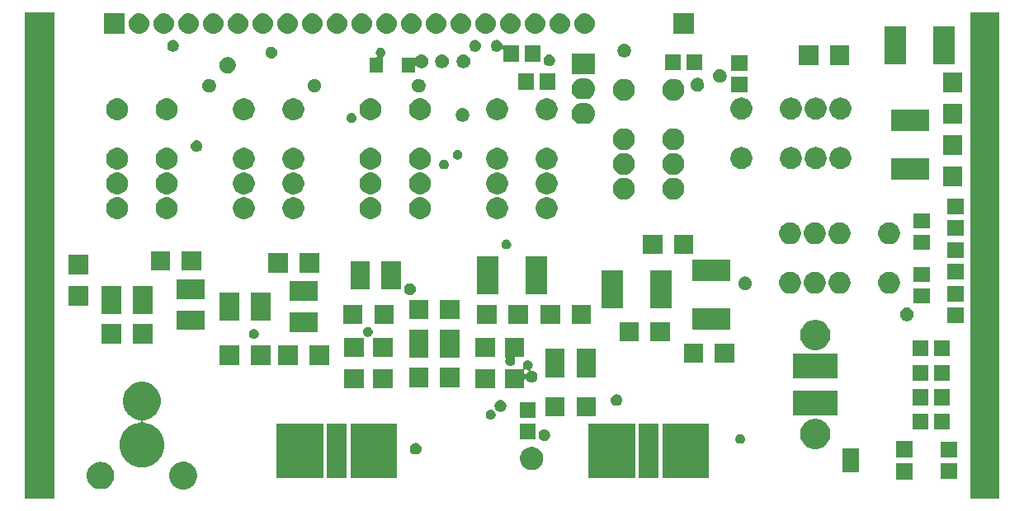
<source format=gts>
G04 #@! TF.GenerationSoftware,KiCad,Pcbnew,5.0.2-bee76a0~70~ubuntu16.04.1*
G04 #@! TF.CreationDate,2019-08-17T11:50:25-07:00*
G04 #@! TF.ProjectId,n2adr,6e326164-722e-46b6-9963-61645f706362,E5b9*
G04 #@! TF.SameCoordinates,PX3dfd240PY3473bc0*
G04 #@! TF.FileFunction,Soldermask,Top*
G04 #@! TF.FilePolarity,Negative*
%FSLAX46Y46*%
G04 Gerber Fmt 4.6, Leading zero omitted, Abs format (unit mm)*
G04 Created by KiCad (PCBNEW 5.0.2-bee76a0~70~ubuntu16.04.1) date Sat 17 Aug 2019 11:50:25 AM PDT*
%MOMM*%
%LPD*%
G01*
G04 APERTURE LIST*
%ADD10C,0.100000*%
G04 APERTURE END LIST*
D10*
G36*
X100000000Y-49900000D02*
X97000000Y-49900000D01*
X97000000Y0D01*
X100000000Y0D01*
X100000000Y-49900000D01*
X100000000Y-49900000D01*
G37*
G36*
X3000000Y-49900000D02*
X0Y-49900000D01*
X0Y0D01*
X3000000Y0D01*
X3000000Y-49900000D01*
X3000000Y-49900000D01*
G37*
G36*
X16461379Y-46123834D02*
X16670033Y-46165338D01*
X16932096Y-46273888D01*
X17167947Y-46431479D01*
X17368521Y-46632053D01*
X17526112Y-46867904D01*
X17634662Y-47129967D01*
X17690000Y-47408172D01*
X17690000Y-47691828D01*
X17634662Y-47970033D01*
X17526112Y-48232096D01*
X17368521Y-48467947D01*
X17167947Y-48668521D01*
X16932096Y-48826112D01*
X16670033Y-48934662D01*
X16461379Y-48976165D01*
X16391829Y-48990000D01*
X16108171Y-48990000D01*
X16038621Y-48976165D01*
X15829967Y-48934662D01*
X15567904Y-48826112D01*
X15332053Y-48668521D01*
X15131479Y-48467947D01*
X14973888Y-48232096D01*
X14865338Y-47970033D01*
X14810000Y-47691828D01*
X14810000Y-47408172D01*
X14865338Y-47129967D01*
X14973888Y-46867904D01*
X15131479Y-46632053D01*
X15332053Y-46431479D01*
X15567904Y-46273888D01*
X15829967Y-46165338D01*
X16038621Y-46123834D01*
X16108171Y-46110000D01*
X16391829Y-46110000D01*
X16461379Y-46123834D01*
X16461379Y-46123834D01*
G37*
G36*
X7964998Y-46165338D02*
X8158365Y-46203801D01*
X8413149Y-46309336D01*
X8606058Y-46438234D01*
X8642451Y-46462551D01*
X8837449Y-46657549D01*
X8837451Y-46657552D01*
X8886999Y-46731705D01*
X8990665Y-46886853D01*
X9096199Y-47141636D01*
X9150000Y-47412111D01*
X9150000Y-47687889D01*
X9096199Y-47958364D01*
X8990665Y-48213147D01*
X8837449Y-48442451D01*
X8642451Y-48637449D01*
X8642448Y-48637451D01*
X8413149Y-48790664D01*
X8158365Y-48896199D01*
X8023127Y-48923099D01*
X7887889Y-48950000D01*
X7612111Y-48950000D01*
X7476873Y-48923099D01*
X7341635Y-48896199D01*
X7086851Y-48790664D01*
X6857552Y-48637451D01*
X6857549Y-48637449D01*
X6662551Y-48442451D01*
X6509335Y-48213147D01*
X6403801Y-47958364D01*
X6350000Y-47687889D01*
X6350000Y-47412111D01*
X6403801Y-47141636D01*
X6509335Y-46886853D01*
X6613002Y-46731705D01*
X6662549Y-46657552D01*
X6662551Y-46657549D01*
X6857549Y-46462551D01*
X6893942Y-46438234D01*
X7086851Y-46309336D01*
X7341635Y-46203801D01*
X7535002Y-46165338D01*
X7612111Y-46150000D01*
X7887889Y-46150000D01*
X7964998Y-46165338D01*
X7964998Y-46165338D01*
G37*
G36*
X91100000Y-48000000D02*
X89400000Y-48000000D01*
X89400000Y-46300000D01*
X91100000Y-46300000D01*
X91100000Y-48000000D01*
X91100000Y-48000000D01*
G37*
G36*
X95625000Y-47900000D02*
X93975000Y-47900000D01*
X93975000Y-46300000D01*
X95625000Y-46300000D01*
X95625000Y-47900000D01*
X95625000Y-47900000D01*
G37*
G36*
X70200000Y-47800000D02*
X65400000Y-47800000D01*
X65400000Y-42200000D01*
X70200000Y-42200000D01*
X70200000Y-47800000D01*
X70200000Y-47800000D01*
G37*
G36*
X65000000Y-47800000D02*
X63000000Y-47800000D01*
X63000000Y-42200000D01*
X65000000Y-42200000D01*
X65000000Y-47800000D01*
X65000000Y-47800000D01*
G37*
G36*
X62600000Y-47800000D02*
X57800000Y-47800000D01*
X57800000Y-42200000D01*
X62600000Y-42200000D01*
X62600000Y-47800000D01*
X62600000Y-47800000D01*
G37*
G36*
X38200000Y-47800000D02*
X33400000Y-47800000D01*
X33400000Y-42200000D01*
X38200000Y-42200000D01*
X38200000Y-47800000D01*
X38200000Y-47800000D01*
G37*
G36*
X33000000Y-47800000D02*
X31000000Y-47800000D01*
X31000000Y-42200000D01*
X33000000Y-42200000D01*
X33000000Y-47800000D01*
X33000000Y-47800000D01*
G37*
G36*
X30600000Y-47800000D02*
X25800000Y-47800000D01*
X25800000Y-42200000D01*
X30600000Y-42200000D01*
X30600000Y-47800000D01*
X30600000Y-47800000D01*
G37*
G36*
X85600000Y-47200000D02*
X83900000Y-47200000D01*
X83900000Y-44800000D01*
X85600000Y-44800000D01*
X85600000Y-47200000D01*
X85600000Y-47200000D01*
G37*
G36*
X52349876Y-44646605D02*
X52568172Y-44737026D01*
X52764633Y-44868297D01*
X52931703Y-45035367D01*
X53062974Y-45231828D01*
X53153395Y-45450124D01*
X53199490Y-45681859D01*
X53199490Y-45918141D01*
X53153395Y-46149876D01*
X53062974Y-46368172D01*
X52931703Y-46564633D01*
X52764633Y-46731703D01*
X52568172Y-46862974D01*
X52349876Y-46953395D01*
X52118141Y-46999490D01*
X51881859Y-46999490D01*
X51650124Y-46953395D01*
X51431828Y-46862974D01*
X51235367Y-46731703D01*
X51068297Y-46564633D01*
X50937026Y-46368172D01*
X50846605Y-46149876D01*
X50800510Y-45918141D01*
X50800510Y-45681859D01*
X50846605Y-45450124D01*
X50937026Y-45231828D01*
X51068297Y-45035367D01*
X51235367Y-44868297D01*
X51431828Y-44737026D01*
X51650124Y-44646605D01*
X51881859Y-44600510D01*
X52118141Y-44600510D01*
X52349876Y-44646605D01*
X52349876Y-44646605D01*
G37*
G36*
X12568793Y-38024937D02*
X12923670Y-38171932D01*
X13243055Y-38385338D01*
X13514662Y-38656945D01*
X13728068Y-38976330D01*
X13875063Y-39331207D01*
X13950000Y-39707940D01*
X13950000Y-40092060D01*
X13875063Y-40468793D01*
X13728068Y-40823670D01*
X13514662Y-41143055D01*
X13243055Y-41414662D01*
X12923670Y-41628068D01*
X12568793Y-41775063D01*
X12179984Y-41852402D01*
X12156535Y-41859515D01*
X12134924Y-41871066D01*
X12115982Y-41886612D01*
X12100436Y-41905554D01*
X12088885Y-41927165D01*
X12081772Y-41950614D01*
X12079370Y-41975000D01*
X12081772Y-41999386D01*
X12088885Y-42022835D01*
X12100436Y-42044446D01*
X12115982Y-42063388D01*
X12134924Y-42078934D01*
X12156535Y-42090485D01*
X12179984Y-42097598D01*
X12204370Y-42100000D01*
X12226532Y-42100000D01*
X12670885Y-42188387D01*
X12969128Y-42311923D01*
X13089459Y-42361766D01*
X13394810Y-42565795D01*
X13466168Y-42613475D01*
X13786525Y-42933832D01*
X13786527Y-42933835D01*
X14031191Y-43300000D01*
X14038235Y-43310543D01*
X14211613Y-43729115D01*
X14300000Y-44173468D01*
X14300000Y-44626532D01*
X14211613Y-45070885D01*
X14038235Y-45489457D01*
X13786525Y-45866168D01*
X13466168Y-46186525D01*
X13466165Y-46186527D01*
X13089459Y-46438234D01*
X13089458Y-46438235D01*
X13089457Y-46438235D01*
X12670885Y-46611613D01*
X12226532Y-46700000D01*
X11773468Y-46700000D01*
X11329115Y-46611613D01*
X10910543Y-46438235D01*
X10910542Y-46438235D01*
X10910541Y-46438234D01*
X10533835Y-46186527D01*
X10533832Y-46186525D01*
X10213475Y-45866168D01*
X9961765Y-45489457D01*
X9788387Y-45070885D01*
X9700000Y-44626532D01*
X9700000Y-44173468D01*
X9788387Y-43729115D01*
X9961765Y-43310543D01*
X9968810Y-43300000D01*
X10213473Y-42933835D01*
X10213475Y-42933832D01*
X10533832Y-42613475D01*
X10605190Y-42565795D01*
X10910541Y-42361766D01*
X11030873Y-42311923D01*
X11329115Y-42188387D01*
X11773468Y-42100000D01*
X11795630Y-42100000D01*
X11820016Y-42097598D01*
X11843465Y-42090485D01*
X11865076Y-42078934D01*
X11884018Y-42063388D01*
X11899564Y-42044446D01*
X11911115Y-42022835D01*
X11918228Y-41999386D01*
X11920630Y-41975000D01*
X11918228Y-41950614D01*
X11911115Y-41927165D01*
X11899564Y-41905554D01*
X11884018Y-41886612D01*
X11865076Y-41871066D01*
X11843465Y-41859515D01*
X11820016Y-41852402D01*
X11431207Y-41775063D01*
X11076330Y-41628068D01*
X10756945Y-41414662D01*
X10485338Y-41143055D01*
X10271932Y-40823670D01*
X10124937Y-40468793D01*
X10050000Y-40092060D01*
X10050000Y-39707940D01*
X10124937Y-39331207D01*
X10271932Y-38976330D01*
X10485338Y-38656945D01*
X10756945Y-38385338D01*
X11076330Y-38171932D01*
X11431207Y-38024937D01*
X11807940Y-37950000D01*
X12192060Y-37950000D01*
X12568793Y-38024937D01*
X12568793Y-38024937D01*
G37*
G36*
X91100000Y-45700000D02*
X89400000Y-45700000D01*
X89400000Y-44000000D01*
X91100000Y-44000000D01*
X91100000Y-45700000D01*
X91100000Y-45700000D01*
G37*
G36*
X95625000Y-45700000D02*
X93975000Y-45700000D01*
X93975000Y-44100000D01*
X95625000Y-44100000D01*
X95625000Y-45700000D01*
X95625000Y-45700000D01*
G37*
G36*
X40275012Y-44223057D02*
X40384207Y-44268287D01*
X40482481Y-44333952D01*
X40566048Y-44417519D01*
X40631713Y-44515793D01*
X40676943Y-44624988D01*
X40700000Y-44740904D01*
X40700000Y-44859096D01*
X40676944Y-44975010D01*
X40631713Y-45084207D01*
X40566048Y-45182481D01*
X40482481Y-45266048D01*
X40384207Y-45331713D01*
X40275012Y-45376943D01*
X40159096Y-45400000D01*
X40040904Y-45400000D01*
X39924988Y-45376943D01*
X39815793Y-45331713D01*
X39717519Y-45266048D01*
X39633952Y-45182481D01*
X39568287Y-45084207D01*
X39523056Y-44975010D01*
X39500000Y-44859096D01*
X39500000Y-44740904D01*
X39523057Y-44624988D01*
X39568287Y-44515793D01*
X39633952Y-44417519D01*
X39717519Y-44333952D01*
X39815793Y-44268287D01*
X39924988Y-44223057D01*
X40040904Y-44200000D01*
X40159096Y-44200000D01*
X40275012Y-44223057D01*
X40275012Y-44223057D01*
G37*
G36*
X81552120Y-41809555D02*
X81834204Y-41926398D01*
X81897672Y-41968806D01*
X82088074Y-42096028D01*
X82303972Y-42311926D01*
X82431194Y-42502328D01*
X82473602Y-42565796D01*
X82590445Y-42847880D01*
X82650010Y-43147336D01*
X82650010Y-43452664D01*
X82590445Y-43752120D01*
X82473602Y-44034204D01*
X82471841Y-44036839D01*
X82303972Y-44288074D01*
X82088074Y-44503972D01*
X81943594Y-44600510D01*
X81834204Y-44673602D01*
X81552120Y-44790445D01*
X81252664Y-44850010D01*
X80947336Y-44850010D01*
X80647880Y-44790445D01*
X80365796Y-44673602D01*
X80256406Y-44600510D01*
X80111926Y-44503972D01*
X79896028Y-44288074D01*
X79728159Y-44036839D01*
X79726398Y-44034204D01*
X79609555Y-43752120D01*
X79549990Y-43452664D01*
X79549990Y-43147336D01*
X79609555Y-42847880D01*
X79726398Y-42565796D01*
X79768806Y-42502328D01*
X79896028Y-42311926D01*
X80111926Y-42096028D01*
X80302328Y-41968806D01*
X80365796Y-41926398D01*
X80647880Y-41809555D01*
X80947336Y-41749990D01*
X81252664Y-41749990D01*
X81552120Y-41809555D01*
X81552120Y-41809555D01*
G37*
G36*
X73545845Y-43319215D02*
X73636839Y-43356906D01*
X73717640Y-43410896D01*
X73718734Y-43411627D01*
X73788373Y-43481266D01*
X73843095Y-43563163D01*
X73880785Y-43654155D01*
X73900000Y-43750755D01*
X73900000Y-43849245D01*
X73880785Y-43945845D01*
X73843095Y-44036837D01*
X73788373Y-44118734D01*
X73718734Y-44188373D01*
X73718731Y-44188375D01*
X73636839Y-44243094D01*
X73545845Y-44280785D01*
X73449246Y-44300000D01*
X73350754Y-44300000D01*
X73254155Y-44280785D01*
X73163161Y-44243094D01*
X73081269Y-44188375D01*
X73081266Y-44188373D01*
X73011627Y-44118734D01*
X72956905Y-44036837D01*
X72919215Y-43945845D01*
X72900000Y-43849245D01*
X72900000Y-43750755D01*
X72919215Y-43654155D01*
X72956905Y-43563163D01*
X73011627Y-43481266D01*
X73081266Y-43411627D01*
X73082360Y-43410896D01*
X73163161Y-43356906D01*
X73254155Y-43319215D01*
X73350754Y-43300000D01*
X73449246Y-43300000D01*
X73545845Y-43319215D01*
X73545845Y-43319215D01*
G37*
G36*
X53475012Y-42823057D02*
X53584207Y-42868287D01*
X53682481Y-42933952D01*
X53766048Y-43017519D01*
X53831713Y-43115793D01*
X53876943Y-43224988D01*
X53900000Y-43340904D01*
X53900000Y-43459096D01*
X53876943Y-43575012D01*
X53831713Y-43684207D01*
X53766048Y-43782481D01*
X53682481Y-43866048D01*
X53584207Y-43931713D01*
X53475012Y-43976943D01*
X53359096Y-44000000D01*
X53240904Y-44000000D01*
X53124988Y-43976943D01*
X53015793Y-43931713D01*
X52917519Y-43866048D01*
X52833952Y-43782481D01*
X52768287Y-43684207D01*
X52723057Y-43575012D01*
X52700000Y-43459096D01*
X52700000Y-43340904D01*
X52723057Y-43224988D01*
X52768287Y-43115793D01*
X52833952Y-43017519D01*
X52917519Y-42933952D01*
X53015793Y-42868287D01*
X53124988Y-42823057D01*
X53240904Y-42800000D01*
X53359096Y-42800000D01*
X53475012Y-42823057D01*
X53475012Y-42823057D01*
G37*
G36*
X52425000Y-43800000D02*
X50775000Y-43800000D01*
X50775000Y-42200000D01*
X52425000Y-42200000D01*
X52425000Y-43800000D01*
X52425000Y-43800000D01*
G37*
G36*
X92700000Y-42825000D02*
X91100000Y-42825000D01*
X91100000Y-41175000D01*
X92700000Y-41175000D01*
X92700000Y-42825000D01*
X92700000Y-42825000D01*
G37*
G36*
X94900000Y-42825000D02*
X93300000Y-42825000D01*
X93300000Y-41175000D01*
X94900000Y-41175000D01*
X94900000Y-42825000D01*
X94900000Y-42825000D01*
G37*
G36*
X47945845Y-40819215D02*
X48036839Y-40856906D01*
X48117640Y-40910896D01*
X48118734Y-40911627D01*
X48129966Y-40922859D01*
X48148908Y-40938405D01*
X48170519Y-40949956D01*
X48181331Y-40953236D01*
X48181373Y-40953662D01*
X48188486Y-40977111D01*
X48200037Y-40998722D01*
X48243095Y-41063162D01*
X48280785Y-41154155D01*
X48300000Y-41250755D01*
X48300000Y-41349245D01*
X48280785Y-41445845D01*
X48243095Y-41536837D01*
X48188373Y-41618734D01*
X48118734Y-41688373D01*
X48118731Y-41688375D01*
X48036839Y-41743094D01*
X47945845Y-41780785D01*
X47849246Y-41800000D01*
X47750754Y-41800000D01*
X47654155Y-41780785D01*
X47563161Y-41743094D01*
X47481269Y-41688375D01*
X47481266Y-41688373D01*
X47411627Y-41618734D01*
X47356905Y-41536837D01*
X47319215Y-41445845D01*
X47300000Y-41349245D01*
X47300000Y-41250755D01*
X47319215Y-41154155D01*
X47356905Y-41063163D01*
X47411627Y-40981266D01*
X47481266Y-40911627D01*
X47482360Y-40910896D01*
X47563161Y-40856906D01*
X47654155Y-40819215D01*
X47750754Y-40800000D01*
X47849246Y-40800000D01*
X47945845Y-40819215D01*
X47945845Y-40819215D01*
G37*
G36*
X52425000Y-41600000D02*
X50775000Y-41600000D01*
X50775000Y-40000000D01*
X52425000Y-40000000D01*
X52425000Y-41600000D01*
X52425000Y-41600000D01*
G37*
G36*
X58600000Y-41500000D02*
X56600000Y-41500000D01*
X56600000Y-39500000D01*
X58600000Y-39500000D01*
X58600000Y-41500000D01*
X58600000Y-41500000D01*
G37*
G36*
X55400000Y-41500000D02*
X53400000Y-41500000D01*
X53400000Y-39500000D01*
X55400000Y-39500000D01*
X55400000Y-41500000D01*
X55400000Y-41500000D01*
G37*
G36*
X83400000Y-41400000D02*
X78800000Y-41400000D01*
X78800000Y-38800000D01*
X83400000Y-38800000D01*
X83400000Y-41400000D01*
X83400000Y-41400000D01*
G37*
G36*
X48975012Y-39823057D02*
X49084207Y-39868287D01*
X49182481Y-39933952D01*
X49266048Y-40017519D01*
X49331713Y-40115793D01*
X49376943Y-40224988D01*
X49400000Y-40340904D01*
X49400000Y-40459096D01*
X49376943Y-40575012D01*
X49331713Y-40684207D01*
X49266048Y-40782481D01*
X49182481Y-40866048D01*
X49084207Y-40931713D01*
X48975012Y-40976943D01*
X48859096Y-41000000D01*
X48740904Y-41000000D01*
X48624988Y-40976943D01*
X48515793Y-40931713D01*
X48417519Y-40866048D01*
X48392359Y-40840888D01*
X48373417Y-40825342D01*
X48351806Y-40813791D01*
X48340994Y-40810511D01*
X48340952Y-40810085D01*
X48333839Y-40786636D01*
X48322288Y-40765025D01*
X48268287Y-40684207D01*
X48223057Y-40575012D01*
X48200000Y-40459096D01*
X48200000Y-40340904D01*
X48223057Y-40224988D01*
X48268287Y-40115793D01*
X48333952Y-40017519D01*
X48417519Y-39933952D01*
X48515793Y-39868287D01*
X48624988Y-39823057D01*
X48740904Y-39800000D01*
X48859096Y-39800000D01*
X48975012Y-39823057D01*
X48975012Y-39823057D01*
G37*
G36*
X60875012Y-39223057D02*
X60984207Y-39268287D01*
X61082481Y-39333952D01*
X61166048Y-39417519D01*
X61231713Y-39515793D01*
X61276943Y-39624988D01*
X61300000Y-39740904D01*
X61300000Y-39859096D01*
X61276943Y-39975012D01*
X61231713Y-40084207D01*
X61166048Y-40182481D01*
X61082481Y-40266048D01*
X60984207Y-40331713D01*
X60875012Y-40376943D01*
X60759096Y-40400000D01*
X60640904Y-40400000D01*
X60524988Y-40376943D01*
X60415793Y-40331713D01*
X60317519Y-40266048D01*
X60233952Y-40182481D01*
X60168287Y-40084207D01*
X60123057Y-39975012D01*
X60100000Y-39859096D01*
X60100000Y-39740904D01*
X60123057Y-39624988D01*
X60168287Y-39515793D01*
X60233952Y-39417519D01*
X60317519Y-39333952D01*
X60415793Y-39268287D01*
X60524988Y-39223057D01*
X60640904Y-39200000D01*
X60759096Y-39200000D01*
X60875012Y-39223057D01*
X60875012Y-39223057D01*
G37*
G36*
X94900000Y-40325000D02*
X93300000Y-40325000D01*
X93300000Y-38675000D01*
X94900000Y-38675000D01*
X94900000Y-40325000D01*
X94900000Y-40325000D01*
G37*
G36*
X92700000Y-40325000D02*
X91100000Y-40325000D01*
X91100000Y-38675000D01*
X92700000Y-38675000D01*
X92700000Y-40325000D01*
X92700000Y-40325000D01*
G37*
G36*
X37750000Y-38600000D02*
X35750000Y-38600000D01*
X35750000Y-36600000D01*
X37750000Y-36600000D01*
X37750000Y-38600000D01*
X37750000Y-38600000D01*
G37*
G36*
X51745845Y-35719215D02*
X51821990Y-35750755D01*
X51836839Y-35756906D01*
X51917640Y-35810896D01*
X51918734Y-35811627D01*
X51988373Y-35881266D01*
X51988375Y-35881269D01*
X52031524Y-35945845D01*
X52043095Y-35963163D01*
X52080785Y-36054155D01*
X52100000Y-36150754D01*
X52100000Y-36249246D01*
X52080785Y-36345845D01*
X52043094Y-36436839D01*
X52017595Y-36475000D01*
X51988373Y-36518734D01*
X51920495Y-36586612D01*
X51904949Y-36605554D01*
X51893398Y-36627165D01*
X51886285Y-36650614D01*
X51883883Y-36675000D01*
X51886285Y-36699386D01*
X51893398Y-36722835D01*
X51904949Y-36744446D01*
X51920495Y-36763388D01*
X51939437Y-36778934D01*
X51961048Y-36790485D01*
X51984497Y-36797598D01*
X52008883Y-36800000D01*
X52059096Y-36800000D01*
X52175012Y-36823057D01*
X52284207Y-36868287D01*
X52382481Y-36933952D01*
X52466048Y-37017519D01*
X52531713Y-37115793D01*
X52576943Y-37224988D01*
X52600000Y-37340904D01*
X52600000Y-37459096D01*
X52576943Y-37575012D01*
X52531713Y-37684207D01*
X52466048Y-37782481D01*
X52382481Y-37866048D01*
X52284207Y-37931713D01*
X52175012Y-37976943D01*
X52059096Y-38000000D01*
X51940904Y-38000000D01*
X51824988Y-37976943D01*
X51715793Y-37931713D01*
X51617519Y-37866048D01*
X51533952Y-37782481D01*
X51478934Y-37700141D01*
X51463388Y-37681199D01*
X51444446Y-37665653D01*
X51422835Y-37654102D01*
X51399386Y-37646989D01*
X51375000Y-37644587D01*
X51350614Y-37646989D01*
X51327165Y-37654102D01*
X51305554Y-37665653D01*
X51286612Y-37681199D01*
X51271066Y-37700141D01*
X51259515Y-37721752D01*
X51252402Y-37745201D01*
X51250000Y-37769587D01*
X51250000Y-38600000D01*
X49250000Y-38600000D01*
X49250000Y-36783297D01*
X51250000Y-36783297D01*
X51250000Y-37030413D01*
X51252402Y-37054799D01*
X51259515Y-37078248D01*
X51271066Y-37099859D01*
X51286612Y-37118801D01*
X51305554Y-37134347D01*
X51327165Y-37145898D01*
X51350614Y-37153011D01*
X51375000Y-37155413D01*
X51399386Y-37153011D01*
X51422835Y-37145898D01*
X51444446Y-37134347D01*
X51463388Y-37118801D01*
X51478934Y-37099859D01*
X51533952Y-37017519D01*
X51617519Y-36933952D01*
X51625029Y-36928934D01*
X51643971Y-36913389D01*
X51659516Y-36894447D01*
X51671068Y-36872836D01*
X51678181Y-36849387D01*
X51680583Y-36825001D01*
X51678181Y-36800614D01*
X51671068Y-36777165D01*
X51659517Y-36755554D01*
X51643972Y-36736612D01*
X51625030Y-36721067D01*
X51603419Y-36709515D01*
X51579970Y-36702402D01*
X51555583Y-36700000D01*
X51550754Y-36700000D01*
X51454155Y-36680785D01*
X51454153Y-36680784D01*
X51454152Y-36680784D01*
X51422834Y-36667812D01*
X51399385Y-36660699D01*
X51374999Y-36658297D01*
X51350613Y-36660699D01*
X51327164Y-36667812D01*
X51305553Y-36679364D01*
X51286611Y-36694909D01*
X51271066Y-36713852D01*
X51259515Y-36735463D01*
X51252402Y-36758912D01*
X51250000Y-36783297D01*
X49250000Y-36783297D01*
X49250000Y-36600000D01*
X51037414Y-36600000D01*
X51061800Y-36597598D01*
X51085249Y-36590485D01*
X51106860Y-36578934D01*
X51125802Y-36563388D01*
X51141348Y-36544446D01*
X51152899Y-36522835D01*
X51160012Y-36499386D01*
X51162414Y-36475000D01*
X51160012Y-36450614D01*
X51152899Y-36427165D01*
X51119215Y-36345845D01*
X51100000Y-36249245D01*
X51100000Y-36150755D01*
X51119215Y-36054155D01*
X51156905Y-35963163D01*
X51168477Y-35945845D01*
X51211625Y-35881269D01*
X51211627Y-35881266D01*
X51281266Y-35811627D01*
X51282360Y-35810896D01*
X51363161Y-35756906D01*
X51378011Y-35750755D01*
X51454155Y-35719215D01*
X51550754Y-35700000D01*
X51649246Y-35700000D01*
X51745845Y-35719215D01*
X51745845Y-35719215D01*
G37*
G36*
X34750000Y-38600000D02*
X32750000Y-38600000D01*
X32750000Y-36600000D01*
X34750000Y-36600000D01*
X34750000Y-38600000D01*
X34750000Y-38600000D01*
G37*
G36*
X48250000Y-38600000D02*
X46250000Y-38600000D01*
X46250000Y-36600000D01*
X48250000Y-36600000D01*
X48250000Y-38600000D01*
X48250000Y-38600000D01*
G37*
G36*
X41400000Y-38500000D02*
X39400000Y-38500000D01*
X39400000Y-36500000D01*
X41400000Y-36500000D01*
X41400000Y-38500000D01*
X41400000Y-38500000D01*
G37*
G36*
X44600000Y-38500000D02*
X42600000Y-38500000D01*
X42600000Y-36500000D01*
X44600000Y-36500000D01*
X44600000Y-38500000D01*
X44600000Y-38500000D01*
G37*
G36*
X94900000Y-37825000D02*
X93300000Y-37825000D01*
X93300000Y-36175000D01*
X94900000Y-36175000D01*
X94900000Y-37825000D01*
X94900000Y-37825000D01*
G37*
G36*
X92700000Y-37825000D02*
X91100000Y-37825000D01*
X91100000Y-36175000D01*
X92700000Y-36175000D01*
X92700000Y-37825000D01*
X92700000Y-37825000D01*
G37*
G36*
X83400000Y-37600000D02*
X78800000Y-37600000D01*
X78800000Y-35000000D01*
X83400000Y-35000000D01*
X83400000Y-37600000D01*
X83400000Y-37600000D01*
G37*
G36*
X58600000Y-37450000D02*
X56600000Y-37450000D01*
X56600000Y-34550000D01*
X58600000Y-34550000D01*
X58600000Y-37450000D01*
X58600000Y-37450000D01*
G37*
G36*
X55400000Y-37450000D02*
X53400000Y-37450000D01*
X53400000Y-34550000D01*
X55400000Y-34550000D01*
X55400000Y-37450000D01*
X55400000Y-37450000D01*
G37*
G36*
X51250000Y-35400000D02*
X50362586Y-35400000D01*
X50338200Y-35402402D01*
X50314751Y-35409515D01*
X50293140Y-35421066D01*
X50274198Y-35436612D01*
X50258652Y-35455554D01*
X50247101Y-35477165D01*
X50239988Y-35500614D01*
X50237586Y-35525000D01*
X50239988Y-35549386D01*
X50247101Y-35572835D01*
X50280785Y-35654155D01*
X50300000Y-35750755D01*
X50300000Y-35849245D01*
X50280785Y-35945845D01*
X50273613Y-35963161D01*
X50243094Y-36036839D01*
X50189104Y-36117640D01*
X50188373Y-36118734D01*
X50118734Y-36188373D01*
X50118731Y-36188375D01*
X50036839Y-36243094D01*
X50036838Y-36243095D01*
X50036837Y-36243095D01*
X50021987Y-36249246D01*
X49945845Y-36280785D01*
X49849246Y-36300000D01*
X49750754Y-36300000D01*
X49654155Y-36280785D01*
X49578013Y-36249246D01*
X49563163Y-36243095D01*
X49563162Y-36243095D01*
X49563161Y-36243094D01*
X49481269Y-36188375D01*
X49481266Y-36188373D01*
X49411627Y-36118734D01*
X49410896Y-36117640D01*
X49356906Y-36036839D01*
X49326388Y-35963161D01*
X49319215Y-35945845D01*
X49300000Y-35849245D01*
X49300000Y-35750755D01*
X49319215Y-35654155D01*
X49352899Y-35572835D01*
X49360012Y-35549386D01*
X49362414Y-35525000D01*
X49360012Y-35500614D01*
X49352899Y-35477164D01*
X49341348Y-35455554D01*
X49325802Y-35436612D01*
X49306860Y-35421066D01*
X49285249Y-35409515D01*
X49261800Y-35402402D01*
X49250000Y-35401240D01*
X49250000Y-33400000D01*
X51250000Y-33400000D01*
X51250000Y-35400000D01*
X51250000Y-35400000D01*
G37*
G36*
X22000000Y-36200000D02*
X20000000Y-36200000D01*
X20000000Y-34200000D01*
X22000000Y-34200000D01*
X22000000Y-36200000D01*
X22000000Y-36200000D01*
G37*
G36*
X31200000Y-36200000D02*
X29200000Y-36200000D01*
X29200000Y-34200000D01*
X31200000Y-34200000D01*
X31200000Y-36200000D01*
X31200000Y-36200000D01*
G37*
G36*
X25200000Y-36200000D02*
X23200000Y-36200000D01*
X23200000Y-34200000D01*
X25200000Y-34200000D01*
X25200000Y-36200000D01*
X25200000Y-36200000D01*
G37*
G36*
X28000000Y-36200000D02*
X26000000Y-36200000D01*
X26000000Y-34200000D01*
X28000000Y-34200000D01*
X28000000Y-36200000D01*
X28000000Y-36200000D01*
G37*
G36*
X69600000Y-36000000D02*
X67600000Y-36000000D01*
X67600000Y-34000000D01*
X69600000Y-34000000D01*
X69600000Y-36000000D01*
X69600000Y-36000000D01*
G37*
G36*
X72800000Y-36000000D02*
X70800000Y-36000000D01*
X70800000Y-34000000D01*
X72800000Y-34000000D01*
X72800000Y-36000000D01*
X72800000Y-36000000D01*
G37*
G36*
X44600000Y-35450000D02*
X42600000Y-35450000D01*
X42600000Y-32550000D01*
X44600000Y-32550000D01*
X44600000Y-35450000D01*
X44600000Y-35450000D01*
G37*
G36*
X41400000Y-35450000D02*
X39400000Y-35450000D01*
X39400000Y-32550000D01*
X41400000Y-32550000D01*
X41400000Y-35450000D01*
X41400000Y-35450000D01*
G37*
G36*
X48250000Y-35400000D02*
X46250000Y-35400000D01*
X46250000Y-33400000D01*
X48250000Y-33400000D01*
X48250000Y-35400000D01*
X48250000Y-35400000D01*
G37*
G36*
X37750000Y-35400000D02*
X35750000Y-35400000D01*
X35750000Y-33400000D01*
X37750000Y-33400000D01*
X37750000Y-35400000D01*
X37750000Y-35400000D01*
G37*
G36*
X34750000Y-35400000D02*
X32750000Y-35400000D01*
X32750000Y-33400000D01*
X34750000Y-33400000D01*
X34750000Y-35400000D01*
X34750000Y-35400000D01*
G37*
G36*
X92700000Y-35325000D02*
X91100000Y-35325000D01*
X91100000Y-33675000D01*
X92700000Y-33675000D01*
X92700000Y-35325000D01*
X92700000Y-35325000D01*
G37*
G36*
X94900000Y-35325000D02*
X93300000Y-35325000D01*
X93300000Y-33675000D01*
X94900000Y-33675000D01*
X94900000Y-35325000D01*
X94900000Y-35325000D01*
G37*
G36*
X81552120Y-31649555D02*
X81834204Y-31766398D01*
X81834205Y-31766399D01*
X82088074Y-31936028D01*
X82303972Y-32151926D01*
X82402911Y-32300000D01*
X82473602Y-32405796D01*
X82590445Y-32687880D01*
X82650010Y-32987336D01*
X82650010Y-33292664D01*
X82590445Y-33592120D01*
X82473602Y-33874204D01*
X82473601Y-33874205D01*
X82303972Y-34128074D01*
X82088074Y-34343972D01*
X81897672Y-34471194D01*
X81834204Y-34513602D01*
X81552120Y-34630445D01*
X81252664Y-34690010D01*
X80947336Y-34690010D01*
X80647880Y-34630445D01*
X80365796Y-34513602D01*
X80302328Y-34471194D01*
X80111926Y-34343972D01*
X79896028Y-34128074D01*
X79726399Y-33874205D01*
X79726398Y-33874204D01*
X79609555Y-33592120D01*
X79549990Y-33292664D01*
X79549990Y-32987336D01*
X79609555Y-32687880D01*
X79726398Y-32405796D01*
X79797089Y-32300000D01*
X79896028Y-32151926D01*
X80111926Y-31936028D01*
X80365795Y-31766399D01*
X80365796Y-31766398D01*
X80647880Y-31649555D01*
X80947336Y-31589990D01*
X81252664Y-31589990D01*
X81552120Y-31649555D01*
X81552120Y-31649555D01*
G37*
G36*
X9900000Y-34000000D02*
X7900000Y-34000000D01*
X7900000Y-32000000D01*
X9900000Y-32000000D01*
X9900000Y-34000000D01*
X9900000Y-34000000D01*
G37*
G36*
X13100000Y-34000000D02*
X11100000Y-34000000D01*
X11100000Y-32000000D01*
X13100000Y-32000000D01*
X13100000Y-34000000D01*
X13100000Y-34000000D01*
G37*
G36*
X63000000Y-33800000D02*
X61000000Y-33800000D01*
X61000000Y-31800000D01*
X63000000Y-31800000D01*
X63000000Y-33800000D01*
X63000000Y-33800000D01*
G37*
G36*
X66200000Y-33800000D02*
X64200000Y-33800000D01*
X64200000Y-31800000D01*
X66200000Y-31800000D01*
X66200000Y-33800000D01*
X66200000Y-33800000D01*
G37*
G36*
X23645845Y-32519215D02*
X23720167Y-32550000D01*
X23736839Y-32556906D01*
X23746200Y-32563161D01*
X23818734Y-32611627D01*
X23888373Y-32681266D01*
X23888375Y-32681269D01*
X23943094Y-32763161D01*
X23980785Y-32854155D01*
X23999024Y-32945845D01*
X24000000Y-32950755D01*
X24000000Y-33049245D01*
X23980785Y-33145845D01*
X23950468Y-33219038D01*
X23943094Y-33236839D01*
X23900891Y-33300000D01*
X23888373Y-33318734D01*
X23818734Y-33388373D01*
X23818731Y-33388375D01*
X23736839Y-33443094D01*
X23645845Y-33480785D01*
X23549246Y-33500000D01*
X23450754Y-33500000D01*
X23354155Y-33480785D01*
X23263161Y-33443094D01*
X23181269Y-33388375D01*
X23181266Y-33388373D01*
X23111627Y-33318734D01*
X23099109Y-33300000D01*
X23056906Y-33236839D01*
X23049533Y-33219038D01*
X23019215Y-33145845D01*
X23000000Y-33049245D01*
X23000000Y-32950755D01*
X23000977Y-32945845D01*
X23019215Y-32854155D01*
X23056906Y-32763161D01*
X23111625Y-32681269D01*
X23111627Y-32681266D01*
X23181266Y-32611627D01*
X23253800Y-32563161D01*
X23263161Y-32556906D01*
X23279834Y-32550000D01*
X23354155Y-32519215D01*
X23450754Y-32500000D01*
X23549246Y-32500000D01*
X23645845Y-32519215D01*
X23645845Y-32519215D01*
G37*
G36*
X35345845Y-32319215D02*
X35436839Y-32356906D01*
X35510006Y-32405795D01*
X35518734Y-32411627D01*
X35588373Y-32481266D01*
X35588375Y-32481269D01*
X35638915Y-32556906D01*
X35643095Y-32563163D01*
X35663169Y-32611627D01*
X35680785Y-32654155D01*
X35700000Y-32750754D01*
X35700000Y-32849246D01*
X35680785Y-32945845D01*
X35643095Y-33036837D01*
X35588373Y-33118734D01*
X35518734Y-33188373D01*
X35518731Y-33188375D01*
X35436839Y-33243094D01*
X35345845Y-33280785D01*
X35249246Y-33300000D01*
X35150754Y-33300000D01*
X35054155Y-33280785D01*
X34963162Y-33243095D01*
X34944446Y-33230589D01*
X34922835Y-33219038D01*
X34899386Y-33211925D01*
X34898405Y-33211828D01*
X34895051Y-33205554D01*
X34879505Y-33186612D01*
X34811627Y-33118734D01*
X34756905Y-33036837D01*
X34719215Y-32945845D01*
X34700000Y-32849246D01*
X34700000Y-32750754D01*
X34719215Y-32654155D01*
X34736831Y-32611627D01*
X34756905Y-32563163D01*
X34761086Y-32556906D01*
X34811625Y-32481269D01*
X34811627Y-32481266D01*
X34881266Y-32411627D01*
X34889994Y-32405795D01*
X34963161Y-32356906D01*
X35054155Y-32319215D01*
X35150754Y-32300000D01*
X35249246Y-32300000D01*
X35345845Y-32319215D01*
X35345845Y-32319215D01*
G37*
G36*
X30050000Y-32800000D02*
X27150000Y-32800000D01*
X27150000Y-30800000D01*
X30050000Y-30800000D01*
X30050000Y-32800000D01*
X30050000Y-32800000D01*
G37*
G36*
X18450000Y-32600000D02*
X15550000Y-32600000D01*
X15550000Y-30600000D01*
X18450000Y-30600000D01*
X18450000Y-32600000D01*
X18450000Y-32600000D01*
G37*
G36*
X72350000Y-32600000D02*
X68450000Y-32600000D01*
X68450000Y-30400000D01*
X72350000Y-30400000D01*
X72350000Y-32600000D01*
X72350000Y-32600000D01*
G37*
G36*
X48400000Y-32000000D02*
X46400000Y-32000000D01*
X46400000Y-30000000D01*
X48400000Y-30000000D01*
X48400000Y-32000000D01*
X48400000Y-32000000D01*
G37*
G36*
X51600000Y-32000000D02*
X49600000Y-32000000D01*
X49600000Y-30000000D01*
X51600000Y-30000000D01*
X51600000Y-32000000D01*
X51600000Y-32000000D01*
G37*
G36*
X58100000Y-32000000D02*
X56100000Y-32000000D01*
X56100000Y-30000000D01*
X58100000Y-30000000D01*
X58100000Y-32000000D01*
X58100000Y-32000000D01*
G37*
G36*
X54900000Y-32000000D02*
X52900000Y-32000000D01*
X52900000Y-30000000D01*
X54900000Y-30000000D01*
X54900000Y-32000000D01*
X54900000Y-32000000D01*
G37*
G36*
X34650000Y-32000000D02*
X32650000Y-32000000D01*
X32650000Y-30000000D01*
X34650000Y-30000000D01*
X34650000Y-32000000D01*
X34650000Y-32000000D01*
G37*
G36*
X37850000Y-32000000D02*
X35850000Y-32000000D01*
X35850000Y-30000000D01*
X37850000Y-30000000D01*
X37850000Y-32000000D01*
X37850000Y-32000000D01*
G37*
G36*
X96325000Y-31900000D02*
X94675000Y-31900000D01*
X94675000Y-30300000D01*
X96325000Y-30300000D01*
X96325000Y-31900000D01*
X96325000Y-31900000D01*
G37*
G36*
X90704183Y-30326900D02*
X90831574Y-30379668D01*
X90946224Y-30456274D01*
X91043726Y-30553776D01*
X91120332Y-30668426D01*
X91173100Y-30795817D01*
X91200000Y-30931055D01*
X91200000Y-31068945D01*
X91173100Y-31204183D01*
X91120332Y-31331574D01*
X91043725Y-31446225D01*
X90946225Y-31543725D01*
X90831574Y-31620332D01*
X90704183Y-31673100D01*
X90568945Y-31700000D01*
X90431055Y-31700000D01*
X90295817Y-31673100D01*
X90168426Y-31620332D01*
X90053775Y-31543725D01*
X89956275Y-31446225D01*
X89879668Y-31331574D01*
X89826900Y-31204183D01*
X89800000Y-31068945D01*
X89800000Y-30931055D01*
X89826900Y-30795817D01*
X89879668Y-30668426D01*
X89956274Y-30553776D01*
X90053776Y-30456274D01*
X90168426Y-30379668D01*
X90295817Y-30326900D01*
X90431055Y-30300000D01*
X90568945Y-30300000D01*
X90704183Y-30326900D01*
X90704183Y-30326900D01*
G37*
G36*
X25200000Y-31650000D02*
X23200000Y-31650000D01*
X23200000Y-28750000D01*
X25200000Y-28750000D01*
X25200000Y-31650000D01*
X25200000Y-31650000D01*
G37*
G36*
X22000000Y-31650000D02*
X20000000Y-31650000D01*
X20000000Y-28750000D01*
X22000000Y-28750000D01*
X22000000Y-31650000D01*
X22000000Y-31650000D01*
G37*
G36*
X44600000Y-31500000D02*
X42600000Y-31500000D01*
X42600000Y-29500000D01*
X44600000Y-29500000D01*
X44600000Y-31500000D01*
X44600000Y-31500000D01*
G37*
G36*
X41400000Y-31500000D02*
X39400000Y-31500000D01*
X39400000Y-29500000D01*
X41400000Y-29500000D01*
X41400000Y-31500000D01*
X41400000Y-31500000D01*
G37*
G36*
X9900000Y-30950000D02*
X7900000Y-30950000D01*
X7900000Y-28050000D01*
X9900000Y-28050000D01*
X9900000Y-30950000D01*
X9900000Y-30950000D01*
G37*
G36*
X13100000Y-30950000D02*
X11100000Y-30950000D01*
X11100000Y-28050000D01*
X13100000Y-28050000D01*
X13100000Y-30950000D01*
X13100000Y-30950000D01*
G37*
G36*
X66400000Y-30350000D02*
X64200000Y-30350000D01*
X64200000Y-26450000D01*
X66400000Y-26450000D01*
X66400000Y-30350000D01*
X66400000Y-30350000D01*
G37*
G36*
X61400000Y-30350000D02*
X59200000Y-30350000D01*
X59200000Y-26450000D01*
X61400000Y-26450000D01*
X61400000Y-30350000D01*
X61400000Y-30350000D01*
G37*
G36*
X6500000Y-30100000D02*
X4500000Y-30100000D01*
X4500000Y-28100000D01*
X6500000Y-28100000D01*
X6500000Y-30100000D01*
X6500000Y-30100000D01*
G37*
G36*
X92825000Y-29900000D02*
X91175000Y-29900000D01*
X91175000Y-28300000D01*
X92825000Y-28300000D01*
X92825000Y-29900000D01*
X92825000Y-29900000D01*
G37*
G36*
X96325000Y-29700000D02*
X94675000Y-29700000D01*
X94675000Y-28100000D01*
X96325000Y-28100000D01*
X96325000Y-29700000D01*
X96325000Y-29700000D01*
G37*
G36*
X30050000Y-29600000D02*
X27150000Y-29600000D01*
X27150000Y-27600000D01*
X30050000Y-27600000D01*
X30050000Y-29600000D01*
X30050000Y-29600000D01*
G37*
G36*
X18450000Y-29400000D02*
X15550000Y-29400000D01*
X15550000Y-27400000D01*
X18450000Y-27400000D01*
X18450000Y-29400000D01*
X18450000Y-29400000D01*
G37*
G36*
X39675012Y-27823057D02*
X39784207Y-27868287D01*
X39882481Y-27933952D01*
X39966048Y-28017519D01*
X40031713Y-28115793D01*
X40076943Y-28224988D01*
X40100000Y-28340904D01*
X40100000Y-28459096D01*
X40076943Y-28575012D01*
X40031713Y-28684207D01*
X39966048Y-28782481D01*
X39882481Y-28866048D01*
X39784207Y-28931713D01*
X39675012Y-28976943D01*
X39559096Y-29000000D01*
X39440904Y-29000000D01*
X39324988Y-28976943D01*
X39215793Y-28931713D01*
X39117519Y-28866048D01*
X39033952Y-28782481D01*
X38968287Y-28684207D01*
X38923057Y-28575012D01*
X38900000Y-28459096D01*
X38900000Y-28340904D01*
X38923057Y-28224988D01*
X38968287Y-28115793D01*
X39033952Y-28017519D01*
X39117519Y-27933952D01*
X39215793Y-27868287D01*
X39324988Y-27823057D01*
X39440904Y-27800000D01*
X39559096Y-27800000D01*
X39675012Y-27823057D01*
X39675012Y-27823057D01*
G37*
G36*
X53600000Y-28950000D02*
X51400000Y-28950000D01*
X51400000Y-25050000D01*
X53600000Y-25050000D01*
X53600000Y-28950000D01*
X53600000Y-28950000D01*
G37*
G36*
X48600000Y-28950000D02*
X46400000Y-28950000D01*
X46400000Y-25050000D01*
X48600000Y-25050000D01*
X48600000Y-28950000D01*
X48600000Y-28950000D01*
G37*
G36*
X81225140Y-26625808D02*
X81388150Y-26658233D01*
X81592887Y-26743038D01*
X81592888Y-26743039D01*
X81777148Y-26866158D01*
X81933842Y-27022852D01*
X81933844Y-27022855D01*
X82056962Y-27207113D01*
X82141767Y-27411850D01*
X82185000Y-27629197D01*
X82185000Y-27850803D01*
X82141767Y-28068150D01*
X82056962Y-28272887D01*
X81958442Y-28420332D01*
X81933842Y-28457148D01*
X81777148Y-28613842D01*
X81777145Y-28613844D01*
X81592887Y-28736962D01*
X81388150Y-28821767D01*
X81225140Y-28854192D01*
X81170804Y-28865000D01*
X80949196Y-28865000D01*
X80894860Y-28854192D01*
X80731850Y-28821767D01*
X80527113Y-28736962D01*
X80342855Y-28613844D01*
X80342852Y-28613842D01*
X80186158Y-28457148D01*
X80161558Y-28420332D01*
X80063038Y-28272887D01*
X79978233Y-28068150D01*
X79935000Y-27850803D01*
X79935000Y-27629197D01*
X79978233Y-27411850D01*
X80063038Y-27207113D01*
X80186156Y-27022855D01*
X80186158Y-27022852D01*
X80342852Y-26866158D01*
X80527112Y-26743039D01*
X80527113Y-26743038D01*
X80731850Y-26658233D01*
X80894860Y-26625808D01*
X80949196Y-26615000D01*
X81170804Y-26615000D01*
X81225140Y-26625808D01*
X81225140Y-26625808D01*
G37*
G36*
X78685140Y-26625808D02*
X78848150Y-26658233D01*
X79052887Y-26743038D01*
X79052888Y-26743039D01*
X79237148Y-26866158D01*
X79393842Y-27022852D01*
X79393844Y-27022855D01*
X79516962Y-27207113D01*
X79601767Y-27411850D01*
X79645000Y-27629197D01*
X79645000Y-27850803D01*
X79601767Y-28068150D01*
X79516962Y-28272887D01*
X79418442Y-28420332D01*
X79393842Y-28457148D01*
X79237148Y-28613842D01*
X79237145Y-28613844D01*
X79052887Y-28736962D01*
X78848150Y-28821767D01*
X78685140Y-28854192D01*
X78630804Y-28865000D01*
X78409196Y-28865000D01*
X78354860Y-28854192D01*
X78191850Y-28821767D01*
X77987113Y-28736962D01*
X77802855Y-28613844D01*
X77802852Y-28613842D01*
X77646158Y-28457148D01*
X77621558Y-28420332D01*
X77523038Y-28272887D01*
X77438233Y-28068150D01*
X77395000Y-27850803D01*
X77395000Y-27629197D01*
X77438233Y-27411850D01*
X77523038Y-27207113D01*
X77646156Y-27022855D01*
X77646158Y-27022852D01*
X77802852Y-26866158D01*
X77987112Y-26743039D01*
X77987113Y-26743038D01*
X78191850Y-26658233D01*
X78354860Y-26625808D01*
X78409196Y-26615000D01*
X78630804Y-26615000D01*
X78685140Y-26625808D01*
X78685140Y-26625808D01*
G37*
G36*
X83765140Y-26625808D02*
X83928150Y-26658233D01*
X84132887Y-26743038D01*
X84132888Y-26743039D01*
X84317148Y-26866158D01*
X84473842Y-27022852D01*
X84473844Y-27022855D01*
X84596962Y-27207113D01*
X84681767Y-27411850D01*
X84725000Y-27629197D01*
X84725000Y-27850803D01*
X84681767Y-28068150D01*
X84596962Y-28272887D01*
X84498442Y-28420332D01*
X84473842Y-28457148D01*
X84317148Y-28613842D01*
X84317145Y-28613844D01*
X84132887Y-28736962D01*
X83928150Y-28821767D01*
X83765140Y-28854192D01*
X83710804Y-28865000D01*
X83489196Y-28865000D01*
X83434860Y-28854192D01*
X83271850Y-28821767D01*
X83067113Y-28736962D01*
X82882855Y-28613844D01*
X82882852Y-28613842D01*
X82726158Y-28457148D01*
X82701558Y-28420332D01*
X82603038Y-28272887D01*
X82518233Y-28068150D01*
X82475000Y-27850803D01*
X82475000Y-27629197D01*
X82518233Y-27411850D01*
X82603038Y-27207113D01*
X82726156Y-27022855D01*
X82726158Y-27022852D01*
X82882852Y-26866158D01*
X83067112Y-26743039D01*
X83067113Y-26743038D01*
X83271850Y-26658233D01*
X83434860Y-26625808D01*
X83489196Y-26615000D01*
X83710804Y-26615000D01*
X83765140Y-26625808D01*
X83765140Y-26625808D01*
G37*
G36*
X88845140Y-26625808D02*
X89008150Y-26658233D01*
X89212887Y-26743038D01*
X89212888Y-26743039D01*
X89397148Y-26866158D01*
X89553842Y-27022852D01*
X89553844Y-27022855D01*
X89676962Y-27207113D01*
X89761767Y-27411850D01*
X89805000Y-27629197D01*
X89805000Y-27850803D01*
X89761767Y-28068150D01*
X89676962Y-28272887D01*
X89578442Y-28420332D01*
X89553842Y-28457148D01*
X89397148Y-28613842D01*
X89397145Y-28613844D01*
X89212887Y-28736962D01*
X89008150Y-28821767D01*
X88845140Y-28854192D01*
X88790804Y-28865000D01*
X88569196Y-28865000D01*
X88514860Y-28854192D01*
X88351850Y-28821767D01*
X88147113Y-28736962D01*
X87962855Y-28613844D01*
X87962852Y-28613842D01*
X87806158Y-28457148D01*
X87781558Y-28420332D01*
X87683038Y-28272887D01*
X87598233Y-28068150D01*
X87555000Y-27850803D01*
X87555000Y-27629197D01*
X87598233Y-27411850D01*
X87683038Y-27207113D01*
X87806156Y-27022855D01*
X87806158Y-27022852D01*
X87962852Y-26866158D01*
X88147112Y-26743039D01*
X88147113Y-26743038D01*
X88351850Y-26658233D01*
X88514860Y-26625808D01*
X88569196Y-26615000D01*
X88790804Y-26615000D01*
X88845140Y-26625808D01*
X88845140Y-26625808D01*
G37*
G36*
X74104183Y-27126900D02*
X74231574Y-27179668D01*
X74346224Y-27256274D01*
X74443726Y-27353776D01*
X74482529Y-27411850D01*
X74520332Y-27468426D01*
X74573100Y-27595817D01*
X74600000Y-27731055D01*
X74600000Y-27868945D01*
X74573100Y-28004183D01*
X74526869Y-28115793D01*
X74520332Y-28131574D01*
X74457917Y-28224986D01*
X74443725Y-28246225D01*
X74346225Y-28343725D01*
X74231574Y-28420332D01*
X74104183Y-28473100D01*
X73968945Y-28500000D01*
X73831055Y-28500000D01*
X73695817Y-28473100D01*
X73568426Y-28420332D01*
X73453775Y-28343725D01*
X73356275Y-28246225D01*
X73342084Y-28224986D01*
X73279668Y-28131574D01*
X73273131Y-28115793D01*
X73226900Y-28004183D01*
X73200000Y-27868945D01*
X73200000Y-27731055D01*
X73226900Y-27595817D01*
X73279668Y-27468426D01*
X73317471Y-27411850D01*
X73356274Y-27353776D01*
X73453776Y-27256274D01*
X73568426Y-27179668D01*
X73695817Y-27126900D01*
X73831055Y-27100000D01*
X73968945Y-27100000D01*
X74104183Y-27126900D01*
X74104183Y-27126900D01*
G37*
G36*
X38600000Y-28450000D02*
X36600000Y-28450000D01*
X36600000Y-25550000D01*
X38600000Y-25550000D01*
X38600000Y-28450000D01*
X38600000Y-28450000D01*
G37*
G36*
X35400000Y-28450000D02*
X33400000Y-28450000D01*
X33400000Y-25550000D01*
X35400000Y-25550000D01*
X35400000Y-28450000D01*
X35400000Y-28450000D01*
G37*
G36*
X92825000Y-27700000D02*
X91175000Y-27700000D01*
X91175000Y-26100000D01*
X92825000Y-26100000D01*
X92825000Y-27700000D01*
X92825000Y-27700000D01*
G37*
G36*
X72350000Y-27600000D02*
X68450000Y-27600000D01*
X68450000Y-25400000D01*
X72350000Y-25400000D01*
X72350000Y-27600000D01*
X72350000Y-27600000D01*
G37*
G36*
X96325000Y-27400000D02*
X94675000Y-27400000D01*
X94675000Y-25800000D01*
X96325000Y-25800000D01*
X96325000Y-27400000D01*
X96325000Y-27400000D01*
G37*
G36*
X6500000Y-26900000D02*
X4500000Y-26900000D01*
X4500000Y-24900000D01*
X6500000Y-24900000D01*
X6500000Y-26900000D01*
X6500000Y-26900000D01*
G37*
G36*
X30200000Y-26700000D02*
X28200000Y-26700000D01*
X28200000Y-24700000D01*
X30200000Y-24700000D01*
X30200000Y-26700000D01*
X30200000Y-26700000D01*
G37*
G36*
X27000000Y-26700000D02*
X25000000Y-26700000D01*
X25000000Y-24700000D01*
X27000000Y-24700000D01*
X27000000Y-26700000D01*
X27000000Y-26700000D01*
G37*
G36*
X14900000Y-26500000D02*
X12900000Y-26500000D01*
X12900000Y-24500000D01*
X14900000Y-24500000D01*
X14900000Y-26500000D01*
X14900000Y-26500000D01*
G37*
G36*
X18100000Y-26500000D02*
X16100000Y-26500000D01*
X16100000Y-24500000D01*
X18100000Y-24500000D01*
X18100000Y-26500000D01*
X18100000Y-26500000D01*
G37*
G36*
X96325000Y-25200000D02*
X94675000Y-25200000D01*
X94675000Y-23600000D01*
X96325000Y-23600000D01*
X96325000Y-25200000D01*
X96325000Y-25200000D01*
G37*
G36*
X65400000Y-24800000D02*
X63400000Y-24800000D01*
X63400000Y-22800000D01*
X65400000Y-22800000D01*
X65400000Y-24800000D01*
X65400000Y-24800000D01*
G37*
G36*
X68600000Y-24800000D02*
X66600000Y-24800000D01*
X66600000Y-22800000D01*
X68600000Y-22800000D01*
X68600000Y-24800000D01*
X68600000Y-24800000D01*
G37*
G36*
X92825000Y-24400000D02*
X91175000Y-24400000D01*
X91175000Y-22800000D01*
X92825000Y-22800000D01*
X92825000Y-24400000D01*
X92825000Y-24400000D01*
G37*
G36*
X49545845Y-23319215D02*
X49636839Y-23356906D01*
X49667133Y-23377148D01*
X49718734Y-23411627D01*
X49788373Y-23481266D01*
X49843095Y-23563163D01*
X49880785Y-23654155D01*
X49900000Y-23750755D01*
X49900000Y-23849245D01*
X49880785Y-23945845D01*
X49843095Y-24036837D01*
X49788373Y-24118734D01*
X49718734Y-24188373D01*
X49718731Y-24188375D01*
X49636839Y-24243094D01*
X49545845Y-24280785D01*
X49449246Y-24300000D01*
X49350754Y-24300000D01*
X49254155Y-24280785D01*
X49163161Y-24243094D01*
X49081269Y-24188375D01*
X49081266Y-24188373D01*
X49011627Y-24118734D01*
X48956905Y-24036837D01*
X48919215Y-23945845D01*
X48900000Y-23849245D01*
X48900000Y-23750755D01*
X48919215Y-23654155D01*
X48956905Y-23563163D01*
X49011627Y-23481266D01*
X49081266Y-23411627D01*
X49132867Y-23377148D01*
X49163161Y-23356906D01*
X49254155Y-23319215D01*
X49350754Y-23300000D01*
X49449246Y-23300000D01*
X49545845Y-23319215D01*
X49545845Y-23319215D01*
G37*
G36*
X83765140Y-21545808D02*
X83928150Y-21578233D01*
X84132887Y-21663038D01*
X84132888Y-21663039D01*
X84317148Y-21786158D01*
X84473842Y-21942852D01*
X84473844Y-21942855D01*
X84596962Y-22127113D01*
X84681767Y-22331850D01*
X84725000Y-22549197D01*
X84725000Y-22770803D01*
X84681767Y-22988150D01*
X84596962Y-23192887D01*
X84596961Y-23192888D01*
X84473842Y-23377148D01*
X84317148Y-23533842D01*
X84317145Y-23533844D01*
X84132887Y-23656962D01*
X83928150Y-23741767D01*
X83765140Y-23774192D01*
X83710804Y-23785000D01*
X83489196Y-23785000D01*
X83434860Y-23774192D01*
X83271850Y-23741767D01*
X83067113Y-23656962D01*
X82882855Y-23533844D01*
X82882852Y-23533842D01*
X82726158Y-23377148D01*
X82603039Y-23192888D01*
X82603038Y-23192887D01*
X82518233Y-22988150D01*
X82475000Y-22770803D01*
X82475000Y-22549197D01*
X82518233Y-22331850D01*
X82603038Y-22127113D01*
X82726156Y-21942855D01*
X82726158Y-21942852D01*
X82882852Y-21786158D01*
X83067112Y-21663039D01*
X83067113Y-21663038D01*
X83271850Y-21578233D01*
X83434860Y-21545808D01*
X83489196Y-21535000D01*
X83710804Y-21535000D01*
X83765140Y-21545808D01*
X83765140Y-21545808D01*
G37*
G36*
X81225140Y-21545808D02*
X81388150Y-21578233D01*
X81592887Y-21663038D01*
X81592888Y-21663039D01*
X81777148Y-21786158D01*
X81933842Y-21942852D01*
X81933844Y-21942855D01*
X82056962Y-22127113D01*
X82141767Y-22331850D01*
X82185000Y-22549197D01*
X82185000Y-22770803D01*
X82141767Y-22988150D01*
X82056962Y-23192887D01*
X82056961Y-23192888D01*
X81933842Y-23377148D01*
X81777148Y-23533842D01*
X81777145Y-23533844D01*
X81592887Y-23656962D01*
X81388150Y-23741767D01*
X81225140Y-23774192D01*
X81170804Y-23785000D01*
X80949196Y-23785000D01*
X80894860Y-23774192D01*
X80731850Y-23741767D01*
X80527113Y-23656962D01*
X80342855Y-23533844D01*
X80342852Y-23533842D01*
X80186158Y-23377148D01*
X80063039Y-23192888D01*
X80063038Y-23192887D01*
X79978233Y-22988150D01*
X79935000Y-22770803D01*
X79935000Y-22549197D01*
X79978233Y-22331850D01*
X80063038Y-22127113D01*
X80186156Y-21942855D01*
X80186158Y-21942852D01*
X80342852Y-21786158D01*
X80527112Y-21663039D01*
X80527113Y-21663038D01*
X80731850Y-21578233D01*
X80894860Y-21545808D01*
X80949196Y-21535000D01*
X81170804Y-21535000D01*
X81225140Y-21545808D01*
X81225140Y-21545808D01*
G37*
G36*
X88845140Y-21545808D02*
X89008150Y-21578233D01*
X89212887Y-21663038D01*
X89212888Y-21663039D01*
X89397148Y-21786158D01*
X89553842Y-21942852D01*
X89553844Y-21942855D01*
X89676962Y-22127113D01*
X89761767Y-22331850D01*
X89805000Y-22549197D01*
X89805000Y-22770803D01*
X89761767Y-22988150D01*
X89676962Y-23192887D01*
X89676961Y-23192888D01*
X89553842Y-23377148D01*
X89397148Y-23533842D01*
X89397145Y-23533844D01*
X89212887Y-23656962D01*
X89008150Y-23741767D01*
X88845140Y-23774192D01*
X88790804Y-23785000D01*
X88569196Y-23785000D01*
X88514860Y-23774192D01*
X88351850Y-23741767D01*
X88147113Y-23656962D01*
X87962855Y-23533844D01*
X87962852Y-23533842D01*
X87806158Y-23377148D01*
X87683039Y-23192888D01*
X87683038Y-23192887D01*
X87598233Y-22988150D01*
X87555000Y-22770803D01*
X87555000Y-22549197D01*
X87598233Y-22331850D01*
X87683038Y-22127113D01*
X87806156Y-21942855D01*
X87806158Y-21942852D01*
X87962852Y-21786158D01*
X88147112Y-21663039D01*
X88147113Y-21663038D01*
X88351850Y-21578233D01*
X88514860Y-21545808D01*
X88569196Y-21535000D01*
X88790804Y-21535000D01*
X88845140Y-21545808D01*
X88845140Y-21545808D01*
G37*
G36*
X78685140Y-21545808D02*
X78848150Y-21578233D01*
X79052887Y-21663038D01*
X79052888Y-21663039D01*
X79237148Y-21786158D01*
X79393842Y-21942852D01*
X79393844Y-21942855D01*
X79516962Y-22127113D01*
X79601767Y-22331850D01*
X79645000Y-22549197D01*
X79645000Y-22770803D01*
X79601767Y-22988150D01*
X79516962Y-23192887D01*
X79516961Y-23192888D01*
X79393842Y-23377148D01*
X79237148Y-23533842D01*
X79237145Y-23533844D01*
X79052887Y-23656962D01*
X78848150Y-23741767D01*
X78685140Y-23774192D01*
X78630804Y-23785000D01*
X78409196Y-23785000D01*
X78354860Y-23774192D01*
X78191850Y-23741767D01*
X77987113Y-23656962D01*
X77802855Y-23533844D01*
X77802852Y-23533842D01*
X77646158Y-23377148D01*
X77523039Y-23192888D01*
X77523038Y-23192887D01*
X77438233Y-22988150D01*
X77395000Y-22770803D01*
X77395000Y-22549197D01*
X77438233Y-22331850D01*
X77523038Y-22127113D01*
X77646156Y-21942855D01*
X77646158Y-21942852D01*
X77802852Y-21786158D01*
X77987112Y-21663039D01*
X77987113Y-21663038D01*
X78191850Y-21578233D01*
X78354860Y-21545808D01*
X78409196Y-21535000D01*
X78630804Y-21535000D01*
X78685140Y-21545808D01*
X78685140Y-21545808D01*
G37*
G36*
X96325000Y-22900000D02*
X94675000Y-22900000D01*
X94675000Y-21300000D01*
X96325000Y-21300000D01*
X96325000Y-22900000D01*
X96325000Y-22900000D01*
G37*
G36*
X92825000Y-22200000D02*
X91175000Y-22200000D01*
X91175000Y-20600000D01*
X92825000Y-20600000D01*
X92825000Y-22200000D01*
X92825000Y-22200000D01*
G37*
G36*
X48625140Y-18965808D02*
X48788150Y-18998233D01*
X48992887Y-19083038D01*
X49174657Y-19204493D01*
X49177148Y-19206158D01*
X49333842Y-19362852D01*
X49333844Y-19362855D01*
X49456962Y-19547113D01*
X49541767Y-19751850D01*
X49585000Y-19969197D01*
X49585000Y-20190803D01*
X49541767Y-20408150D01*
X49456962Y-20612887D01*
X49335507Y-20794657D01*
X49333842Y-20797148D01*
X49177148Y-20953842D01*
X49177145Y-20953844D01*
X48992887Y-21076962D01*
X48788150Y-21161767D01*
X48625140Y-21194192D01*
X48570804Y-21205000D01*
X48349196Y-21205000D01*
X48294860Y-21194192D01*
X48131850Y-21161767D01*
X47927113Y-21076962D01*
X47742855Y-20953844D01*
X47742852Y-20953842D01*
X47586158Y-20797148D01*
X47584493Y-20794657D01*
X47463038Y-20612887D01*
X47378233Y-20408150D01*
X47335000Y-20190803D01*
X47335000Y-19969197D01*
X47378233Y-19751850D01*
X47463038Y-19547113D01*
X47586156Y-19362855D01*
X47586158Y-19362852D01*
X47742852Y-19206158D01*
X47745343Y-19204493D01*
X47927113Y-19083038D01*
X48131850Y-18998233D01*
X48294860Y-18965808D01*
X48349196Y-18955000D01*
X48570804Y-18955000D01*
X48625140Y-18965808D01*
X48625140Y-18965808D01*
G37*
G36*
X40705140Y-18965808D02*
X40868150Y-18998233D01*
X41072887Y-19083038D01*
X41254657Y-19204493D01*
X41257148Y-19206158D01*
X41413842Y-19362852D01*
X41413844Y-19362855D01*
X41536962Y-19547113D01*
X41621767Y-19751850D01*
X41665000Y-19969197D01*
X41665000Y-20190803D01*
X41621767Y-20408150D01*
X41536962Y-20612887D01*
X41415507Y-20794657D01*
X41413842Y-20797148D01*
X41257148Y-20953842D01*
X41257145Y-20953844D01*
X41072887Y-21076962D01*
X40868150Y-21161767D01*
X40705140Y-21194192D01*
X40650804Y-21205000D01*
X40429196Y-21205000D01*
X40374860Y-21194192D01*
X40211850Y-21161767D01*
X40007113Y-21076962D01*
X39822855Y-20953844D01*
X39822852Y-20953842D01*
X39666158Y-20797148D01*
X39664493Y-20794657D01*
X39543038Y-20612887D01*
X39458233Y-20408150D01*
X39415000Y-20190803D01*
X39415000Y-19969197D01*
X39458233Y-19751850D01*
X39543038Y-19547113D01*
X39666156Y-19362855D01*
X39666158Y-19362852D01*
X39822852Y-19206158D01*
X39825343Y-19204493D01*
X40007113Y-19083038D01*
X40211850Y-18998233D01*
X40374860Y-18965808D01*
X40429196Y-18955000D01*
X40650804Y-18955000D01*
X40705140Y-18965808D01*
X40705140Y-18965808D01*
G37*
G36*
X53705140Y-18965808D02*
X53868150Y-18998233D01*
X54072887Y-19083038D01*
X54254657Y-19204493D01*
X54257148Y-19206158D01*
X54413842Y-19362852D01*
X54413844Y-19362855D01*
X54536962Y-19547113D01*
X54621767Y-19751850D01*
X54665000Y-19969197D01*
X54665000Y-20190803D01*
X54621767Y-20408150D01*
X54536962Y-20612887D01*
X54415507Y-20794657D01*
X54413842Y-20797148D01*
X54257148Y-20953842D01*
X54257145Y-20953844D01*
X54072887Y-21076962D01*
X53868150Y-21161767D01*
X53705140Y-21194192D01*
X53650804Y-21205000D01*
X53429196Y-21205000D01*
X53374860Y-21194192D01*
X53211850Y-21161767D01*
X53007113Y-21076962D01*
X52822855Y-20953844D01*
X52822852Y-20953842D01*
X52666158Y-20797148D01*
X52664493Y-20794657D01*
X52543038Y-20612887D01*
X52458233Y-20408150D01*
X52415000Y-20190803D01*
X52415000Y-19969197D01*
X52458233Y-19751850D01*
X52543038Y-19547113D01*
X52666156Y-19362855D01*
X52666158Y-19362852D01*
X52822852Y-19206158D01*
X52825343Y-19204493D01*
X53007113Y-19083038D01*
X53211850Y-18998233D01*
X53374860Y-18965808D01*
X53429196Y-18955000D01*
X53650804Y-18955000D01*
X53705140Y-18965808D01*
X53705140Y-18965808D01*
G37*
G36*
X27705140Y-18965808D02*
X27868150Y-18998233D01*
X28072887Y-19083038D01*
X28254657Y-19204493D01*
X28257148Y-19206158D01*
X28413842Y-19362852D01*
X28413844Y-19362855D01*
X28536962Y-19547113D01*
X28621767Y-19751850D01*
X28665000Y-19969197D01*
X28665000Y-20190803D01*
X28621767Y-20408150D01*
X28536962Y-20612887D01*
X28415507Y-20794657D01*
X28413842Y-20797148D01*
X28257148Y-20953842D01*
X28257145Y-20953844D01*
X28072887Y-21076962D01*
X27868150Y-21161767D01*
X27705140Y-21194192D01*
X27650804Y-21205000D01*
X27429196Y-21205000D01*
X27374860Y-21194192D01*
X27211850Y-21161767D01*
X27007113Y-21076962D01*
X26822855Y-20953844D01*
X26822852Y-20953842D01*
X26666158Y-20797148D01*
X26664493Y-20794657D01*
X26543038Y-20612887D01*
X26458233Y-20408150D01*
X26415000Y-20190803D01*
X26415000Y-19969197D01*
X26458233Y-19751850D01*
X26543038Y-19547113D01*
X26666156Y-19362855D01*
X26666158Y-19362852D01*
X26822852Y-19206158D01*
X26825343Y-19204493D01*
X27007113Y-19083038D01*
X27211850Y-18998233D01*
X27374860Y-18965808D01*
X27429196Y-18955000D01*
X27650804Y-18955000D01*
X27705140Y-18965808D01*
X27705140Y-18965808D01*
G37*
G36*
X22625140Y-18965808D02*
X22788150Y-18998233D01*
X22992887Y-19083038D01*
X23174657Y-19204493D01*
X23177148Y-19206158D01*
X23333842Y-19362852D01*
X23333844Y-19362855D01*
X23456962Y-19547113D01*
X23541767Y-19751850D01*
X23585000Y-19969197D01*
X23585000Y-20190803D01*
X23541767Y-20408150D01*
X23456962Y-20612887D01*
X23335507Y-20794657D01*
X23333842Y-20797148D01*
X23177148Y-20953842D01*
X23177145Y-20953844D01*
X22992887Y-21076962D01*
X22788150Y-21161767D01*
X22625140Y-21194192D01*
X22570804Y-21205000D01*
X22349196Y-21205000D01*
X22294860Y-21194192D01*
X22131850Y-21161767D01*
X21927113Y-21076962D01*
X21742855Y-20953844D01*
X21742852Y-20953842D01*
X21586158Y-20797148D01*
X21584493Y-20794657D01*
X21463038Y-20612887D01*
X21378233Y-20408150D01*
X21335000Y-20190803D01*
X21335000Y-19969197D01*
X21378233Y-19751850D01*
X21463038Y-19547113D01*
X21586156Y-19362855D01*
X21586158Y-19362852D01*
X21742852Y-19206158D01*
X21745343Y-19204493D01*
X21927113Y-19083038D01*
X22131850Y-18998233D01*
X22294860Y-18965808D01*
X22349196Y-18955000D01*
X22570804Y-18955000D01*
X22625140Y-18965808D01*
X22625140Y-18965808D01*
G37*
G36*
X9625140Y-18965808D02*
X9788150Y-18998233D01*
X9992887Y-19083038D01*
X10174657Y-19204493D01*
X10177148Y-19206158D01*
X10333842Y-19362852D01*
X10333844Y-19362855D01*
X10456962Y-19547113D01*
X10541767Y-19751850D01*
X10585000Y-19969197D01*
X10585000Y-20190803D01*
X10541767Y-20408150D01*
X10456962Y-20612887D01*
X10335507Y-20794657D01*
X10333842Y-20797148D01*
X10177148Y-20953842D01*
X10177145Y-20953844D01*
X9992887Y-21076962D01*
X9788150Y-21161767D01*
X9625140Y-21194192D01*
X9570804Y-21205000D01*
X9349196Y-21205000D01*
X9294860Y-21194192D01*
X9131850Y-21161767D01*
X8927113Y-21076962D01*
X8742855Y-20953844D01*
X8742852Y-20953842D01*
X8586158Y-20797148D01*
X8584493Y-20794657D01*
X8463038Y-20612887D01*
X8378233Y-20408150D01*
X8335000Y-20190803D01*
X8335000Y-19969197D01*
X8378233Y-19751850D01*
X8463038Y-19547113D01*
X8586156Y-19362855D01*
X8586158Y-19362852D01*
X8742852Y-19206158D01*
X8745343Y-19204493D01*
X8927113Y-19083038D01*
X9131850Y-18998233D01*
X9294860Y-18965808D01*
X9349196Y-18955000D01*
X9570804Y-18955000D01*
X9625140Y-18965808D01*
X9625140Y-18965808D01*
G37*
G36*
X14705140Y-18965808D02*
X14868150Y-18998233D01*
X15072887Y-19083038D01*
X15254657Y-19204493D01*
X15257148Y-19206158D01*
X15413842Y-19362852D01*
X15413844Y-19362855D01*
X15536962Y-19547113D01*
X15621767Y-19751850D01*
X15665000Y-19969197D01*
X15665000Y-20190803D01*
X15621767Y-20408150D01*
X15536962Y-20612887D01*
X15415507Y-20794657D01*
X15413842Y-20797148D01*
X15257148Y-20953842D01*
X15257145Y-20953844D01*
X15072887Y-21076962D01*
X14868150Y-21161767D01*
X14705140Y-21194192D01*
X14650804Y-21205000D01*
X14429196Y-21205000D01*
X14374860Y-21194192D01*
X14211850Y-21161767D01*
X14007113Y-21076962D01*
X13822855Y-20953844D01*
X13822852Y-20953842D01*
X13666158Y-20797148D01*
X13664493Y-20794657D01*
X13543038Y-20612887D01*
X13458233Y-20408150D01*
X13415000Y-20190803D01*
X13415000Y-19969197D01*
X13458233Y-19751850D01*
X13543038Y-19547113D01*
X13666156Y-19362855D01*
X13666158Y-19362852D01*
X13822852Y-19206158D01*
X13825343Y-19204493D01*
X14007113Y-19083038D01*
X14211850Y-18998233D01*
X14374860Y-18965808D01*
X14429196Y-18955000D01*
X14650804Y-18955000D01*
X14705140Y-18965808D01*
X14705140Y-18965808D01*
G37*
G36*
X35625140Y-18965808D02*
X35788150Y-18998233D01*
X35992887Y-19083038D01*
X36174657Y-19204493D01*
X36177148Y-19206158D01*
X36333842Y-19362852D01*
X36333844Y-19362855D01*
X36456962Y-19547113D01*
X36541767Y-19751850D01*
X36585000Y-19969197D01*
X36585000Y-20190803D01*
X36541767Y-20408150D01*
X36456962Y-20612887D01*
X36335507Y-20794657D01*
X36333842Y-20797148D01*
X36177148Y-20953842D01*
X36177145Y-20953844D01*
X35992887Y-21076962D01*
X35788150Y-21161767D01*
X35625140Y-21194192D01*
X35570804Y-21205000D01*
X35349196Y-21205000D01*
X35294860Y-21194192D01*
X35131850Y-21161767D01*
X34927113Y-21076962D01*
X34742855Y-20953844D01*
X34742852Y-20953842D01*
X34586158Y-20797148D01*
X34584493Y-20794657D01*
X34463038Y-20612887D01*
X34378233Y-20408150D01*
X34335000Y-20190803D01*
X34335000Y-19969197D01*
X34378233Y-19751850D01*
X34463038Y-19547113D01*
X34586156Y-19362855D01*
X34586158Y-19362852D01*
X34742852Y-19206158D01*
X34745343Y-19204493D01*
X34927113Y-19083038D01*
X35131850Y-18998233D01*
X35294860Y-18965808D01*
X35349196Y-18955000D01*
X35570804Y-18955000D01*
X35625140Y-18965808D01*
X35625140Y-18965808D01*
G37*
G36*
X96325000Y-20700000D02*
X94675000Y-20700000D01*
X94675000Y-19100000D01*
X96325000Y-19100000D01*
X96325000Y-20700000D01*
X96325000Y-20700000D01*
G37*
G36*
X61625140Y-16965808D02*
X61788150Y-16998233D01*
X61992887Y-17083038D01*
X61992888Y-17083039D01*
X62177148Y-17206158D01*
X62333842Y-17362852D01*
X62333844Y-17362855D01*
X62456962Y-17547113D01*
X62541767Y-17751850D01*
X62585000Y-17969197D01*
X62585000Y-18190803D01*
X62541767Y-18408150D01*
X62456962Y-18612887D01*
X62422141Y-18665000D01*
X62333842Y-18797148D01*
X62177148Y-18953842D01*
X62177145Y-18953844D01*
X61992887Y-19076962D01*
X61788150Y-19161767D01*
X61625140Y-19194192D01*
X61570804Y-19205000D01*
X61349196Y-19205000D01*
X61294860Y-19194192D01*
X61131850Y-19161767D01*
X60927113Y-19076962D01*
X60742855Y-18953844D01*
X60742852Y-18953842D01*
X60586158Y-18797148D01*
X60497859Y-18665000D01*
X60463038Y-18612887D01*
X60378233Y-18408150D01*
X60335000Y-18190803D01*
X60335000Y-17969197D01*
X60378233Y-17751850D01*
X60463038Y-17547113D01*
X60586156Y-17362855D01*
X60586158Y-17362852D01*
X60742852Y-17206158D01*
X60927112Y-17083039D01*
X60927113Y-17083038D01*
X61131850Y-16998233D01*
X61294860Y-16965808D01*
X61349196Y-16955000D01*
X61570804Y-16955000D01*
X61625140Y-16965808D01*
X61625140Y-16965808D01*
G37*
G36*
X66705140Y-16965808D02*
X66868150Y-16998233D01*
X67072887Y-17083038D01*
X67072888Y-17083039D01*
X67257148Y-17206158D01*
X67413842Y-17362852D01*
X67413844Y-17362855D01*
X67536962Y-17547113D01*
X67621767Y-17751850D01*
X67665000Y-17969197D01*
X67665000Y-18190803D01*
X67621767Y-18408150D01*
X67536962Y-18612887D01*
X67502141Y-18665000D01*
X67413842Y-18797148D01*
X67257148Y-18953842D01*
X67257145Y-18953844D01*
X67072887Y-19076962D01*
X66868150Y-19161767D01*
X66705140Y-19194192D01*
X66650804Y-19205000D01*
X66429196Y-19205000D01*
X66374860Y-19194192D01*
X66211850Y-19161767D01*
X66007113Y-19076962D01*
X65822855Y-18953844D01*
X65822852Y-18953842D01*
X65666158Y-18797148D01*
X65577859Y-18665000D01*
X65543038Y-18612887D01*
X65458233Y-18408150D01*
X65415000Y-18190803D01*
X65415000Y-17969197D01*
X65458233Y-17751850D01*
X65543038Y-17547113D01*
X65666156Y-17362855D01*
X65666158Y-17362852D01*
X65822852Y-17206158D01*
X66007112Y-17083039D01*
X66007113Y-17083038D01*
X66211850Y-16998233D01*
X66374860Y-16965808D01*
X66429196Y-16955000D01*
X66650804Y-16955000D01*
X66705140Y-16965808D01*
X66705140Y-16965808D01*
G37*
G36*
X9625140Y-16425808D02*
X9788150Y-16458233D01*
X9992887Y-16543038D01*
X10174657Y-16664493D01*
X10177148Y-16666158D01*
X10333842Y-16822852D01*
X10333844Y-16822855D01*
X10456962Y-17007113D01*
X10541767Y-17211850D01*
X10585000Y-17429197D01*
X10585000Y-17650803D01*
X10541767Y-17868150D01*
X10456962Y-18072887D01*
X10378172Y-18190804D01*
X10333842Y-18257148D01*
X10177148Y-18413842D01*
X10177145Y-18413844D01*
X9992887Y-18536962D01*
X9788150Y-18621767D01*
X9625140Y-18654192D01*
X9570804Y-18665000D01*
X9349196Y-18665000D01*
X9294860Y-18654192D01*
X9131850Y-18621767D01*
X8927113Y-18536962D01*
X8742855Y-18413844D01*
X8742852Y-18413842D01*
X8586158Y-18257148D01*
X8541828Y-18190804D01*
X8463038Y-18072887D01*
X8378233Y-17868150D01*
X8335000Y-17650803D01*
X8335000Y-17429197D01*
X8378233Y-17211850D01*
X8463038Y-17007113D01*
X8586156Y-16822855D01*
X8586158Y-16822852D01*
X8742852Y-16666158D01*
X8745343Y-16664493D01*
X8927113Y-16543038D01*
X9131850Y-16458233D01*
X9294860Y-16425808D01*
X9349196Y-16415000D01*
X9570804Y-16415000D01*
X9625140Y-16425808D01*
X9625140Y-16425808D01*
G37*
G36*
X48625140Y-16425808D02*
X48788150Y-16458233D01*
X48992887Y-16543038D01*
X49174657Y-16664493D01*
X49177148Y-16666158D01*
X49333842Y-16822852D01*
X49333844Y-16822855D01*
X49456962Y-17007113D01*
X49541767Y-17211850D01*
X49585000Y-17429197D01*
X49585000Y-17650803D01*
X49541767Y-17868150D01*
X49456962Y-18072887D01*
X49378172Y-18190804D01*
X49333842Y-18257148D01*
X49177148Y-18413842D01*
X49177145Y-18413844D01*
X48992887Y-18536962D01*
X48788150Y-18621767D01*
X48625140Y-18654192D01*
X48570804Y-18665000D01*
X48349196Y-18665000D01*
X48294860Y-18654192D01*
X48131850Y-18621767D01*
X47927113Y-18536962D01*
X47742855Y-18413844D01*
X47742852Y-18413842D01*
X47586158Y-18257148D01*
X47541828Y-18190804D01*
X47463038Y-18072887D01*
X47378233Y-17868150D01*
X47335000Y-17650803D01*
X47335000Y-17429197D01*
X47378233Y-17211850D01*
X47463038Y-17007113D01*
X47586156Y-16822855D01*
X47586158Y-16822852D01*
X47742852Y-16666158D01*
X47745343Y-16664493D01*
X47927113Y-16543038D01*
X48131850Y-16458233D01*
X48294860Y-16425808D01*
X48349196Y-16415000D01*
X48570804Y-16415000D01*
X48625140Y-16425808D01*
X48625140Y-16425808D01*
G37*
G36*
X40705140Y-16425808D02*
X40868150Y-16458233D01*
X41072887Y-16543038D01*
X41254657Y-16664493D01*
X41257148Y-16666158D01*
X41413842Y-16822852D01*
X41413844Y-16822855D01*
X41536962Y-17007113D01*
X41621767Y-17211850D01*
X41665000Y-17429197D01*
X41665000Y-17650803D01*
X41621767Y-17868150D01*
X41536962Y-18072887D01*
X41458172Y-18190804D01*
X41413842Y-18257148D01*
X41257148Y-18413842D01*
X41257145Y-18413844D01*
X41072887Y-18536962D01*
X40868150Y-18621767D01*
X40705140Y-18654192D01*
X40650804Y-18665000D01*
X40429196Y-18665000D01*
X40374860Y-18654192D01*
X40211850Y-18621767D01*
X40007113Y-18536962D01*
X39822855Y-18413844D01*
X39822852Y-18413842D01*
X39666158Y-18257148D01*
X39621828Y-18190804D01*
X39543038Y-18072887D01*
X39458233Y-17868150D01*
X39415000Y-17650803D01*
X39415000Y-17429197D01*
X39458233Y-17211850D01*
X39543038Y-17007113D01*
X39666156Y-16822855D01*
X39666158Y-16822852D01*
X39822852Y-16666158D01*
X39825343Y-16664493D01*
X40007113Y-16543038D01*
X40211850Y-16458233D01*
X40374860Y-16425808D01*
X40429196Y-16415000D01*
X40650804Y-16415000D01*
X40705140Y-16425808D01*
X40705140Y-16425808D01*
G37*
G36*
X53705140Y-16425808D02*
X53868150Y-16458233D01*
X54072887Y-16543038D01*
X54254657Y-16664493D01*
X54257148Y-16666158D01*
X54413842Y-16822852D01*
X54413844Y-16822855D01*
X54536962Y-17007113D01*
X54621767Y-17211850D01*
X54665000Y-17429197D01*
X54665000Y-17650803D01*
X54621767Y-17868150D01*
X54536962Y-18072887D01*
X54458172Y-18190804D01*
X54413842Y-18257148D01*
X54257148Y-18413842D01*
X54257145Y-18413844D01*
X54072887Y-18536962D01*
X53868150Y-18621767D01*
X53705140Y-18654192D01*
X53650804Y-18665000D01*
X53429196Y-18665000D01*
X53374860Y-18654192D01*
X53211850Y-18621767D01*
X53007113Y-18536962D01*
X52822855Y-18413844D01*
X52822852Y-18413842D01*
X52666158Y-18257148D01*
X52621828Y-18190804D01*
X52543038Y-18072887D01*
X52458233Y-17868150D01*
X52415000Y-17650803D01*
X52415000Y-17429197D01*
X52458233Y-17211850D01*
X52543038Y-17007113D01*
X52666156Y-16822855D01*
X52666158Y-16822852D01*
X52822852Y-16666158D01*
X52825343Y-16664493D01*
X53007113Y-16543038D01*
X53211850Y-16458233D01*
X53374860Y-16425808D01*
X53429196Y-16415000D01*
X53650804Y-16415000D01*
X53705140Y-16425808D01*
X53705140Y-16425808D01*
G37*
G36*
X35625140Y-16425808D02*
X35788150Y-16458233D01*
X35992887Y-16543038D01*
X36174657Y-16664493D01*
X36177148Y-16666158D01*
X36333842Y-16822852D01*
X36333844Y-16822855D01*
X36456962Y-17007113D01*
X36541767Y-17211850D01*
X36585000Y-17429197D01*
X36585000Y-17650803D01*
X36541767Y-17868150D01*
X36456962Y-18072887D01*
X36378172Y-18190804D01*
X36333842Y-18257148D01*
X36177148Y-18413842D01*
X36177145Y-18413844D01*
X35992887Y-18536962D01*
X35788150Y-18621767D01*
X35625140Y-18654192D01*
X35570804Y-18665000D01*
X35349196Y-18665000D01*
X35294860Y-18654192D01*
X35131850Y-18621767D01*
X34927113Y-18536962D01*
X34742855Y-18413844D01*
X34742852Y-18413842D01*
X34586158Y-18257148D01*
X34541828Y-18190804D01*
X34463038Y-18072887D01*
X34378233Y-17868150D01*
X34335000Y-17650803D01*
X34335000Y-17429197D01*
X34378233Y-17211850D01*
X34463038Y-17007113D01*
X34586156Y-16822855D01*
X34586158Y-16822852D01*
X34742852Y-16666158D01*
X34745343Y-16664493D01*
X34927113Y-16543038D01*
X35131850Y-16458233D01*
X35294860Y-16425808D01*
X35349196Y-16415000D01*
X35570804Y-16415000D01*
X35625140Y-16425808D01*
X35625140Y-16425808D01*
G37*
G36*
X27705140Y-16425808D02*
X27868150Y-16458233D01*
X28072887Y-16543038D01*
X28254657Y-16664493D01*
X28257148Y-16666158D01*
X28413842Y-16822852D01*
X28413844Y-16822855D01*
X28536962Y-17007113D01*
X28621767Y-17211850D01*
X28665000Y-17429197D01*
X28665000Y-17650803D01*
X28621767Y-17868150D01*
X28536962Y-18072887D01*
X28458172Y-18190804D01*
X28413842Y-18257148D01*
X28257148Y-18413842D01*
X28257145Y-18413844D01*
X28072887Y-18536962D01*
X27868150Y-18621767D01*
X27705140Y-18654192D01*
X27650804Y-18665000D01*
X27429196Y-18665000D01*
X27374860Y-18654192D01*
X27211850Y-18621767D01*
X27007113Y-18536962D01*
X26822855Y-18413844D01*
X26822852Y-18413842D01*
X26666158Y-18257148D01*
X26621828Y-18190804D01*
X26543038Y-18072887D01*
X26458233Y-17868150D01*
X26415000Y-17650803D01*
X26415000Y-17429197D01*
X26458233Y-17211850D01*
X26543038Y-17007113D01*
X26666156Y-16822855D01*
X26666158Y-16822852D01*
X26822852Y-16666158D01*
X26825343Y-16664493D01*
X27007113Y-16543038D01*
X27211850Y-16458233D01*
X27374860Y-16425808D01*
X27429196Y-16415000D01*
X27650804Y-16415000D01*
X27705140Y-16425808D01*
X27705140Y-16425808D01*
G37*
G36*
X22625140Y-16425808D02*
X22788150Y-16458233D01*
X22992887Y-16543038D01*
X23174657Y-16664493D01*
X23177148Y-16666158D01*
X23333842Y-16822852D01*
X23333844Y-16822855D01*
X23456962Y-17007113D01*
X23541767Y-17211850D01*
X23585000Y-17429197D01*
X23585000Y-17650803D01*
X23541767Y-17868150D01*
X23456962Y-18072887D01*
X23378172Y-18190804D01*
X23333842Y-18257148D01*
X23177148Y-18413842D01*
X23177145Y-18413844D01*
X22992887Y-18536962D01*
X22788150Y-18621767D01*
X22625140Y-18654192D01*
X22570804Y-18665000D01*
X22349196Y-18665000D01*
X22294860Y-18654192D01*
X22131850Y-18621767D01*
X21927113Y-18536962D01*
X21742855Y-18413844D01*
X21742852Y-18413842D01*
X21586158Y-18257148D01*
X21541828Y-18190804D01*
X21463038Y-18072887D01*
X21378233Y-17868150D01*
X21335000Y-17650803D01*
X21335000Y-17429197D01*
X21378233Y-17211850D01*
X21463038Y-17007113D01*
X21586156Y-16822855D01*
X21586158Y-16822852D01*
X21742852Y-16666158D01*
X21745343Y-16664493D01*
X21927113Y-16543038D01*
X22131850Y-16458233D01*
X22294860Y-16425808D01*
X22349196Y-16415000D01*
X22570804Y-16415000D01*
X22625140Y-16425808D01*
X22625140Y-16425808D01*
G37*
G36*
X14705140Y-16425808D02*
X14868150Y-16458233D01*
X15072887Y-16543038D01*
X15254657Y-16664493D01*
X15257148Y-16666158D01*
X15413842Y-16822852D01*
X15413844Y-16822855D01*
X15536962Y-17007113D01*
X15621767Y-17211850D01*
X15665000Y-17429197D01*
X15665000Y-17650803D01*
X15621767Y-17868150D01*
X15536962Y-18072887D01*
X15458172Y-18190804D01*
X15413842Y-18257148D01*
X15257148Y-18413842D01*
X15257145Y-18413844D01*
X15072887Y-18536962D01*
X14868150Y-18621767D01*
X14705140Y-18654192D01*
X14650804Y-18665000D01*
X14429196Y-18665000D01*
X14374860Y-18654192D01*
X14211850Y-18621767D01*
X14007113Y-18536962D01*
X13822855Y-18413844D01*
X13822852Y-18413842D01*
X13666158Y-18257148D01*
X13621828Y-18190804D01*
X13543038Y-18072887D01*
X13458233Y-17868150D01*
X13415000Y-17650803D01*
X13415000Y-17429197D01*
X13458233Y-17211850D01*
X13543038Y-17007113D01*
X13666156Y-16822855D01*
X13666158Y-16822852D01*
X13822852Y-16666158D01*
X13825343Y-16664493D01*
X14007113Y-16543038D01*
X14211850Y-16458233D01*
X14374860Y-16425808D01*
X14429196Y-16415000D01*
X14650804Y-16415000D01*
X14705140Y-16425808D01*
X14705140Y-16425808D01*
G37*
G36*
X96200000Y-17800000D02*
X94200000Y-17800000D01*
X94200000Y-15800000D01*
X96200000Y-15800000D01*
X96200000Y-17800000D01*
X96200000Y-17800000D01*
G37*
G36*
X92750000Y-17200000D02*
X88850000Y-17200000D01*
X88850000Y-15000000D01*
X92750000Y-15000000D01*
X92750000Y-17200000D01*
X92750000Y-17200000D01*
G37*
G36*
X66705140Y-14425808D02*
X66868150Y-14458233D01*
X67072887Y-14543038D01*
X67254657Y-14664493D01*
X67257148Y-14666158D01*
X67413842Y-14822852D01*
X67413844Y-14822855D01*
X67536962Y-15007113D01*
X67621767Y-15211850D01*
X67651865Y-15363161D01*
X67665000Y-15429196D01*
X67665000Y-15650804D01*
X67663738Y-15657148D01*
X67621767Y-15868150D01*
X67536962Y-16072887D01*
X67502141Y-16125000D01*
X67413842Y-16257148D01*
X67257148Y-16413842D01*
X67257145Y-16413844D01*
X67072887Y-16536962D01*
X66868150Y-16621767D01*
X66705140Y-16654192D01*
X66650804Y-16665000D01*
X66429196Y-16665000D01*
X66374860Y-16654192D01*
X66211850Y-16621767D01*
X66007113Y-16536962D01*
X65822855Y-16413844D01*
X65822852Y-16413842D01*
X65666158Y-16257148D01*
X65577859Y-16125000D01*
X65543038Y-16072887D01*
X65458233Y-15868150D01*
X65416262Y-15657148D01*
X65415000Y-15650804D01*
X65415000Y-15429196D01*
X65428135Y-15363161D01*
X65458233Y-15211850D01*
X65543038Y-15007113D01*
X65666156Y-14822855D01*
X65666158Y-14822852D01*
X65822852Y-14666158D01*
X65825343Y-14664493D01*
X66007113Y-14543038D01*
X66211850Y-14458233D01*
X66374860Y-14425808D01*
X66429196Y-14415000D01*
X66650804Y-14415000D01*
X66705140Y-14425808D01*
X66705140Y-14425808D01*
G37*
G36*
X61625140Y-14425808D02*
X61788150Y-14458233D01*
X61992887Y-14543038D01*
X62174657Y-14664493D01*
X62177148Y-14666158D01*
X62333842Y-14822852D01*
X62333844Y-14822855D01*
X62456962Y-15007113D01*
X62541767Y-15211850D01*
X62571865Y-15363161D01*
X62585000Y-15429196D01*
X62585000Y-15650804D01*
X62583738Y-15657148D01*
X62541767Y-15868150D01*
X62456962Y-16072887D01*
X62422141Y-16125000D01*
X62333842Y-16257148D01*
X62177148Y-16413842D01*
X62177145Y-16413844D01*
X61992887Y-16536962D01*
X61788150Y-16621767D01*
X61625140Y-16654192D01*
X61570804Y-16665000D01*
X61349196Y-16665000D01*
X61294860Y-16654192D01*
X61131850Y-16621767D01*
X60927113Y-16536962D01*
X60742855Y-16413844D01*
X60742852Y-16413842D01*
X60586158Y-16257148D01*
X60497859Y-16125000D01*
X60463038Y-16072887D01*
X60378233Y-15868150D01*
X60336262Y-15657148D01*
X60335000Y-15650804D01*
X60335000Y-15429196D01*
X60348135Y-15363161D01*
X60378233Y-15211850D01*
X60463038Y-15007113D01*
X60586156Y-14822855D01*
X60586158Y-14822852D01*
X60742852Y-14666158D01*
X60745343Y-14664493D01*
X60927113Y-14543038D01*
X61131850Y-14458233D01*
X61294860Y-14425808D01*
X61349196Y-14415000D01*
X61570804Y-14415000D01*
X61625140Y-14425808D01*
X61625140Y-14425808D01*
G37*
G36*
X9625140Y-13885808D02*
X9788150Y-13918233D01*
X9992887Y-14003038D01*
X10111781Y-14082481D01*
X10177148Y-14126158D01*
X10333842Y-14282852D01*
X10333844Y-14282855D01*
X10456962Y-14467113D01*
X10541767Y-14671850D01*
X10585000Y-14889197D01*
X10585000Y-15110803D01*
X10541767Y-15328150D01*
X10456962Y-15532887D01*
X10378172Y-15650804D01*
X10333842Y-15717148D01*
X10177148Y-15873842D01*
X10177145Y-15873844D01*
X9992887Y-15996962D01*
X9788150Y-16081767D01*
X9625140Y-16114192D01*
X9570804Y-16125000D01*
X9349196Y-16125000D01*
X9294860Y-16114192D01*
X9131850Y-16081767D01*
X8927113Y-15996962D01*
X8742855Y-15873844D01*
X8742852Y-15873842D01*
X8586158Y-15717148D01*
X8541828Y-15650804D01*
X8463038Y-15532887D01*
X8378233Y-15328150D01*
X8335000Y-15110803D01*
X8335000Y-14889197D01*
X8378233Y-14671850D01*
X8463038Y-14467113D01*
X8586156Y-14282855D01*
X8586158Y-14282852D01*
X8742852Y-14126158D01*
X8808219Y-14082481D01*
X8927113Y-14003038D01*
X9131850Y-13918233D01*
X9294860Y-13885808D01*
X9349196Y-13875000D01*
X9570804Y-13875000D01*
X9625140Y-13885808D01*
X9625140Y-13885808D01*
G37*
G36*
X40705140Y-13885808D02*
X40868150Y-13918233D01*
X41072887Y-14003038D01*
X41191781Y-14082481D01*
X41257148Y-14126158D01*
X41413842Y-14282852D01*
X41413844Y-14282855D01*
X41536962Y-14467113D01*
X41621767Y-14671850D01*
X41665000Y-14889197D01*
X41665000Y-15110803D01*
X41621767Y-15328150D01*
X41536962Y-15532887D01*
X41458172Y-15650804D01*
X41413842Y-15717148D01*
X41257148Y-15873842D01*
X41257145Y-15873844D01*
X41072887Y-15996962D01*
X40868150Y-16081767D01*
X40705140Y-16114192D01*
X40650804Y-16125000D01*
X40429196Y-16125000D01*
X40374860Y-16114192D01*
X40211850Y-16081767D01*
X40007113Y-15996962D01*
X39822855Y-15873844D01*
X39822852Y-15873842D01*
X39666158Y-15717148D01*
X39621828Y-15650804D01*
X39543038Y-15532887D01*
X39458233Y-15328150D01*
X39415000Y-15110803D01*
X39415000Y-14889197D01*
X39458233Y-14671850D01*
X39543038Y-14467113D01*
X39666156Y-14282855D01*
X39666158Y-14282852D01*
X39822852Y-14126158D01*
X39888219Y-14082481D01*
X40007113Y-14003038D01*
X40211850Y-13918233D01*
X40374860Y-13885808D01*
X40429196Y-13875000D01*
X40650804Y-13875000D01*
X40705140Y-13885808D01*
X40705140Y-13885808D01*
G37*
G36*
X27705140Y-13885808D02*
X27868150Y-13918233D01*
X28072887Y-14003038D01*
X28191781Y-14082481D01*
X28257148Y-14126158D01*
X28413842Y-14282852D01*
X28413844Y-14282855D01*
X28536962Y-14467113D01*
X28621767Y-14671850D01*
X28665000Y-14889197D01*
X28665000Y-15110803D01*
X28621767Y-15328150D01*
X28536962Y-15532887D01*
X28458172Y-15650804D01*
X28413842Y-15717148D01*
X28257148Y-15873842D01*
X28257145Y-15873844D01*
X28072887Y-15996962D01*
X27868150Y-16081767D01*
X27705140Y-16114192D01*
X27650804Y-16125000D01*
X27429196Y-16125000D01*
X27374860Y-16114192D01*
X27211850Y-16081767D01*
X27007113Y-15996962D01*
X26822855Y-15873844D01*
X26822852Y-15873842D01*
X26666158Y-15717148D01*
X26621828Y-15650804D01*
X26543038Y-15532887D01*
X26458233Y-15328150D01*
X26415000Y-15110803D01*
X26415000Y-14889197D01*
X26458233Y-14671850D01*
X26543038Y-14467113D01*
X26666156Y-14282855D01*
X26666158Y-14282852D01*
X26822852Y-14126158D01*
X26888219Y-14082481D01*
X27007113Y-14003038D01*
X27211850Y-13918233D01*
X27374860Y-13885808D01*
X27429196Y-13875000D01*
X27650804Y-13875000D01*
X27705140Y-13885808D01*
X27705140Y-13885808D01*
G37*
G36*
X22625140Y-13885808D02*
X22788150Y-13918233D01*
X22992887Y-14003038D01*
X23111781Y-14082481D01*
X23177148Y-14126158D01*
X23333842Y-14282852D01*
X23333844Y-14282855D01*
X23456962Y-14467113D01*
X23541767Y-14671850D01*
X23585000Y-14889197D01*
X23585000Y-15110803D01*
X23541767Y-15328150D01*
X23456962Y-15532887D01*
X23378172Y-15650804D01*
X23333842Y-15717148D01*
X23177148Y-15873842D01*
X23177145Y-15873844D01*
X22992887Y-15996962D01*
X22788150Y-16081767D01*
X22625140Y-16114192D01*
X22570804Y-16125000D01*
X22349196Y-16125000D01*
X22294860Y-16114192D01*
X22131850Y-16081767D01*
X21927113Y-15996962D01*
X21742855Y-15873844D01*
X21742852Y-15873842D01*
X21586158Y-15717148D01*
X21541828Y-15650804D01*
X21463038Y-15532887D01*
X21378233Y-15328150D01*
X21335000Y-15110803D01*
X21335000Y-14889197D01*
X21378233Y-14671850D01*
X21463038Y-14467113D01*
X21586156Y-14282855D01*
X21586158Y-14282852D01*
X21742852Y-14126158D01*
X21808219Y-14082481D01*
X21927113Y-14003038D01*
X22131850Y-13918233D01*
X22294860Y-13885808D01*
X22349196Y-13875000D01*
X22570804Y-13875000D01*
X22625140Y-13885808D01*
X22625140Y-13885808D01*
G37*
G36*
X14705140Y-13885808D02*
X14868150Y-13918233D01*
X15072887Y-14003038D01*
X15191781Y-14082481D01*
X15257148Y-14126158D01*
X15413842Y-14282852D01*
X15413844Y-14282855D01*
X15536962Y-14467113D01*
X15621767Y-14671850D01*
X15665000Y-14889197D01*
X15665000Y-15110803D01*
X15621767Y-15328150D01*
X15536962Y-15532887D01*
X15458172Y-15650804D01*
X15413842Y-15717148D01*
X15257148Y-15873842D01*
X15257145Y-15873844D01*
X15072887Y-15996962D01*
X14868150Y-16081767D01*
X14705140Y-16114192D01*
X14650804Y-16125000D01*
X14429196Y-16125000D01*
X14374860Y-16114192D01*
X14211850Y-16081767D01*
X14007113Y-15996962D01*
X13822855Y-15873844D01*
X13822852Y-15873842D01*
X13666158Y-15717148D01*
X13621828Y-15650804D01*
X13543038Y-15532887D01*
X13458233Y-15328150D01*
X13415000Y-15110803D01*
X13415000Y-14889197D01*
X13458233Y-14671850D01*
X13543038Y-14467113D01*
X13666156Y-14282855D01*
X13666158Y-14282852D01*
X13822852Y-14126158D01*
X13888219Y-14082481D01*
X14007113Y-14003038D01*
X14211850Y-13918233D01*
X14374860Y-13885808D01*
X14429196Y-13875000D01*
X14650804Y-13875000D01*
X14705140Y-13885808D01*
X14705140Y-13885808D01*
G37*
G36*
X48625140Y-13885808D02*
X48788150Y-13918233D01*
X48992887Y-14003038D01*
X49111781Y-14082481D01*
X49177148Y-14126158D01*
X49333842Y-14282852D01*
X49333844Y-14282855D01*
X49456962Y-14467113D01*
X49541767Y-14671850D01*
X49585000Y-14889197D01*
X49585000Y-15110803D01*
X49541767Y-15328150D01*
X49456962Y-15532887D01*
X49378172Y-15650804D01*
X49333842Y-15717148D01*
X49177148Y-15873842D01*
X49177145Y-15873844D01*
X48992887Y-15996962D01*
X48788150Y-16081767D01*
X48625140Y-16114192D01*
X48570804Y-16125000D01*
X48349196Y-16125000D01*
X48294860Y-16114192D01*
X48131850Y-16081767D01*
X47927113Y-15996962D01*
X47742855Y-15873844D01*
X47742852Y-15873842D01*
X47586158Y-15717148D01*
X47541828Y-15650804D01*
X47463038Y-15532887D01*
X47378233Y-15328150D01*
X47335000Y-15110803D01*
X47335000Y-14889197D01*
X47378233Y-14671850D01*
X47463038Y-14467113D01*
X47586156Y-14282855D01*
X47586158Y-14282852D01*
X47742852Y-14126158D01*
X47808219Y-14082481D01*
X47927113Y-14003038D01*
X48131850Y-13918233D01*
X48294860Y-13885808D01*
X48349196Y-13875000D01*
X48570804Y-13875000D01*
X48625140Y-13885808D01*
X48625140Y-13885808D01*
G37*
G36*
X53705140Y-13885808D02*
X53868150Y-13918233D01*
X54072887Y-14003038D01*
X54191781Y-14082481D01*
X54257148Y-14126158D01*
X54413842Y-14282852D01*
X54413844Y-14282855D01*
X54536962Y-14467113D01*
X54621767Y-14671850D01*
X54665000Y-14889197D01*
X54665000Y-15110803D01*
X54621767Y-15328150D01*
X54536962Y-15532887D01*
X54458172Y-15650804D01*
X54413842Y-15717148D01*
X54257148Y-15873842D01*
X54257145Y-15873844D01*
X54072887Y-15996962D01*
X53868150Y-16081767D01*
X53705140Y-16114192D01*
X53650804Y-16125000D01*
X53429196Y-16125000D01*
X53374860Y-16114192D01*
X53211850Y-16081767D01*
X53007113Y-15996962D01*
X52822855Y-15873844D01*
X52822852Y-15873842D01*
X52666158Y-15717148D01*
X52621828Y-15650804D01*
X52543038Y-15532887D01*
X52458233Y-15328150D01*
X52415000Y-15110803D01*
X52415000Y-14889197D01*
X52458233Y-14671850D01*
X52543038Y-14467113D01*
X52666156Y-14282855D01*
X52666158Y-14282852D01*
X52822852Y-14126158D01*
X52888219Y-14082481D01*
X53007113Y-14003038D01*
X53211850Y-13918233D01*
X53374860Y-13885808D01*
X53429196Y-13875000D01*
X53650804Y-13875000D01*
X53705140Y-13885808D01*
X53705140Y-13885808D01*
G37*
G36*
X35625140Y-13885808D02*
X35788150Y-13918233D01*
X35992887Y-14003038D01*
X36111781Y-14082481D01*
X36177148Y-14126158D01*
X36333842Y-14282852D01*
X36333844Y-14282855D01*
X36456962Y-14467113D01*
X36541767Y-14671850D01*
X36585000Y-14889197D01*
X36585000Y-15110803D01*
X36541767Y-15328150D01*
X36456962Y-15532887D01*
X36378172Y-15650804D01*
X36333842Y-15717148D01*
X36177148Y-15873842D01*
X36177145Y-15873844D01*
X35992887Y-15996962D01*
X35788150Y-16081767D01*
X35625140Y-16114192D01*
X35570804Y-16125000D01*
X35349196Y-16125000D01*
X35294860Y-16114192D01*
X35131850Y-16081767D01*
X34927113Y-15996962D01*
X34742855Y-15873844D01*
X34742852Y-15873842D01*
X34586158Y-15717148D01*
X34541828Y-15650804D01*
X34463038Y-15532887D01*
X34378233Y-15328150D01*
X34335000Y-15110803D01*
X34335000Y-14889197D01*
X34378233Y-14671850D01*
X34463038Y-14467113D01*
X34586156Y-14282855D01*
X34586158Y-14282852D01*
X34742852Y-14126158D01*
X34808219Y-14082481D01*
X34927113Y-14003038D01*
X35131850Y-13918233D01*
X35294860Y-13885808D01*
X35349196Y-13875000D01*
X35570804Y-13875000D01*
X35625140Y-13885808D01*
X35625140Y-13885808D01*
G37*
G36*
X43145845Y-15119215D02*
X43236839Y-15156906D01*
X43317640Y-15210896D01*
X43318734Y-15211627D01*
X43388373Y-15281266D01*
X43443095Y-15363163D01*
X43480785Y-15454155D01*
X43500000Y-15550755D01*
X43500000Y-15649245D01*
X43480785Y-15745845D01*
X43443095Y-15836837D01*
X43388373Y-15918734D01*
X43318734Y-15988373D01*
X43318731Y-15988375D01*
X43236839Y-16043094D01*
X43236838Y-16043095D01*
X43236837Y-16043095D01*
X43164910Y-16072888D01*
X43145845Y-16080785D01*
X43049246Y-16100000D01*
X42950754Y-16100000D01*
X42854155Y-16080785D01*
X42835090Y-16072888D01*
X42763163Y-16043095D01*
X42763162Y-16043095D01*
X42763161Y-16043094D01*
X42681269Y-15988375D01*
X42681266Y-15988373D01*
X42611627Y-15918734D01*
X42556905Y-15836837D01*
X42519215Y-15745845D01*
X42500000Y-15649245D01*
X42500000Y-15550755D01*
X42519215Y-15454155D01*
X42556905Y-15363163D01*
X42611627Y-15281266D01*
X42681266Y-15211627D01*
X42682360Y-15210896D01*
X42763161Y-15156906D01*
X42854155Y-15119215D01*
X42950754Y-15100000D01*
X43049246Y-15100000D01*
X43145845Y-15119215D01*
X43145845Y-15119215D01*
G37*
G36*
X83845140Y-13825808D02*
X84008150Y-13858233D01*
X84212887Y-13943038D01*
X84212888Y-13943039D01*
X84397148Y-14066158D01*
X84553842Y-14222852D01*
X84553844Y-14222855D01*
X84676962Y-14407113D01*
X84761767Y-14611850D01*
X84773702Y-14671853D01*
X84803739Y-14822855D01*
X84805000Y-14829197D01*
X84805000Y-15050803D01*
X84761767Y-15268150D01*
X84676962Y-15472887D01*
X84624932Y-15550755D01*
X84553842Y-15657148D01*
X84397148Y-15813842D01*
X84397145Y-15813844D01*
X84212887Y-15936962D01*
X84008150Y-16021767D01*
X83845140Y-16054192D01*
X83790804Y-16065000D01*
X83569196Y-16065000D01*
X83514860Y-16054192D01*
X83351850Y-16021767D01*
X83147113Y-15936962D01*
X82962855Y-15813844D01*
X82962852Y-15813842D01*
X82806158Y-15657148D01*
X82735068Y-15550755D01*
X82683038Y-15472887D01*
X82598233Y-15268150D01*
X82555000Y-15050803D01*
X82555000Y-14829197D01*
X82556262Y-14822855D01*
X82586298Y-14671853D01*
X82598233Y-14611850D01*
X82683038Y-14407113D01*
X82806156Y-14222855D01*
X82806158Y-14222852D01*
X82962852Y-14066158D01*
X83147112Y-13943039D01*
X83147113Y-13943038D01*
X83351850Y-13858233D01*
X83514860Y-13825808D01*
X83569196Y-13815000D01*
X83790804Y-13815000D01*
X83845140Y-13825808D01*
X83845140Y-13825808D01*
G37*
G36*
X81305140Y-13825808D02*
X81468150Y-13858233D01*
X81672887Y-13943038D01*
X81672888Y-13943039D01*
X81857148Y-14066158D01*
X82013842Y-14222852D01*
X82013844Y-14222855D01*
X82136962Y-14407113D01*
X82221767Y-14611850D01*
X82233702Y-14671853D01*
X82263739Y-14822855D01*
X82265000Y-14829197D01*
X82265000Y-15050803D01*
X82221767Y-15268150D01*
X82136962Y-15472887D01*
X82084932Y-15550755D01*
X82013842Y-15657148D01*
X81857148Y-15813842D01*
X81857145Y-15813844D01*
X81672887Y-15936962D01*
X81468150Y-16021767D01*
X81305140Y-16054192D01*
X81250804Y-16065000D01*
X81029196Y-16065000D01*
X80974860Y-16054192D01*
X80811850Y-16021767D01*
X80607113Y-15936962D01*
X80422855Y-15813844D01*
X80422852Y-15813842D01*
X80266158Y-15657148D01*
X80195068Y-15550755D01*
X80143038Y-15472887D01*
X80058233Y-15268150D01*
X80015000Y-15050803D01*
X80015000Y-14829197D01*
X80016262Y-14822855D01*
X80046298Y-14671853D01*
X80058233Y-14611850D01*
X80143038Y-14407113D01*
X80266156Y-14222855D01*
X80266158Y-14222852D01*
X80422852Y-14066158D01*
X80607112Y-13943039D01*
X80607113Y-13943038D01*
X80811850Y-13858233D01*
X80974860Y-13825808D01*
X81029196Y-13815000D01*
X81250804Y-13815000D01*
X81305140Y-13825808D01*
X81305140Y-13825808D01*
G37*
G36*
X78765140Y-13825808D02*
X78928150Y-13858233D01*
X79132887Y-13943038D01*
X79132888Y-13943039D01*
X79317148Y-14066158D01*
X79473842Y-14222852D01*
X79473844Y-14222855D01*
X79596962Y-14407113D01*
X79681767Y-14611850D01*
X79693702Y-14671853D01*
X79723739Y-14822855D01*
X79725000Y-14829197D01*
X79725000Y-15050803D01*
X79681767Y-15268150D01*
X79596962Y-15472887D01*
X79544932Y-15550755D01*
X79473842Y-15657148D01*
X79317148Y-15813842D01*
X79317145Y-15813844D01*
X79132887Y-15936962D01*
X78928150Y-16021767D01*
X78765140Y-16054192D01*
X78710804Y-16065000D01*
X78489196Y-16065000D01*
X78434860Y-16054192D01*
X78271850Y-16021767D01*
X78067113Y-15936962D01*
X77882855Y-15813844D01*
X77882852Y-15813842D01*
X77726158Y-15657148D01*
X77655068Y-15550755D01*
X77603038Y-15472887D01*
X77518233Y-15268150D01*
X77475000Y-15050803D01*
X77475000Y-14829197D01*
X77476262Y-14822855D01*
X77506298Y-14671853D01*
X77518233Y-14611850D01*
X77603038Y-14407113D01*
X77726156Y-14222855D01*
X77726158Y-14222852D01*
X77882852Y-14066158D01*
X78067112Y-13943039D01*
X78067113Y-13943038D01*
X78271850Y-13858233D01*
X78434860Y-13825808D01*
X78489196Y-13815000D01*
X78710804Y-13815000D01*
X78765140Y-13825808D01*
X78765140Y-13825808D01*
G37*
G36*
X73685140Y-13825808D02*
X73848150Y-13858233D01*
X74052887Y-13943038D01*
X74052888Y-13943039D01*
X74237148Y-14066158D01*
X74393842Y-14222852D01*
X74393844Y-14222855D01*
X74516962Y-14407113D01*
X74601767Y-14611850D01*
X74613702Y-14671853D01*
X74643739Y-14822855D01*
X74645000Y-14829197D01*
X74645000Y-15050803D01*
X74601767Y-15268150D01*
X74516962Y-15472887D01*
X74464932Y-15550755D01*
X74393842Y-15657148D01*
X74237148Y-15813842D01*
X74237145Y-15813844D01*
X74052887Y-15936962D01*
X73848150Y-16021767D01*
X73685140Y-16054192D01*
X73630804Y-16065000D01*
X73409196Y-16065000D01*
X73354860Y-16054192D01*
X73191850Y-16021767D01*
X72987113Y-15936962D01*
X72802855Y-15813844D01*
X72802852Y-15813842D01*
X72646158Y-15657148D01*
X72575068Y-15550755D01*
X72523038Y-15472887D01*
X72438233Y-15268150D01*
X72395000Y-15050803D01*
X72395000Y-14829197D01*
X72396262Y-14822855D01*
X72426298Y-14671853D01*
X72438233Y-14611850D01*
X72523038Y-14407113D01*
X72646156Y-14222855D01*
X72646158Y-14222852D01*
X72802852Y-14066158D01*
X72987112Y-13943039D01*
X72987113Y-13943038D01*
X73191850Y-13858233D01*
X73354860Y-13825808D01*
X73409196Y-13815000D01*
X73630804Y-13815000D01*
X73685140Y-13825808D01*
X73685140Y-13825808D01*
G37*
G36*
X44545845Y-14119215D02*
X44636839Y-14156906D01*
X44717640Y-14210896D01*
X44718734Y-14211627D01*
X44788373Y-14281266D01*
X44843095Y-14363163D01*
X44880785Y-14454155D01*
X44900000Y-14550755D01*
X44900000Y-14649245D01*
X44880785Y-14745845D01*
X44843095Y-14836837D01*
X44788373Y-14918734D01*
X44718734Y-14988373D01*
X44718731Y-14988375D01*
X44636839Y-15043094D01*
X44636838Y-15043095D01*
X44636837Y-15043095D01*
X44545845Y-15080785D01*
X44449246Y-15100000D01*
X44350754Y-15100000D01*
X44254155Y-15080785D01*
X44163163Y-15043095D01*
X44163162Y-15043095D01*
X44163161Y-15043094D01*
X44081269Y-14988375D01*
X44081266Y-14988373D01*
X44011627Y-14918734D01*
X43956905Y-14836837D01*
X43919215Y-14745845D01*
X43900000Y-14649245D01*
X43900000Y-14550755D01*
X43919215Y-14454155D01*
X43956905Y-14363163D01*
X44011627Y-14281266D01*
X44081266Y-14211627D01*
X44082360Y-14210896D01*
X44163161Y-14156906D01*
X44254155Y-14119215D01*
X44350754Y-14100000D01*
X44449246Y-14100000D01*
X44545845Y-14119215D01*
X44545845Y-14119215D01*
G37*
G36*
X96200000Y-14600000D02*
X94200000Y-14600000D01*
X94200000Y-12600000D01*
X96200000Y-12600000D01*
X96200000Y-14600000D01*
X96200000Y-14600000D01*
G37*
G36*
X17775012Y-13123057D02*
X17884207Y-13168287D01*
X17982481Y-13233952D01*
X18066048Y-13317519D01*
X18131713Y-13415793D01*
X18176943Y-13524988D01*
X18200000Y-13640904D01*
X18200000Y-13759096D01*
X18176943Y-13875012D01*
X18131713Y-13984207D01*
X18066048Y-14082481D01*
X17982481Y-14166048D01*
X17884207Y-14231713D01*
X17775012Y-14276943D01*
X17659096Y-14300000D01*
X17540904Y-14300000D01*
X17424988Y-14276943D01*
X17315793Y-14231713D01*
X17217519Y-14166048D01*
X17133952Y-14082481D01*
X17068287Y-13984207D01*
X17023057Y-13875012D01*
X17000000Y-13759096D01*
X17000000Y-13640904D01*
X17023057Y-13524988D01*
X17068287Y-13415793D01*
X17133952Y-13317519D01*
X17217519Y-13233952D01*
X17315793Y-13168287D01*
X17424988Y-13123057D01*
X17540904Y-13100000D01*
X17659096Y-13100000D01*
X17775012Y-13123057D01*
X17775012Y-13123057D01*
G37*
G36*
X61625140Y-11885808D02*
X61788150Y-11918233D01*
X61992887Y-12003038D01*
X61992888Y-12003039D01*
X62177148Y-12126158D01*
X62333842Y-12282852D01*
X62333844Y-12282855D01*
X62456962Y-12467113D01*
X62541767Y-12671850D01*
X62585000Y-12889197D01*
X62585000Y-13110803D01*
X62541767Y-13328150D01*
X62456962Y-13532887D01*
X62456961Y-13532888D01*
X62333842Y-13717148D01*
X62177148Y-13873842D01*
X62177145Y-13873844D01*
X61992887Y-13996962D01*
X61788150Y-14081767D01*
X61625140Y-14114192D01*
X61570804Y-14125000D01*
X61349196Y-14125000D01*
X61294860Y-14114192D01*
X61131850Y-14081767D01*
X60927113Y-13996962D01*
X60742855Y-13873844D01*
X60742852Y-13873842D01*
X60586158Y-13717148D01*
X60463039Y-13532888D01*
X60463038Y-13532887D01*
X60378233Y-13328150D01*
X60335000Y-13110803D01*
X60335000Y-12889197D01*
X60378233Y-12671850D01*
X60463038Y-12467113D01*
X60586156Y-12282855D01*
X60586158Y-12282852D01*
X60742852Y-12126158D01*
X60927112Y-12003039D01*
X60927113Y-12003038D01*
X61131850Y-11918233D01*
X61294860Y-11885808D01*
X61349196Y-11875000D01*
X61570804Y-11875000D01*
X61625140Y-11885808D01*
X61625140Y-11885808D01*
G37*
G36*
X66705140Y-11885808D02*
X66868150Y-11918233D01*
X67072887Y-12003038D01*
X67072888Y-12003039D01*
X67257148Y-12126158D01*
X67413842Y-12282852D01*
X67413844Y-12282855D01*
X67536962Y-12467113D01*
X67621767Y-12671850D01*
X67665000Y-12889197D01*
X67665000Y-13110803D01*
X67621767Y-13328150D01*
X67536962Y-13532887D01*
X67536961Y-13532888D01*
X67413842Y-13717148D01*
X67257148Y-13873842D01*
X67257145Y-13873844D01*
X67072887Y-13996962D01*
X66868150Y-14081767D01*
X66705140Y-14114192D01*
X66650804Y-14125000D01*
X66429196Y-14125000D01*
X66374860Y-14114192D01*
X66211850Y-14081767D01*
X66007113Y-13996962D01*
X65822855Y-13873844D01*
X65822852Y-13873842D01*
X65666158Y-13717148D01*
X65543039Y-13532888D01*
X65543038Y-13532887D01*
X65458233Y-13328150D01*
X65415000Y-13110803D01*
X65415000Y-12889197D01*
X65458233Y-12671850D01*
X65543038Y-12467113D01*
X65666156Y-12282855D01*
X65666158Y-12282852D01*
X65822852Y-12126158D01*
X66007112Y-12003039D01*
X66007113Y-12003038D01*
X66211850Y-11918233D01*
X66374860Y-11885808D01*
X66429196Y-11875000D01*
X66650804Y-11875000D01*
X66705140Y-11885808D01*
X66705140Y-11885808D01*
G37*
G36*
X92750000Y-12200000D02*
X88850000Y-12200000D01*
X88850000Y-10000000D01*
X92750000Y-10000000D01*
X92750000Y-12200000D01*
X92750000Y-12200000D01*
G37*
G36*
X57660903Y-9331789D02*
X57861391Y-9392607D01*
X58046164Y-9491369D01*
X58208118Y-9624282D01*
X58341031Y-9786236D01*
X58439793Y-9971009D01*
X58500611Y-10171497D01*
X58521146Y-10380000D01*
X58500611Y-10588503D01*
X58439793Y-10788991D01*
X58341031Y-10973764D01*
X58208118Y-11135718D01*
X58046164Y-11268631D01*
X57861391Y-11367393D01*
X57660903Y-11428211D01*
X57504651Y-11443600D01*
X57095349Y-11443600D01*
X56939097Y-11428211D01*
X56738609Y-11367393D01*
X56553836Y-11268631D01*
X56391882Y-11135718D01*
X56258969Y-10973764D01*
X56160207Y-10788991D01*
X56099389Y-10588503D01*
X56078854Y-10380000D01*
X56099389Y-10171497D01*
X56160207Y-9971009D01*
X56258969Y-9786236D01*
X56391882Y-9624282D01*
X56553836Y-9491369D01*
X56738609Y-9392607D01*
X56939097Y-9331789D01*
X57095349Y-9316400D01*
X57504651Y-9316400D01*
X57660903Y-9331789D01*
X57660903Y-9331789D01*
G37*
G36*
X96200000Y-11400000D02*
X94200000Y-11400000D01*
X94200000Y-9400000D01*
X96200000Y-9400000D01*
X96200000Y-11400000D01*
X96200000Y-11400000D01*
G37*
G36*
X33645845Y-10319215D02*
X33736839Y-10356906D01*
X33771401Y-10380000D01*
X33818734Y-10411627D01*
X33888373Y-10481266D01*
X33943095Y-10563163D01*
X33980785Y-10654155D01*
X34000000Y-10750755D01*
X34000000Y-10849245D01*
X33980785Y-10945845D01*
X33943095Y-11036837D01*
X33888373Y-11118734D01*
X33818734Y-11188373D01*
X33818731Y-11188375D01*
X33736839Y-11243094D01*
X33645845Y-11280785D01*
X33549246Y-11300000D01*
X33450754Y-11300000D01*
X33354155Y-11280785D01*
X33263161Y-11243094D01*
X33181269Y-11188375D01*
X33181266Y-11188373D01*
X33111627Y-11118734D01*
X33056905Y-11036837D01*
X33019215Y-10945845D01*
X33000000Y-10849245D01*
X33000000Y-10750755D01*
X33019215Y-10654155D01*
X33056905Y-10563163D01*
X33111627Y-10481266D01*
X33181266Y-10411627D01*
X33228599Y-10380000D01*
X33263161Y-10356906D01*
X33354155Y-10319215D01*
X33450754Y-10300000D01*
X33549246Y-10300000D01*
X33645845Y-10319215D01*
X33645845Y-10319215D01*
G37*
G36*
X45104183Y-9826900D02*
X45231574Y-9879668D01*
X45346225Y-9956275D01*
X45443725Y-10053775D01*
X45520332Y-10168426D01*
X45573100Y-10295817D01*
X45600000Y-10431055D01*
X45600000Y-10568945D01*
X45573100Y-10704183D01*
X45520332Y-10831574D01*
X45463279Y-10916961D01*
X45443725Y-10946225D01*
X45346225Y-11043725D01*
X45231574Y-11120332D01*
X45104183Y-11173100D01*
X44968945Y-11200000D01*
X44831055Y-11200000D01*
X44695817Y-11173100D01*
X44568426Y-11120332D01*
X44453775Y-11043725D01*
X44356275Y-10946225D01*
X44336722Y-10916961D01*
X44279668Y-10831574D01*
X44226900Y-10704183D01*
X44200000Y-10568945D01*
X44200000Y-10431055D01*
X44226900Y-10295817D01*
X44279668Y-10168426D01*
X44356275Y-10053775D01*
X44453775Y-9956275D01*
X44568426Y-9879668D01*
X44695817Y-9826900D01*
X44831055Y-9800000D01*
X44968945Y-9800000D01*
X45104183Y-9826900D01*
X45104183Y-9826900D01*
G37*
G36*
X27705140Y-8805808D02*
X27868150Y-8838233D01*
X28072887Y-8923038D01*
X28254657Y-9044493D01*
X28257148Y-9046158D01*
X28413842Y-9202852D01*
X28413844Y-9202855D01*
X28536962Y-9387113D01*
X28621767Y-9591850D01*
X28628218Y-9624282D01*
X28665000Y-9809196D01*
X28665000Y-10030804D01*
X28654192Y-10085140D01*
X28621767Y-10248150D01*
X28536962Y-10452887D01*
X28463279Y-10563161D01*
X28413842Y-10637148D01*
X28257148Y-10793842D01*
X28257145Y-10793844D01*
X28072887Y-10916962D01*
X27868150Y-11001767D01*
X27705140Y-11034192D01*
X27650804Y-11045000D01*
X27429196Y-11045000D01*
X27374860Y-11034192D01*
X27211850Y-11001767D01*
X27007113Y-10916962D01*
X26822855Y-10793844D01*
X26822852Y-10793842D01*
X26666158Y-10637148D01*
X26616721Y-10563161D01*
X26543038Y-10452887D01*
X26458233Y-10248150D01*
X26425808Y-10085140D01*
X26415000Y-10030804D01*
X26415000Y-9809196D01*
X26451782Y-9624282D01*
X26458233Y-9591850D01*
X26543038Y-9387113D01*
X26666156Y-9202855D01*
X26666158Y-9202852D01*
X26822852Y-9046158D01*
X26825343Y-9044493D01*
X27007113Y-8923038D01*
X27211850Y-8838233D01*
X27374860Y-8805808D01*
X27429196Y-8795000D01*
X27650804Y-8795000D01*
X27705140Y-8805808D01*
X27705140Y-8805808D01*
G37*
G36*
X53705140Y-8805808D02*
X53868150Y-8838233D01*
X54072887Y-8923038D01*
X54254657Y-9044493D01*
X54257148Y-9046158D01*
X54413842Y-9202852D01*
X54413844Y-9202855D01*
X54536962Y-9387113D01*
X54621767Y-9591850D01*
X54628218Y-9624282D01*
X54665000Y-9809196D01*
X54665000Y-10030804D01*
X54654192Y-10085140D01*
X54621767Y-10248150D01*
X54536962Y-10452887D01*
X54463279Y-10563161D01*
X54413842Y-10637148D01*
X54257148Y-10793842D01*
X54257145Y-10793844D01*
X54072887Y-10916962D01*
X53868150Y-11001767D01*
X53705140Y-11034192D01*
X53650804Y-11045000D01*
X53429196Y-11045000D01*
X53374860Y-11034192D01*
X53211850Y-11001767D01*
X53007113Y-10916962D01*
X52822855Y-10793844D01*
X52822852Y-10793842D01*
X52666158Y-10637148D01*
X52616721Y-10563161D01*
X52543038Y-10452887D01*
X52458233Y-10248150D01*
X52425808Y-10085140D01*
X52415000Y-10030804D01*
X52415000Y-9809196D01*
X52451782Y-9624282D01*
X52458233Y-9591850D01*
X52543038Y-9387113D01*
X52666156Y-9202855D01*
X52666158Y-9202852D01*
X52822852Y-9046158D01*
X52825343Y-9044493D01*
X53007113Y-8923038D01*
X53211850Y-8838233D01*
X53374860Y-8805808D01*
X53429196Y-8795000D01*
X53650804Y-8795000D01*
X53705140Y-8805808D01*
X53705140Y-8805808D01*
G37*
G36*
X22625140Y-8805808D02*
X22788150Y-8838233D01*
X22992887Y-8923038D01*
X23174657Y-9044493D01*
X23177148Y-9046158D01*
X23333842Y-9202852D01*
X23333844Y-9202855D01*
X23456962Y-9387113D01*
X23541767Y-9591850D01*
X23548218Y-9624282D01*
X23585000Y-9809196D01*
X23585000Y-10030804D01*
X23574192Y-10085140D01*
X23541767Y-10248150D01*
X23456962Y-10452887D01*
X23383279Y-10563161D01*
X23333842Y-10637148D01*
X23177148Y-10793842D01*
X23177145Y-10793844D01*
X22992887Y-10916962D01*
X22788150Y-11001767D01*
X22625140Y-11034192D01*
X22570804Y-11045000D01*
X22349196Y-11045000D01*
X22294860Y-11034192D01*
X22131850Y-11001767D01*
X21927113Y-10916962D01*
X21742855Y-10793844D01*
X21742852Y-10793842D01*
X21586158Y-10637148D01*
X21536721Y-10563161D01*
X21463038Y-10452887D01*
X21378233Y-10248150D01*
X21345808Y-10085140D01*
X21335000Y-10030804D01*
X21335000Y-9809196D01*
X21371782Y-9624282D01*
X21378233Y-9591850D01*
X21463038Y-9387113D01*
X21586156Y-9202855D01*
X21586158Y-9202852D01*
X21742852Y-9046158D01*
X21745343Y-9044493D01*
X21927113Y-8923038D01*
X22131850Y-8838233D01*
X22294860Y-8805808D01*
X22349196Y-8795000D01*
X22570804Y-8795000D01*
X22625140Y-8805808D01*
X22625140Y-8805808D01*
G37*
G36*
X14705140Y-8805808D02*
X14868150Y-8838233D01*
X15072887Y-8923038D01*
X15254657Y-9044493D01*
X15257148Y-9046158D01*
X15413842Y-9202852D01*
X15413844Y-9202855D01*
X15536962Y-9387113D01*
X15621767Y-9591850D01*
X15628218Y-9624282D01*
X15665000Y-9809196D01*
X15665000Y-10030804D01*
X15654192Y-10085140D01*
X15621767Y-10248150D01*
X15536962Y-10452887D01*
X15463279Y-10563161D01*
X15413842Y-10637148D01*
X15257148Y-10793842D01*
X15257145Y-10793844D01*
X15072887Y-10916962D01*
X14868150Y-11001767D01*
X14705140Y-11034192D01*
X14650804Y-11045000D01*
X14429196Y-11045000D01*
X14374860Y-11034192D01*
X14211850Y-11001767D01*
X14007113Y-10916962D01*
X13822855Y-10793844D01*
X13822852Y-10793842D01*
X13666158Y-10637148D01*
X13616721Y-10563161D01*
X13543038Y-10452887D01*
X13458233Y-10248150D01*
X13425808Y-10085140D01*
X13415000Y-10030804D01*
X13415000Y-9809196D01*
X13451782Y-9624282D01*
X13458233Y-9591850D01*
X13543038Y-9387113D01*
X13666156Y-9202855D01*
X13666158Y-9202852D01*
X13822852Y-9046158D01*
X13825343Y-9044493D01*
X14007113Y-8923038D01*
X14211850Y-8838233D01*
X14374860Y-8805808D01*
X14429196Y-8795000D01*
X14650804Y-8795000D01*
X14705140Y-8805808D01*
X14705140Y-8805808D01*
G37*
G36*
X9625140Y-8805808D02*
X9788150Y-8838233D01*
X9992887Y-8923038D01*
X10174657Y-9044493D01*
X10177148Y-9046158D01*
X10333842Y-9202852D01*
X10333844Y-9202855D01*
X10456962Y-9387113D01*
X10541767Y-9591850D01*
X10548218Y-9624282D01*
X10585000Y-9809196D01*
X10585000Y-10030804D01*
X10574192Y-10085140D01*
X10541767Y-10248150D01*
X10456962Y-10452887D01*
X10383279Y-10563161D01*
X10333842Y-10637148D01*
X10177148Y-10793842D01*
X10177145Y-10793844D01*
X9992887Y-10916962D01*
X9788150Y-11001767D01*
X9625140Y-11034192D01*
X9570804Y-11045000D01*
X9349196Y-11045000D01*
X9294860Y-11034192D01*
X9131850Y-11001767D01*
X8927113Y-10916962D01*
X8742855Y-10793844D01*
X8742852Y-10793842D01*
X8586158Y-10637148D01*
X8536721Y-10563161D01*
X8463038Y-10452887D01*
X8378233Y-10248150D01*
X8345808Y-10085140D01*
X8335000Y-10030804D01*
X8335000Y-9809196D01*
X8371782Y-9624282D01*
X8378233Y-9591850D01*
X8463038Y-9387113D01*
X8586156Y-9202855D01*
X8586158Y-9202852D01*
X8742852Y-9046158D01*
X8745343Y-9044493D01*
X8927113Y-8923038D01*
X9131850Y-8838233D01*
X9294860Y-8805808D01*
X9349196Y-8795000D01*
X9570804Y-8795000D01*
X9625140Y-8805808D01*
X9625140Y-8805808D01*
G37*
G36*
X48625140Y-8805808D02*
X48788150Y-8838233D01*
X48992887Y-8923038D01*
X49174657Y-9044493D01*
X49177148Y-9046158D01*
X49333842Y-9202852D01*
X49333844Y-9202855D01*
X49456962Y-9387113D01*
X49541767Y-9591850D01*
X49548218Y-9624282D01*
X49585000Y-9809196D01*
X49585000Y-10030804D01*
X49574192Y-10085140D01*
X49541767Y-10248150D01*
X49456962Y-10452887D01*
X49383279Y-10563161D01*
X49333842Y-10637148D01*
X49177148Y-10793842D01*
X49177145Y-10793844D01*
X48992887Y-10916962D01*
X48788150Y-11001767D01*
X48625140Y-11034192D01*
X48570804Y-11045000D01*
X48349196Y-11045000D01*
X48294860Y-11034192D01*
X48131850Y-11001767D01*
X47927113Y-10916962D01*
X47742855Y-10793844D01*
X47742852Y-10793842D01*
X47586158Y-10637148D01*
X47536721Y-10563161D01*
X47463038Y-10452887D01*
X47378233Y-10248150D01*
X47345808Y-10085140D01*
X47335000Y-10030804D01*
X47335000Y-9809196D01*
X47371782Y-9624282D01*
X47378233Y-9591850D01*
X47463038Y-9387113D01*
X47586156Y-9202855D01*
X47586158Y-9202852D01*
X47742852Y-9046158D01*
X47745343Y-9044493D01*
X47927113Y-8923038D01*
X48131850Y-8838233D01*
X48294860Y-8805808D01*
X48349196Y-8795000D01*
X48570804Y-8795000D01*
X48625140Y-8805808D01*
X48625140Y-8805808D01*
G37*
G36*
X40705140Y-8805808D02*
X40868150Y-8838233D01*
X41072887Y-8923038D01*
X41254657Y-9044493D01*
X41257148Y-9046158D01*
X41413842Y-9202852D01*
X41413844Y-9202855D01*
X41536962Y-9387113D01*
X41621767Y-9591850D01*
X41628218Y-9624282D01*
X41665000Y-9809196D01*
X41665000Y-10030804D01*
X41654192Y-10085140D01*
X41621767Y-10248150D01*
X41536962Y-10452887D01*
X41463279Y-10563161D01*
X41413842Y-10637148D01*
X41257148Y-10793842D01*
X41257145Y-10793844D01*
X41072887Y-10916962D01*
X40868150Y-11001767D01*
X40705140Y-11034192D01*
X40650804Y-11045000D01*
X40429196Y-11045000D01*
X40374860Y-11034192D01*
X40211850Y-11001767D01*
X40007113Y-10916962D01*
X39822855Y-10793844D01*
X39822852Y-10793842D01*
X39666158Y-10637148D01*
X39616721Y-10563161D01*
X39543038Y-10452887D01*
X39458233Y-10248150D01*
X39425808Y-10085140D01*
X39415000Y-10030804D01*
X39415000Y-9809196D01*
X39451782Y-9624282D01*
X39458233Y-9591850D01*
X39543038Y-9387113D01*
X39666156Y-9202855D01*
X39666158Y-9202852D01*
X39822852Y-9046158D01*
X39825343Y-9044493D01*
X40007113Y-8923038D01*
X40211850Y-8838233D01*
X40374860Y-8805808D01*
X40429196Y-8795000D01*
X40650804Y-8795000D01*
X40705140Y-8805808D01*
X40705140Y-8805808D01*
G37*
G36*
X35625140Y-8805808D02*
X35788150Y-8838233D01*
X35992887Y-8923038D01*
X36174657Y-9044493D01*
X36177148Y-9046158D01*
X36333842Y-9202852D01*
X36333844Y-9202855D01*
X36456962Y-9387113D01*
X36541767Y-9591850D01*
X36548218Y-9624282D01*
X36585000Y-9809196D01*
X36585000Y-10030804D01*
X36574192Y-10085140D01*
X36541767Y-10248150D01*
X36456962Y-10452887D01*
X36383279Y-10563161D01*
X36333842Y-10637148D01*
X36177148Y-10793842D01*
X36177145Y-10793844D01*
X35992887Y-10916962D01*
X35788150Y-11001767D01*
X35625140Y-11034192D01*
X35570804Y-11045000D01*
X35349196Y-11045000D01*
X35294860Y-11034192D01*
X35131850Y-11001767D01*
X34927113Y-10916962D01*
X34742855Y-10793844D01*
X34742852Y-10793842D01*
X34586158Y-10637148D01*
X34536721Y-10563161D01*
X34463038Y-10452887D01*
X34378233Y-10248150D01*
X34345808Y-10085140D01*
X34335000Y-10030804D01*
X34335000Y-9809196D01*
X34371782Y-9624282D01*
X34378233Y-9591850D01*
X34463038Y-9387113D01*
X34586156Y-9202855D01*
X34586158Y-9202852D01*
X34742852Y-9046158D01*
X34745343Y-9044493D01*
X34927113Y-8923038D01*
X35131850Y-8838233D01*
X35294860Y-8805808D01*
X35349196Y-8795000D01*
X35570804Y-8795000D01*
X35625140Y-8805808D01*
X35625140Y-8805808D01*
G37*
G36*
X73685140Y-8745808D02*
X73848150Y-8778233D01*
X74052887Y-8863038D01*
X74113592Y-8903600D01*
X74237148Y-8986158D01*
X74393842Y-9142852D01*
X74393844Y-9142855D01*
X74516962Y-9327113D01*
X74601767Y-9531850D01*
X74645000Y-9749197D01*
X74645000Y-9970803D01*
X74601767Y-10188150D01*
X74516962Y-10392887D01*
X74504440Y-10411627D01*
X74393842Y-10577148D01*
X74237148Y-10733842D01*
X74237145Y-10733844D01*
X74052887Y-10856962D01*
X73848150Y-10941767D01*
X73687295Y-10973763D01*
X73630804Y-10985000D01*
X73409196Y-10985000D01*
X73352705Y-10973763D01*
X73191850Y-10941767D01*
X72987113Y-10856962D01*
X72802855Y-10733844D01*
X72802852Y-10733842D01*
X72646158Y-10577148D01*
X72535560Y-10411627D01*
X72523038Y-10392887D01*
X72438233Y-10188150D01*
X72395000Y-9970803D01*
X72395000Y-9749197D01*
X72438233Y-9531850D01*
X72523038Y-9327113D01*
X72646156Y-9142855D01*
X72646158Y-9142852D01*
X72802852Y-8986158D01*
X72926408Y-8903600D01*
X72987113Y-8863038D01*
X73191850Y-8778233D01*
X73354860Y-8745808D01*
X73409196Y-8735000D01*
X73630804Y-8735000D01*
X73685140Y-8745808D01*
X73685140Y-8745808D01*
G37*
G36*
X81305140Y-8745808D02*
X81468150Y-8778233D01*
X81672887Y-8863038D01*
X81733592Y-8903600D01*
X81857148Y-8986158D01*
X82013842Y-9142852D01*
X82013844Y-9142855D01*
X82136962Y-9327113D01*
X82221767Y-9531850D01*
X82265000Y-9749197D01*
X82265000Y-9970803D01*
X82221767Y-10188150D01*
X82136962Y-10392887D01*
X82124440Y-10411627D01*
X82013842Y-10577148D01*
X81857148Y-10733842D01*
X81857145Y-10733844D01*
X81672887Y-10856962D01*
X81468150Y-10941767D01*
X81307295Y-10973763D01*
X81250804Y-10985000D01*
X81029196Y-10985000D01*
X80972705Y-10973763D01*
X80811850Y-10941767D01*
X80607113Y-10856962D01*
X80422855Y-10733844D01*
X80422852Y-10733842D01*
X80266158Y-10577148D01*
X80155560Y-10411627D01*
X80143038Y-10392887D01*
X80058233Y-10188150D01*
X80015000Y-9970803D01*
X80015000Y-9749197D01*
X80058233Y-9531850D01*
X80143038Y-9327113D01*
X80266156Y-9142855D01*
X80266158Y-9142852D01*
X80422852Y-8986158D01*
X80546408Y-8903600D01*
X80607113Y-8863038D01*
X80811850Y-8778233D01*
X80974860Y-8745808D01*
X81029196Y-8735000D01*
X81250804Y-8735000D01*
X81305140Y-8745808D01*
X81305140Y-8745808D01*
G37*
G36*
X83845140Y-8745808D02*
X84008150Y-8778233D01*
X84212887Y-8863038D01*
X84273592Y-8903600D01*
X84397148Y-8986158D01*
X84553842Y-9142852D01*
X84553844Y-9142855D01*
X84676962Y-9327113D01*
X84761767Y-9531850D01*
X84805000Y-9749197D01*
X84805000Y-9970803D01*
X84761767Y-10188150D01*
X84676962Y-10392887D01*
X84664440Y-10411627D01*
X84553842Y-10577148D01*
X84397148Y-10733842D01*
X84397145Y-10733844D01*
X84212887Y-10856962D01*
X84008150Y-10941767D01*
X83847295Y-10973763D01*
X83790804Y-10985000D01*
X83569196Y-10985000D01*
X83512705Y-10973763D01*
X83351850Y-10941767D01*
X83147113Y-10856962D01*
X82962855Y-10733844D01*
X82962852Y-10733842D01*
X82806158Y-10577148D01*
X82695560Y-10411627D01*
X82683038Y-10392887D01*
X82598233Y-10188150D01*
X82555000Y-9970803D01*
X82555000Y-9749197D01*
X82598233Y-9531850D01*
X82683038Y-9327113D01*
X82806156Y-9142855D01*
X82806158Y-9142852D01*
X82962852Y-8986158D01*
X83086408Y-8903600D01*
X83147113Y-8863038D01*
X83351850Y-8778233D01*
X83514860Y-8745808D01*
X83569196Y-8735000D01*
X83790804Y-8735000D01*
X83845140Y-8745808D01*
X83845140Y-8745808D01*
G37*
G36*
X78765140Y-8745808D02*
X78928150Y-8778233D01*
X79132887Y-8863038D01*
X79193592Y-8903600D01*
X79317148Y-8986158D01*
X79473842Y-9142852D01*
X79473844Y-9142855D01*
X79596962Y-9327113D01*
X79681767Y-9531850D01*
X79725000Y-9749197D01*
X79725000Y-9970803D01*
X79681767Y-10188150D01*
X79596962Y-10392887D01*
X79584440Y-10411627D01*
X79473842Y-10577148D01*
X79317148Y-10733842D01*
X79317145Y-10733844D01*
X79132887Y-10856962D01*
X78928150Y-10941767D01*
X78767295Y-10973763D01*
X78710804Y-10985000D01*
X78489196Y-10985000D01*
X78432705Y-10973763D01*
X78271850Y-10941767D01*
X78067113Y-10856962D01*
X77882855Y-10733844D01*
X77882852Y-10733842D01*
X77726158Y-10577148D01*
X77615560Y-10411627D01*
X77603038Y-10392887D01*
X77518233Y-10188150D01*
X77475000Y-9970803D01*
X77475000Y-9749197D01*
X77518233Y-9531850D01*
X77603038Y-9327113D01*
X77726156Y-9142855D01*
X77726158Y-9142852D01*
X77882852Y-8986158D01*
X78006408Y-8903600D01*
X78067113Y-8863038D01*
X78271850Y-8778233D01*
X78434860Y-8745808D01*
X78489196Y-8735000D01*
X78710804Y-8735000D01*
X78765140Y-8745808D01*
X78765140Y-8745808D01*
G37*
G36*
X66675940Y-6800000D02*
X66868150Y-6838233D01*
X67072887Y-6923038D01*
X67118888Y-6953775D01*
X67257148Y-7046158D01*
X67413842Y-7202852D01*
X67413844Y-7202855D01*
X67536962Y-7387113D01*
X67621767Y-7591850D01*
X67624220Y-7604183D01*
X67665000Y-7809196D01*
X67665000Y-8030804D01*
X67661479Y-8048503D01*
X67621767Y-8248150D01*
X67536962Y-8452887D01*
X67536961Y-8452888D01*
X67413842Y-8637148D01*
X67257148Y-8793842D01*
X67257145Y-8793844D01*
X67072887Y-8916962D01*
X66868150Y-9001767D01*
X66705140Y-9034192D01*
X66650804Y-9045000D01*
X66429196Y-9045000D01*
X66374860Y-9034192D01*
X66211850Y-9001767D01*
X66007113Y-8916962D01*
X65822855Y-8793844D01*
X65822852Y-8793842D01*
X65666158Y-8637148D01*
X65543039Y-8452888D01*
X65543038Y-8452887D01*
X65458233Y-8248150D01*
X65418521Y-8048503D01*
X65415000Y-8030804D01*
X65415000Y-7809196D01*
X65455780Y-7604183D01*
X65458233Y-7591850D01*
X65543038Y-7387113D01*
X65666156Y-7202855D01*
X65666158Y-7202852D01*
X65822852Y-7046158D01*
X65961112Y-6953775D01*
X66007113Y-6923038D01*
X66211850Y-6838233D01*
X66404060Y-6800000D01*
X66429196Y-6795000D01*
X66650804Y-6795000D01*
X66675940Y-6800000D01*
X66675940Y-6800000D01*
G37*
G36*
X61595940Y-6800000D02*
X61788150Y-6838233D01*
X61992887Y-6923038D01*
X62038888Y-6953775D01*
X62177148Y-7046158D01*
X62333842Y-7202852D01*
X62333844Y-7202855D01*
X62456962Y-7387113D01*
X62541767Y-7591850D01*
X62544220Y-7604183D01*
X62585000Y-7809196D01*
X62585000Y-8030804D01*
X62581479Y-8048503D01*
X62541767Y-8248150D01*
X62456962Y-8452887D01*
X62456961Y-8452888D01*
X62333842Y-8637148D01*
X62177148Y-8793842D01*
X62177145Y-8793844D01*
X61992887Y-8916962D01*
X61788150Y-9001767D01*
X61625140Y-9034192D01*
X61570804Y-9045000D01*
X61349196Y-9045000D01*
X61294860Y-9034192D01*
X61131850Y-9001767D01*
X60927113Y-8916962D01*
X60742855Y-8793844D01*
X60742852Y-8793842D01*
X60586158Y-8637148D01*
X60463039Y-8452888D01*
X60463038Y-8452887D01*
X60378233Y-8248150D01*
X60338521Y-8048503D01*
X60335000Y-8030804D01*
X60335000Y-7809196D01*
X60375780Y-7604183D01*
X60378233Y-7591850D01*
X60463038Y-7387113D01*
X60586156Y-7202855D01*
X60586158Y-7202852D01*
X60742852Y-7046158D01*
X60881112Y-6953775D01*
X60927113Y-6923038D01*
X61131850Y-6838233D01*
X61324060Y-6800000D01*
X61349196Y-6795000D01*
X61570804Y-6795000D01*
X61595940Y-6800000D01*
X61595940Y-6800000D01*
G37*
G36*
X57660903Y-6791789D02*
X57861391Y-6852607D01*
X58046164Y-6951369D01*
X58208118Y-7084282D01*
X58341031Y-7246236D01*
X58439793Y-7431009D01*
X58500611Y-7631497D01*
X58521146Y-7840000D01*
X58500611Y-8048503D01*
X58439793Y-8248991D01*
X58341031Y-8433764D01*
X58208118Y-8595718D01*
X58046164Y-8728631D01*
X57861391Y-8827393D01*
X57660903Y-8888211D01*
X57504651Y-8903600D01*
X57095349Y-8903600D01*
X56939097Y-8888211D01*
X56738609Y-8827393D01*
X56553836Y-8728631D01*
X56391882Y-8595718D01*
X56258969Y-8433764D01*
X56160207Y-8248991D01*
X56099389Y-8048503D01*
X56078854Y-7840000D01*
X56099389Y-7631497D01*
X56160207Y-7431009D01*
X56258969Y-7246236D01*
X56391882Y-7084282D01*
X56553836Y-6951369D01*
X56738609Y-6852607D01*
X56939097Y-6791789D01*
X57095349Y-6776400D01*
X57504651Y-6776400D01*
X57660903Y-6791789D01*
X57660903Y-6791789D01*
G37*
G36*
X40604183Y-6826900D02*
X40731574Y-6879668D01*
X40846224Y-6956274D01*
X40943726Y-7053776D01*
X40964109Y-7084282D01*
X41020332Y-7168426D01*
X41073100Y-7295817D01*
X41100000Y-7431055D01*
X41100000Y-7568945D01*
X41073100Y-7704183D01*
X41029601Y-7809196D01*
X41020332Y-7831574D01*
X40943726Y-7946224D01*
X40846224Y-8043726D01*
X40802264Y-8073099D01*
X40731574Y-8120332D01*
X40604183Y-8173100D01*
X40468945Y-8200000D01*
X40331055Y-8200000D01*
X40195817Y-8173100D01*
X40068426Y-8120332D01*
X39997736Y-8073099D01*
X39953776Y-8043726D01*
X39856274Y-7946224D01*
X39779668Y-7831574D01*
X39770399Y-7809196D01*
X39726900Y-7704183D01*
X39700000Y-7568945D01*
X39700000Y-7431055D01*
X39726900Y-7295817D01*
X39779668Y-7168426D01*
X39835891Y-7084282D01*
X39856274Y-7053776D01*
X39953776Y-6956274D01*
X40068426Y-6879668D01*
X40195817Y-6826900D01*
X40331055Y-6800000D01*
X40468945Y-6800000D01*
X40604183Y-6826900D01*
X40604183Y-6826900D01*
G37*
G36*
X19104183Y-6826900D02*
X19231574Y-6879668D01*
X19346224Y-6956274D01*
X19443726Y-7053776D01*
X19464109Y-7084282D01*
X19520332Y-7168426D01*
X19573100Y-7295817D01*
X19600000Y-7431055D01*
X19600000Y-7568945D01*
X19573100Y-7704183D01*
X19529601Y-7809196D01*
X19520332Y-7831574D01*
X19443726Y-7946224D01*
X19346224Y-8043726D01*
X19302264Y-8073099D01*
X19231574Y-8120332D01*
X19104183Y-8173100D01*
X18968945Y-8200000D01*
X18831055Y-8200000D01*
X18695817Y-8173100D01*
X18568426Y-8120332D01*
X18497736Y-8073099D01*
X18453776Y-8043726D01*
X18356274Y-7946224D01*
X18279668Y-7831574D01*
X18270399Y-7809196D01*
X18226900Y-7704183D01*
X18200000Y-7568945D01*
X18200000Y-7431055D01*
X18226900Y-7295817D01*
X18279668Y-7168426D01*
X18335891Y-7084282D01*
X18356274Y-7053776D01*
X18453776Y-6956274D01*
X18568426Y-6879668D01*
X18695817Y-6826900D01*
X18831055Y-6800000D01*
X18968945Y-6800000D01*
X19104183Y-6826900D01*
X19104183Y-6826900D01*
G37*
G36*
X96200000Y-8200000D02*
X94200000Y-8200000D01*
X94200000Y-6200000D01*
X96200000Y-6200000D01*
X96200000Y-8200000D01*
X96200000Y-8200000D01*
G37*
G36*
X29904183Y-6826900D02*
X30031574Y-6879668D01*
X30146224Y-6956274D01*
X30243726Y-7053776D01*
X30264109Y-7084282D01*
X30320332Y-7168426D01*
X30373100Y-7295817D01*
X30400000Y-7431055D01*
X30400000Y-7568945D01*
X30373100Y-7704183D01*
X30329601Y-7809196D01*
X30320332Y-7831574D01*
X30243726Y-7946224D01*
X30146224Y-8043726D01*
X30102264Y-8073099D01*
X30031574Y-8120332D01*
X29904183Y-8173100D01*
X29768945Y-8200000D01*
X29631055Y-8200000D01*
X29495817Y-8173100D01*
X29368426Y-8120332D01*
X29297736Y-8073099D01*
X29253776Y-8043726D01*
X29156274Y-7946224D01*
X29079668Y-7831574D01*
X29070399Y-7809196D01*
X29026900Y-7704183D01*
X29000000Y-7568945D01*
X29000000Y-7431055D01*
X29026900Y-7295817D01*
X29079668Y-7168426D01*
X29135891Y-7084282D01*
X29156274Y-7053776D01*
X29253776Y-6956274D01*
X29368426Y-6879668D01*
X29495817Y-6826900D01*
X29631055Y-6800000D01*
X29768945Y-6800000D01*
X29904183Y-6826900D01*
X29904183Y-6826900D01*
G37*
G36*
X74125000Y-8200000D02*
X72475000Y-8200000D01*
X72475000Y-6600000D01*
X74125000Y-6600000D01*
X74125000Y-8200000D01*
X74125000Y-8200000D01*
G37*
G36*
X69204183Y-6726900D02*
X69323684Y-6776400D01*
X69331574Y-6779668D01*
X69446224Y-6856274D01*
X69543726Y-6953776D01*
X69603827Y-7043725D01*
X69620332Y-7068426D01*
X69673100Y-7195817D01*
X69700000Y-7331055D01*
X69700000Y-7468945D01*
X69673100Y-7604183D01*
X69631678Y-7704182D01*
X69620332Y-7731574D01*
X69543726Y-7846224D01*
X69446224Y-7943726D01*
X69331574Y-8020332D01*
X69204183Y-8073100D01*
X69068945Y-8100000D01*
X68931055Y-8100000D01*
X68795817Y-8073100D01*
X68668426Y-8020332D01*
X68553776Y-7943726D01*
X68456274Y-7846224D01*
X68379668Y-7731574D01*
X68368322Y-7704182D01*
X68326900Y-7604183D01*
X68300000Y-7468945D01*
X68300000Y-7331055D01*
X68326900Y-7195817D01*
X68379668Y-7068426D01*
X68396173Y-7043725D01*
X68456274Y-6953776D01*
X68553776Y-6856274D01*
X68668426Y-6779668D01*
X68676316Y-6776400D01*
X68795817Y-6726900D01*
X68931055Y-6700000D01*
X69068945Y-6700000D01*
X69204183Y-6726900D01*
X69204183Y-6726900D01*
G37*
G36*
X52200000Y-7925000D02*
X50600000Y-7925000D01*
X50600000Y-6275000D01*
X52200000Y-6275000D01*
X52200000Y-7925000D01*
X52200000Y-7925000D01*
G37*
G36*
X54400000Y-7925000D02*
X52800000Y-7925000D01*
X52800000Y-6275000D01*
X54400000Y-6275000D01*
X54400000Y-7925000D01*
X54400000Y-7925000D01*
G37*
G36*
X71504183Y-5826900D02*
X71631574Y-5879668D01*
X71710316Y-5932281D01*
X71746225Y-5956275D01*
X71843725Y-6053775D01*
X71920332Y-6168426D01*
X71973100Y-6295817D01*
X72000000Y-6431055D01*
X72000000Y-6568945D01*
X71973100Y-6704183D01*
X71922268Y-6826900D01*
X71920332Y-6831574D01*
X71843726Y-6946224D01*
X71746224Y-7043726D01*
X71685527Y-7084282D01*
X71631574Y-7120332D01*
X71504183Y-7173100D01*
X71368945Y-7200000D01*
X71231055Y-7200000D01*
X71095817Y-7173100D01*
X70968426Y-7120332D01*
X70914473Y-7084282D01*
X70853776Y-7043726D01*
X70756274Y-6946224D01*
X70679668Y-6831574D01*
X70677732Y-6826900D01*
X70626900Y-6704183D01*
X70600000Y-6568945D01*
X70600000Y-6431055D01*
X70626900Y-6295817D01*
X70679668Y-6168426D01*
X70756275Y-6053775D01*
X70853775Y-5956275D01*
X70889685Y-5932281D01*
X70968426Y-5879668D01*
X71095817Y-5826900D01*
X71231055Y-5800000D01*
X71368945Y-5800000D01*
X71504183Y-5826900D01*
X71504183Y-5826900D01*
G37*
G36*
X58516000Y-6363600D02*
X56084000Y-6363600D01*
X56084000Y-4236400D01*
X58516000Y-4236400D01*
X58516000Y-6363600D01*
X58516000Y-6363600D01*
G37*
G36*
X21043558Y-4597088D02*
X21195522Y-4660033D01*
X21332284Y-4751415D01*
X21448585Y-4867716D01*
X21539967Y-5004478D01*
X21602912Y-5156442D01*
X21635000Y-5317758D01*
X21635000Y-5482242D01*
X21602912Y-5643558D01*
X21539967Y-5795522D01*
X21448585Y-5932284D01*
X21332284Y-6048585D01*
X21195522Y-6139967D01*
X21043558Y-6202912D01*
X20882242Y-6235000D01*
X20717758Y-6235000D01*
X20556442Y-6202912D01*
X20404478Y-6139967D01*
X20267716Y-6048585D01*
X20151415Y-5932284D01*
X20060033Y-5795522D01*
X19997088Y-5643558D01*
X19965000Y-5482242D01*
X19965000Y-5317758D01*
X19997088Y-5156442D01*
X20060033Y-5004478D01*
X20151415Y-4867716D01*
X20267716Y-4751415D01*
X20404478Y-4660033D01*
X20556442Y-4597088D01*
X20717758Y-4565000D01*
X20882242Y-4565000D01*
X21043558Y-4597088D01*
X21043558Y-4597088D01*
G37*
G36*
X40904183Y-4326900D02*
X41004098Y-4368287D01*
X41031574Y-4379668D01*
X41146224Y-4456274D01*
X41243726Y-4553776D01*
X41281385Y-4610137D01*
X41320332Y-4668426D01*
X41373100Y-4795817D01*
X41400000Y-4931055D01*
X41400000Y-5068945D01*
X41373100Y-5204183D01*
X41340667Y-5282481D01*
X41320332Y-5331574D01*
X41243726Y-5446224D01*
X41146224Y-5543726D01*
X41074386Y-5591726D01*
X41031574Y-5620332D01*
X40904183Y-5673100D01*
X40768945Y-5700000D01*
X40631055Y-5700000D01*
X40495817Y-5673100D01*
X40368426Y-5620332D01*
X40325614Y-5591726D01*
X40253776Y-5543726D01*
X40213388Y-5503338D01*
X40194446Y-5487792D01*
X40172835Y-5476241D01*
X40149386Y-5469128D01*
X40125000Y-5466726D01*
X40100614Y-5469128D01*
X40077165Y-5476241D01*
X40055554Y-5487792D01*
X40036612Y-5503338D01*
X40021066Y-5522280D01*
X40009515Y-5543891D01*
X40002402Y-5567340D01*
X40000000Y-5591726D01*
X40000000Y-6200000D01*
X38700000Y-6200000D01*
X38700000Y-4600000D01*
X40058575Y-4600000D01*
X40082961Y-4597598D01*
X40106410Y-4590485D01*
X40128021Y-4578934D01*
X40146963Y-4563388D01*
X40148341Y-4561709D01*
X40253775Y-4456275D01*
X40368426Y-4379668D01*
X40495817Y-4326900D01*
X40631055Y-4300000D01*
X40768945Y-4300000D01*
X40904183Y-4326900D01*
X40904183Y-4326900D01*
G37*
G36*
X36645845Y-3619215D02*
X36681419Y-3633950D01*
X36736839Y-3656906D01*
X36777697Y-3684207D01*
X36818734Y-3711627D01*
X36888373Y-3781266D01*
X36888375Y-3781269D01*
X36930570Y-3844417D01*
X36943095Y-3863163D01*
X36980785Y-3954155D01*
X37000000Y-4050755D01*
X37000000Y-4149245D01*
X36980785Y-4245845D01*
X36943095Y-4336837D01*
X36888373Y-4418734D01*
X36818732Y-4488375D01*
X36755553Y-4530590D01*
X36736611Y-4546135D01*
X36721066Y-4565077D01*
X36709515Y-4586688D01*
X36702402Y-4610137D01*
X36700000Y-4634523D01*
X36700000Y-6200000D01*
X35400000Y-6200000D01*
X35400000Y-4600000D01*
X35998886Y-4600000D01*
X36023272Y-4597598D01*
X36046721Y-4590485D01*
X36068332Y-4578934D01*
X36087274Y-4563388D01*
X36102820Y-4544446D01*
X36114371Y-4522835D01*
X36121484Y-4499386D01*
X36123886Y-4475000D01*
X36121484Y-4450614D01*
X36114371Y-4427165D01*
X36102820Y-4405554D01*
X36056905Y-4336838D01*
X36019215Y-4245845D01*
X36000000Y-4149245D01*
X36000000Y-4050755D01*
X36019215Y-3954155D01*
X36056905Y-3863163D01*
X36069431Y-3844417D01*
X36111625Y-3781269D01*
X36111627Y-3781266D01*
X36181266Y-3711627D01*
X36222303Y-3684207D01*
X36263161Y-3656906D01*
X36318582Y-3633950D01*
X36354155Y-3619215D01*
X36450754Y-3600000D01*
X36549246Y-3600000D01*
X36645845Y-3619215D01*
X36645845Y-3619215D01*
G37*
G36*
X74125000Y-6000000D02*
X72475000Y-6000000D01*
X72475000Y-4400000D01*
X74125000Y-4400000D01*
X74125000Y-6000000D01*
X74125000Y-6000000D01*
G37*
G36*
X67300000Y-5925000D02*
X65700000Y-5925000D01*
X65700000Y-4275000D01*
X67300000Y-4275000D01*
X67300000Y-5925000D01*
X67300000Y-5925000D01*
G37*
G36*
X69500000Y-5925000D02*
X67900000Y-5925000D01*
X67900000Y-4275000D01*
X69500000Y-4275000D01*
X69500000Y-5925000D01*
X69500000Y-5925000D01*
G37*
G36*
X43004183Y-4326900D02*
X43104098Y-4368287D01*
X43131574Y-4379668D01*
X43246224Y-4456274D01*
X43343726Y-4553776D01*
X43381385Y-4610137D01*
X43420332Y-4668426D01*
X43473100Y-4795817D01*
X43500000Y-4931055D01*
X43500000Y-5068945D01*
X43473100Y-5204183D01*
X43440667Y-5282481D01*
X43420332Y-5331574D01*
X43343726Y-5446224D01*
X43246224Y-5543726D01*
X43174386Y-5591726D01*
X43131574Y-5620332D01*
X43004183Y-5673100D01*
X42868945Y-5700000D01*
X42731055Y-5700000D01*
X42595817Y-5673100D01*
X42468426Y-5620332D01*
X42425614Y-5591726D01*
X42353776Y-5543726D01*
X42256274Y-5446224D01*
X42179668Y-5331574D01*
X42159333Y-5282481D01*
X42126900Y-5204183D01*
X42100000Y-5068945D01*
X42100000Y-4931055D01*
X42126900Y-4795817D01*
X42179668Y-4668426D01*
X42218615Y-4610137D01*
X42256274Y-4553776D01*
X42353776Y-4456274D01*
X42468426Y-4379668D01*
X42495902Y-4368287D01*
X42595817Y-4326900D01*
X42731055Y-4300000D01*
X42868945Y-4300000D01*
X43004183Y-4326900D01*
X43004183Y-4326900D01*
G37*
G36*
X45204183Y-4326900D02*
X45304098Y-4368287D01*
X45331574Y-4379668D01*
X45446224Y-4456274D01*
X45543726Y-4553776D01*
X45581385Y-4610137D01*
X45620332Y-4668426D01*
X45673100Y-4795817D01*
X45700000Y-4931055D01*
X45700000Y-5068945D01*
X45673100Y-5204183D01*
X45640667Y-5282481D01*
X45620332Y-5331574D01*
X45543726Y-5446224D01*
X45446224Y-5543726D01*
X45374386Y-5591726D01*
X45331574Y-5620332D01*
X45204183Y-5673100D01*
X45068945Y-5700000D01*
X44931055Y-5700000D01*
X44795817Y-5673100D01*
X44668426Y-5620332D01*
X44625614Y-5591726D01*
X44553776Y-5543726D01*
X44456274Y-5446224D01*
X44379668Y-5331574D01*
X44359333Y-5282481D01*
X44326900Y-5204183D01*
X44300000Y-5068945D01*
X44300000Y-4931055D01*
X44326900Y-4795817D01*
X44379668Y-4668426D01*
X44418615Y-4610137D01*
X44456274Y-4553776D01*
X44553776Y-4456274D01*
X44668426Y-4379668D01*
X44695902Y-4368287D01*
X44795817Y-4326900D01*
X44931055Y-4300000D01*
X45068945Y-4300000D01*
X45204183Y-4326900D01*
X45204183Y-4326900D01*
G37*
G36*
X53975012Y-4323057D02*
X54084207Y-4368287D01*
X54182481Y-4433952D01*
X54266048Y-4517519D01*
X54331713Y-4615793D01*
X54376943Y-4724988D01*
X54400000Y-4840904D01*
X54400000Y-4959096D01*
X54376943Y-5075012D01*
X54331713Y-5184207D01*
X54266048Y-5282481D01*
X54182481Y-5366048D01*
X54084207Y-5431713D01*
X53975012Y-5476943D01*
X53859096Y-5500000D01*
X53740904Y-5500000D01*
X53624988Y-5476943D01*
X53515793Y-5431713D01*
X53417519Y-5366048D01*
X53333952Y-5282481D01*
X53268287Y-5184207D01*
X53223057Y-5075012D01*
X53200000Y-4959096D01*
X53200000Y-4840904D01*
X53223057Y-4724988D01*
X53268287Y-4615793D01*
X53333952Y-4517519D01*
X53417519Y-4433952D01*
X53515793Y-4368287D01*
X53624988Y-4323057D01*
X53740904Y-4300000D01*
X53859096Y-4300000D01*
X53975012Y-4323057D01*
X53975012Y-4323057D01*
G37*
G36*
X84600000Y-5400000D02*
X82600000Y-5400000D01*
X82600000Y-3400000D01*
X84600000Y-3400000D01*
X84600000Y-5400000D01*
X84600000Y-5400000D01*
G37*
G36*
X81400000Y-5400000D02*
X79400000Y-5400000D01*
X79400000Y-3400000D01*
X81400000Y-3400000D01*
X81400000Y-5400000D01*
X81400000Y-5400000D01*
G37*
G36*
X95400000Y-5350000D02*
X93200000Y-5350000D01*
X93200000Y-1450000D01*
X95400000Y-1450000D01*
X95400000Y-5350000D01*
X95400000Y-5350000D01*
G37*
G36*
X90400000Y-5350000D02*
X88200000Y-5350000D01*
X88200000Y-1450000D01*
X90400000Y-1450000D01*
X90400000Y-5350000D01*
X90400000Y-5350000D01*
G37*
G36*
X48575012Y-2823057D02*
X48684207Y-2868287D01*
X48782481Y-2933952D01*
X48866048Y-3017519D01*
X48866050Y-3017522D01*
X48931713Y-3115793D01*
X48966593Y-3200000D01*
X48976943Y-3224989D01*
X48986769Y-3274386D01*
X48993882Y-3297835D01*
X49005433Y-3319446D01*
X49020978Y-3338388D01*
X49039920Y-3353934D01*
X49061531Y-3365485D01*
X49084980Y-3372598D01*
X49109367Y-3375000D01*
X50700000Y-3375000D01*
X50700000Y-5025000D01*
X49100000Y-5025000D01*
X49100000Y-3844417D01*
X49097598Y-3820031D01*
X49090485Y-3796582D01*
X49078934Y-3774971D01*
X49063388Y-3756029D01*
X49044446Y-3740483D01*
X49022835Y-3728932D01*
X48999386Y-3721819D01*
X48975000Y-3719417D01*
X48950614Y-3721819D01*
X48927165Y-3728932D01*
X48905554Y-3740483D01*
X48886612Y-3756029D01*
X48871066Y-3774971D01*
X48866048Y-3782481D01*
X48782481Y-3866048D01*
X48684207Y-3931713D01*
X48575012Y-3976943D01*
X48459096Y-4000000D01*
X48340904Y-4000000D01*
X48224988Y-3976943D01*
X48115793Y-3931713D01*
X48017519Y-3866048D01*
X47933952Y-3782481D01*
X47868287Y-3684207D01*
X47823057Y-3575012D01*
X47800000Y-3459096D01*
X47800000Y-3340904D01*
X47823057Y-3224988D01*
X47868287Y-3115793D01*
X47933952Y-3017519D01*
X48017519Y-2933952D01*
X48115793Y-2868287D01*
X48224988Y-2823057D01*
X48340904Y-2800000D01*
X48459096Y-2800000D01*
X48575012Y-2823057D01*
X48575012Y-2823057D01*
G37*
G36*
X52900000Y-5025000D02*
X51300000Y-5025000D01*
X51300000Y-3375000D01*
X52900000Y-3375000D01*
X52900000Y-5025000D01*
X52900000Y-5025000D01*
G37*
G36*
X25475012Y-3523057D02*
X25584207Y-3568287D01*
X25682481Y-3633952D01*
X25766048Y-3717519D01*
X25831713Y-3815793D01*
X25876943Y-3924988D01*
X25900000Y-4040904D01*
X25900000Y-4159096D01*
X25876943Y-4275012D01*
X25831713Y-4384207D01*
X25766048Y-4482481D01*
X25682481Y-4566048D01*
X25584207Y-4631713D01*
X25475012Y-4676943D01*
X25359096Y-4700000D01*
X25240904Y-4700000D01*
X25124988Y-4676943D01*
X25015793Y-4631713D01*
X24917519Y-4566048D01*
X24833952Y-4482481D01*
X24768287Y-4384207D01*
X24723057Y-4275012D01*
X24700000Y-4159096D01*
X24700000Y-4040904D01*
X24723057Y-3924988D01*
X24768287Y-3815793D01*
X24833952Y-3717519D01*
X24917519Y-3633952D01*
X25015793Y-3568287D01*
X25124988Y-3523057D01*
X25240904Y-3500000D01*
X25359096Y-3500000D01*
X25475012Y-3523057D01*
X25475012Y-3523057D01*
G37*
G36*
X61704183Y-3226900D02*
X61818822Y-3274386D01*
X61831574Y-3279668D01*
X61946224Y-3356274D01*
X62043726Y-3453776D01*
X62090018Y-3523057D01*
X62120332Y-3568426D01*
X62173100Y-3695817D01*
X62200000Y-3831055D01*
X62200000Y-3968945D01*
X62173100Y-4104183D01*
X62120332Y-4231574D01*
X62043726Y-4346224D01*
X61946224Y-4443726D01*
X61879401Y-4488375D01*
X61831574Y-4520332D01*
X61704183Y-4573100D01*
X61568945Y-4600000D01*
X61431055Y-4600000D01*
X61295817Y-4573100D01*
X61168426Y-4520332D01*
X61120599Y-4488375D01*
X61053776Y-4443726D01*
X60956274Y-4346224D01*
X60879668Y-4231574D01*
X60826900Y-4104183D01*
X60800000Y-3968945D01*
X60800000Y-3831055D01*
X60826900Y-3695817D01*
X60879668Y-3568426D01*
X60909982Y-3523057D01*
X60956274Y-3453776D01*
X61053776Y-3356274D01*
X61168426Y-3279668D01*
X61181178Y-3274386D01*
X61295817Y-3226900D01*
X61431055Y-3200000D01*
X61568945Y-3200000D01*
X61704183Y-3226900D01*
X61704183Y-3226900D01*
G37*
G36*
X15375012Y-2823057D02*
X15484207Y-2868287D01*
X15582481Y-2933952D01*
X15666048Y-3017519D01*
X15731713Y-3115793D01*
X15776943Y-3224988D01*
X15800000Y-3340904D01*
X15800000Y-3459096D01*
X15776943Y-3575012D01*
X15731713Y-3684207D01*
X15666048Y-3782481D01*
X15582481Y-3866048D01*
X15484207Y-3931713D01*
X15375012Y-3976943D01*
X15259096Y-4000000D01*
X15140904Y-4000000D01*
X15024988Y-3976943D01*
X14915793Y-3931713D01*
X14817519Y-3866048D01*
X14733952Y-3782481D01*
X14668287Y-3684207D01*
X14623057Y-3575012D01*
X14600000Y-3459096D01*
X14600000Y-3340904D01*
X14623057Y-3224988D01*
X14668287Y-3115793D01*
X14733952Y-3017519D01*
X14817519Y-2933952D01*
X14915793Y-2868287D01*
X15024988Y-2823057D01*
X15140904Y-2800000D01*
X15259096Y-2800000D01*
X15375012Y-2823057D01*
X15375012Y-2823057D01*
G37*
G36*
X46375012Y-2823057D02*
X46484207Y-2868287D01*
X46582481Y-2933952D01*
X46666048Y-3017519D01*
X46731713Y-3115793D01*
X46776943Y-3224988D01*
X46800000Y-3340904D01*
X46800000Y-3459096D01*
X46776943Y-3575012D01*
X46731713Y-3684207D01*
X46666048Y-3782481D01*
X46582481Y-3866048D01*
X46484207Y-3931713D01*
X46375012Y-3976943D01*
X46259096Y-4000000D01*
X46140904Y-4000000D01*
X46024988Y-3976943D01*
X45915793Y-3931713D01*
X45817519Y-3866048D01*
X45733952Y-3782481D01*
X45668287Y-3684207D01*
X45623057Y-3575012D01*
X45600000Y-3459096D01*
X45600000Y-3340904D01*
X45623057Y-3224988D01*
X45668287Y-3115793D01*
X45733952Y-3017519D01*
X45817519Y-2933952D01*
X45915793Y-2868287D01*
X46024988Y-2823057D01*
X46140904Y-2800000D01*
X46259096Y-2800000D01*
X46375012Y-2823057D01*
X46375012Y-2823057D01*
G37*
G36*
X34696707Y-91597D02*
X34773836Y-99193D01*
X34905787Y-139220D01*
X34971763Y-159233D01*
X35154172Y-256733D01*
X35314054Y-387946D01*
X35445267Y-547828D01*
X35542767Y-730237D01*
X35542767Y-730238D01*
X35602807Y-928164D01*
X35623080Y-1134000D01*
X35602807Y-1339836D01*
X35569389Y-1450000D01*
X35542767Y-1537763D01*
X35445267Y-1720172D01*
X35314054Y-1880054D01*
X35154172Y-2011267D01*
X34971763Y-2108767D01*
X34905787Y-2128780D01*
X34773836Y-2168807D01*
X34696707Y-2176404D01*
X34619580Y-2184000D01*
X34516420Y-2184000D01*
X34439293Y-2176404D01*
X34362164Y-2168807D01*
X34230213Y-2128780D01*
X34164237Y-2108767D01*
X33981828Y-2011267D01*
X33821946Y-1880054D01*
X33690733Y-1720172D01*
X33593233Y-1537763D01*
X33566611Y-1450000D01*
X33533193Y-1339836D01*
X33512920Y-1134000D01*
X33533193Y-928164D01*
X33593233Y-730238D01*
X33593233Y-730237D01*
X33690733Y-547828D01*
X33821946Y-387946D01*
X33981828Y-256733D01*
X34164237Y-159233D01*
X34230213Y-139220D01*
X34362164Y-99193D01*
X34439293Y-91597D01*
X34516420Y-84000D01*
X34619580Y-84000D01*
X34696707Y-91597D01*
X34696707Y-91597D01*
G37*
G36*
X44856707Y-91597D02*
X44933836Y-99193D01*
X45065787Y-139220D01*
X45131763Y-159233D01*
X45314172Y-256733D01*
X45474054Y-387946D01*
X45605267Y-547828D01*
X45702767Y-730237D01*
X45702767Y-730238D01*
X45762807Y-928164D01*
X45783080Y-1134000D01*
X45762807Y-1339836D01*
X45729389Y-1450000D01*
X45702767Y-1537763D01*
X45605267Y-1720172D01*
X45474054Y-1880054D01*
X45314172Y-2011267D01*
X45131763Y-2108767D01*
X45065787Y-2128780D01*
X44933836Y-2168807D01*
X44856707Y-2176404D01*
X44779580Y-2184000D01*
X44676420Y-2184000D01*
X44599293Y-2176404D01*
X44522164Y-2168807D01*
X44390213Y-2128780D01*
X44324237Y-2108767D01*
X44141828Y-2011267D01*
X43981946Y-1880054D01*
X43850733Y-1720172D01*
X43753233Y-1537763D01*
X43726611Y-1450000D01*
X43693193Y-1339836D01*
X43672920Y-1134000D01*
X43693193Y-928164D01*
X43753233Y-730238D01*
X43753233Y-730237D01*
X43850733Y-547828D01*
X43981946Y-387946D01*
X44141828Y-256733D01*
X44324237Y-159233D01*
X44390213Y-139220D01*
X44522164Y-99193D01*
X44599293Y-91597D01*
X44676420Y-84000D01*
X44779580Y-84000D01*
X44856707Y-91597D01*
X44856707Y-91597D01*
G37*
G36*
X11836707Y-91597D02*
X11913836Y-99193D01*
X12045787Y-139220D01*
X12111763Y-159233D01*
X12294172Y-256733D01*
X12454054Y-387946D01*
X12585267Y-547828D01*
X12682767Y-730237D01*
X12682767Y-730238D01*
X12742807Y-928164D01*
X12763080Y-1134000D01*
X12742807Y-1339836D01*
X12709389Y-1450000D01*
X12682767Y-1537763D01*
X12585267Y-1720172D01*
X12454054Y-1880054D01*
X12294172Y-2011267D01*
X12111763Y-2108767D01*
X12045787Y-2128780D01*
X11913836Y-2168807D01*
X11836707Y-2176404D01*
X11759580Y-2184000D01*
X11656420Y-2184000D01*
X11579293Y-2176404D01*
X11502164Y-2168807D01*
X11370213Y-2128780D01*
X11304237Y-2108767D01*
X11121828Y-2011267D01*
X10961946Y-1880054D01*
X10830733Y-1720172D01*
X10733233Y-1537763D01*
X10706611Y-1450000D01*
X10673193Y-1339836D01*
X10652920Y-1134000D01*
X10673193Y-928164D01*
X10733233Y-730238D01*
X10733233Y-730237D01*
X10830733Y-547828D01*
X10961946Y-387946D01*
X11121828Y-256733D01*
X11304237Y-159233D01*
X11370213Y-139220D01*
X11502164Y-99193D01*
X11579293Y-91597D01*
X11656420Y-84000D01*
X11759580Y-84000D01*
X11836707Y-91597D01*
X11836707Y-91597D01*
G37*
G36*
X68638000Y-2184000D02*
X66538000Y-2184000D01*
X66538000Y-84000D01*
X68638000Y-84000D01*
X68638000Y-2184000D01*
X68638000Y-2184000D01*
G37*
G36*
X57556707Y-91597D02*
X57633836Y-99193D01*
X57765787Y-139220D01*
X57831763Y-159233D01*
X58014172Y-256733D01*
X58174054Y-387946D01*
X58305267Y-547828D01*
X58402767Y-730237D01*
X58402767Y-730238D01*
X58462807Y-928164D01*
X58483080Y-1134000D01*
X58462807Y-1339836D01*
X58429389Y-1450000D01*
X58402767Y-1537763D01*
X58305267Y-1720172D01*
X58174054Y-1880054D01*
X58014172Y-2011267D01*
X57831763Y-2108767D01*
X57765787Y-2128780D01*
X57633836Y-2168807D01*
X57556707Y-2176404D01*
X57479580Y-2184000D01*
X57376420Y-2184000D01*
X57299293Y-2176404D01*
X57222164Y-2168807D01*
X57090213Y-2128780D01*
X57024237Y-2108767D01*
X56841828Y-2011267D01*
X56681946Y-1880054D01*
X56550733Y-1720172D01*
X56453233Y-1537763D01*
X56426611Y-1450000D01*
X56393193Y-1339836D01*
X56372920Y-1134000D01*
X56393193Y-928164D01*
X56453233Y-730238D01*
X56453233Y-730237D01*
X56550733Y-547828D01*
X56681946Y-387946D01*
X56841828Y-256733D01*
X57024237Y-159233D01*
X57090213Y-139220D01*
X57222164Y-99193D01*
X57299293Y-91597D01*
X57376420Y-84000D01*
X57479580Y-84000D01*
X57556707Y-91597D01*
X57556707Y-91597D01*
G37*
G36*
X55016707Y-91597D02*
X55093836Y-99193D01*
X55225787Y-139220D01*
X55291763Y-159233D01*
X55474172Y-256733D01*
X55634054Y-387946D01*
X55765267Y-547828D01*
X55862767Y-730237D01*
X55862767Y-730238D01*
X55922807Y-928164D01*
X55943080Y-1134000D01*
X55922807Y-1339836D01*
X55889389Y-1450000D01*
X55862767Y-1537763D01*
X55765267Y-1720172D01*
X55634054Y-1880054D01*
X55474172Y-2011267D01*
X55291763Y-2108767D01*
X55225787Y-2128780D01*
X55093836Y-2168807D01*
X55016707Y-2176404D01*
X54939580Y-2184000D01*
X54836420Y-2184000D01*
X54759293Y-2176404D01*
X54682164Y-2168807D01*
X54550213Y-2128780D01*
X54484237Y-2108767D01*
X54301828Y-2011267D01*
X54141946Y-1880054D01*
X54010733Y-1720172D01*
X53913233Y-1537763D01*
X53886611Y-1450000D01*
X53853193Y-1339836D01*
X53832920Y-1134000D01*
X53853193Y-928164D01*
X53913233Y-730238D01*
X53913233Y-730237D01*
X54010733Y-547828D01*
X54141946Y-387946D01*
X54301828Y-256733D01*
X54484237Y-159233D01*
X54550213Y-139220D01*
X54682164Y-99193D01*
X54759293Y-91597D01*
X54836420Y-84000D01*
X54939580Y-84000D01*
X55016707Y-91597D01*
X55016707Y-91597D01*
G37*
G36*
X52476707Y-91597D02*
X52553836Y-99193D01*
X52685787Y-139220D01*
X52751763Y-159233D01*
X52934172Y-256733D01*
X53094054Y-387946D01*
X53225267Y-547828D01*
X53322767Y-730237D01*
X53322767Y-730238D01*
X53382807Y-928164D01*
X53403080Y-1134000D01*
X53382807Y-1339836D01*
X53349389Y-1450000D01*
X53322767Y-1537763D01*
X53225267Y-1720172D01*
X53094054Y-1880054D01*
X52934172Y-2011267D01*
X52751763Y-2108767D01*
X52685787Y-2128780D01*
X52553836Y-2168807D01*
X52476707Y-2176404D01*
X52399580Y-2184000D01*
X52296420Y-2184000D01*
X52219293Y-2176404D01*
X52142164Y-2168807D01*
X52010213Y-2128780D01*
X51944237Y-2108767D01*
X51761828Y-2011267D01*
X51601946Y-1880054D01*
X51470733Y-1720172D01*
X51373233Y-1537763D01*
X51346611Y-1450000D01*
X51313193Y-1339836D01*
X51292920Y-1134000D01*
X51313193Y-928164D01*
X51373233Y-730238D01*
X51373233Y-730237D01*
X51470733Y-547828D01*
X51601946Y-387946D01*
X51761828Y-256733D01*
X51944237Y-159233D01*
X52010213Y-139220D01*
X52142164Y-99193D01*
X52219293Y-91597D01*
X52296420Y-84000D01*
X52399580Y-84000D01*
X52476707Y-91597D01*
X52476707Y-91597D01*
G37*
G36*
X49936707Y-91597D02*
X50013836Y-99193D01*
X50145787Y-139220D01*
X50211763Y-159233D01*
X50394172Y-256733D01*
X50554054Y-387946D01*
X50685267Y-547828D01*
X50782767Y-730237D01*
X50782767Y-730238D01*
X50842807Y-928164D01*
X50863080Y-1134000D01*
X50842807Y-1339836D01*
X50809389Y-1450000D01*
X50782767Y-1537763D01*
X50685267Y-1720172D01*
X50554054Y-1880054D01*
X50394172Y-2011267D01*
X50211763Y-2108767D01*
X50145787Y-2128780D01*
X50013836Y-2168807D01*
X49936707Y-2176404D01*
X49859580Y-2184000D01*
X49756420Y-2184000D01*
X49679293Y-2176404D01*
X49602164Y-2168807D01*
X49470213Y-2128780D01*
X49404237Y-2108767D01*
X49221828Y-2011267D01*
X49061946Y-1880054D01*
X48930733Y-1720172D01*
X48833233Y-1537763D01*
X48806611Y-1450000D01*
X48773193Y-1339836D01*
X48752920Y-1134000D01*
X48773193Y-928164D01*
X48833233Y-730238D01*
X48833233Y-730237D01*
X48930733Y-547828D01*
X49061946Y-387946D01*
X49221828Y-256733D01*
X49404237Y-159233D01*
X49470213Y-139220D01*
X49602164Y-99193D01*
X49679293Y-91597D01*
X49756420Y-84000D01*
X49859580Y-84000D01*
X49936707Y-91597D01*
X49936707Y-91597D01*
G37*
G36*
X47396707Y-91597D02*
X47473836Y-99193D01*
X47605787Y-139220D01*
X47671763Y-159233D01*
X47854172Y-256733D01*
X48014054Y-387946D01*
X48145267Y-547828D01*
X48242767Y-730237D01*
X48242767Y-730238D01*
X48302807Y-928164D01*
X48323080Y-1134000D01*
X48302807Y-1339836D01*
X48269389Y-1450000D01*
X48242767Y-1537763D01*
X48145267Y-1720172D01*
X48014054Y-1880054D01*
X47854172Y-2011267D01*
X47671763Y-2108767D01*
X47605787Y-2128780D01*
X47473836Y-2168807D01*
X47396707Y-2176404D01*
X47319580Y-2184000D01*
X47216420Y-2184000D01*
X47139293Y-2176404D01*
X47062164Y-2168807D01*
X46930213Y-2128780D01*
X46864237Y-2108767D01*
X46681828Y-2011267D01*
X46521946Y-1880054D01*
X46390733Y-1720172D01*
X46293233Y-1537763D01*
X46266611Y-1450000D01*
X46233193Y-1339836D01*
X46212920Y-1134000D01*
X46233193Y-928164D01*
X46293233Y-730238D01*
X46293233Y-730237D01*
X46390733Y-547828D01*
X46521946Y-387946D01*
X46681828Y-256733D01*
X46864237Y-159233D01*
X46930213Y-139220D01*
X47062164Y-99193D01*
X47139293Y-91597D01*
X47216420Y-84000D01*
X47319580Y-84000D01*
X47396707Y-91597D01*
X47396707Y-91597D01*
G37*
G36*
X42316707Y-91597D02*
X42393836Y-99193D01*
X42525787Y-139220D01*
X42591763Y-159233D01*
X42774172Y-256733D01*
X42934054Y-387946D01*
X43065267Y-547828D01*
X43162767Y-730237D01*
X43162767Y-730238D01*
X43222807Y-928164D01*
X43243080Y-1134000D01*
X43222807Y-1339836D01*
X43189389Y-1450000D01*
X43162767Y-1537763D01*
X43065267Y-1720172D01*
X42934054Y-1880054D01*
X42774172Y-2011267D01*
X42591763Y-2108767D01*
X42525787Y-2128780D01*
X42393836Y-2168807D01*
X42316707Y-2176404D01*
X42239580Y-2184000D01*
X42136420Y-2184000D01*
X42059293Y-2176404D01*
X41982164Y-2168807D01*
X41850213Y-2128780D01*
X41784237Y-2108767D01*
X41601828Y-2011267D01*
X41441946Y-1880054D01*
X41310733Y-1720172D01*
X41213233Y-1537763D01*
X41186611Y-1450000D01*
X41153193Y-1339836D01*
X41132920Y-1134000D01*
X41153193Y-928164D01*
X41213233Y-730238D01*
X41213233Y-730237D01*
X41310733Y-547828D01*
X41441946Y-387946D01*
X41601828Y-256733D01*
X41784237Y-159233D01*
X41850213Y-139220D01*
X41982164Y-99193D01*
X42059293Y-91597D01*
X42136420Y-84000D01*
X42239580Y-84000D01*
X42316707Y-91597D01*
X42316707Y-91597D01*
G37*
G36*
X14376707Y-91597D02*
X14453836Y-99193D01*
X14585787Y-139220D01*
X14651763Y-159233D01*
X14834172Y-256733D01*
X14994054Y-387946D01*
X15125267Y-547828D01*
X15222767Y-730237D01*
X15222767Y-730238D01*
X15282807Y-928164D01*
X15303080Y-1134000D01*
X15282807Y-1339836D01*
X15249389Y-1450000D01*
X15222767Y-1537763D01*
X15125267Y-1720172D01*
X14994054Y-1880054D01*
X14834172Y-2011267D01*
X14651763Y-2108767D01*
X14585787Y-2128780D01*
X14453836Y-2168807D01*
X14376707Y-2176404D01*
X14299580Y-2184000D01*
X14196420Y-2184000D01*
X14119293Y-2176404D01*
X14042164Y-2168807D01*
X13910213Y-2128780D01*
X13844237Y-2108767D01*
X13661828Y-2011267D01*
X13501946Y-1880054D01*
X13370733Y-1720172D01*
X13273233Y-1537763D01*
X13246611Y-1450000D01*
X13213193Y-1339836D01*
X13192920Y-1134000D01*
X13213193Y-928164D01*
X13273233Y-730238D01*
X13273233Y-730237D01*
X13370733Y-547828D01*
X13501946Y-387946D01*
X13661828Y-256733D01*
X13844237Y-159233D01*
X13910213Y-139220D01*
X14042164Y-99193D01*
X14119293Y-91597D01*
X14196420Y-84000D01*
X14299580Y-84000D01*
X14376707Y-91597D01*
X14376707Y-91597D01*
G37*
G36*
X16916707Y-91597D02*
X16993836Y-99193D01*
X17125787Y-139220D01*
X17191763Y-159233D01*
X17374172Y-256733D01*
X17534054Y-387946D01*
X17665267Y-547828D01*
X17762767Y-730237D01*
X17762767Y-730238D01*
X17822807Y-928164D01*
X17843080Y-1134000D01*
X17822807Y-1339836D01*
X17789389Y-1450000D01*
X17762767Y-1537763D01*
X17665267Y-1720172D01*
X17534054Y-1880054D01*
X17374172Y-2011267D01*
X17191763Y-2108767D01*
X17125787Y-2128780D01*
X16993836Y-2168807D01*
X16916707Y-2176404D01*
X16839580Y-2184000D01*
X16736420Y-2184000D01*
X16659293Y-2176404D01*
X16582164Y-2168807D01*
X16450213Y-2128780D01*
X16384237Y-2108767D01*
X16201828Y-2011267D01*
X16041946Y-1880054D01*
X15910733Y-1720172D01*
X15813233Y-1537763D01*
X15786611Y-1450000D01*
X15753193Y-1339836D01*
X15732920Y-1134000D01*
X15753193Y-928164D01*
X15813233Y-730238D01*
X15813233Y-730237D01*
X15910733Y-547828D01*
X16041946Y-387946D01*
X16201828Y-256733D01*
X16384237Y-159233D01*
X16450213Y-139220D01*
X16582164Y-99193D01*
X16659293Y-91597D01*
X16736420Y-84000D01*
X16839580Y-84000D01*
X16916707Y-91597D01*
X16916707Y-91597D01*
G37*
G36*
X37236707Y-91597D02*
X37313836Y-99193D01*
X37445787Y-139220D01*
X37511763Y-159233D01*
X37694172Y-256733D01*
X37854054Y-387946D01*
X37985267Y-547828D01*
X38082767Y-730237D01*
X38082767Y-730238D01*
X38142807Y-928164D01*
X38163080Y-1134000D01*
X38142807Y-1339836D01*
X38109389Y-1450000D01*
X38082767Y-1537763D01*
X37985267Y-1720172D01*
X37854054Y-1880054D01*
X37694172Y-2011267D01*
X37511763Y-2108767D01*
X37445787Y-2128780D01*
X37313836Y-2168807D01*
X37236707Y-2176404D01*
X37159580Y-2184000D01*
X37056420Y-2184000D01*
X36979293Y-2176404D01*
X36902164Y-2168807D01*
X36770213Y-2128780D01*
X36704237Y-2108767D01*
X36521828Y-2011267D01*
X36361946Y-1880054D01*
X36230733Y-1720172D01*
X36133233Y-1537763D01*
X36106611Y-1450000D01*
X36073193Y-1339836D01*
X36052920Y-1134000D01*
X36073193Y-928164D01*
X36133233Y-730238D01*
X36133233Y-730237D01*
X36230733Y-547828D01*
X36361946Y-387946D01*
X36521828Y-256733D01*
X36704237Y-159233D01*
X36770213Y-139220D01*
X36902164Y-99193D01*
X36979293Y-91597D01*
X37056420Y-84000D01*
X37159580Y-84000D01*
X37236707Y-91597D01*
X37236707Y-91597D01*
G37*
G36*
X39776707Y-91597D02*
X39853836Y-99193D01*
X39985787Y-139220D01*
X40051763Y-159233D01*
X40234172Y-256733D01*
X40394054Y-387946D01*
X40525267Y-547828D01*
X40622767Y-730237D01*
X40622767Y-730238D01*
X40682807Y-928164D01*
X40703080Y-1134000D01*
X40682807Y-1339836D01*
X40649389Y-1450000D01*
X40622767Y-1537763D01*
X40525267Y-1720172D01*
X40394054Y-1880054D01*
X40234172Y-2011267D01*
X40051763Y-2108767D01*
X39985787Y-2128780D01*
X39853836Y-2168807D01*
X39776707Y-2176404D01*
X39699580Y-2184000D01*
X39596420Y-2184000D01*
X39519293Y-2176404D01*
X39442164Y-2168807D01*
X39310213Y-2128780D01*
X39244237Y-2108767D01*
X39061828Y-2011267D01*
X38901946Y-1880054D01*
X38770733Y-1720172D01*
X38673233Y-1537763D01*
X38646611Y-1450000D01*
X38613193Y-1339836D01*
X38592920Y-1134000D01*
X38613193Y-928164D01*
X38673233Y-730238D01*
X38673233Y-730237D01*
X38770733Y-547828D01*
X38901946Y-387946D01*
X39061828Y-256733D01*
X39244237Y-159233D01*
X39310213Y-139220D01*
X39442164Y-99193D01*
X39519293Y-91597D01*
X39596420Y-84000D01*
X39699580Y-84000D01*
X39776707Y-91597D01*
X39776707Y-91597D01*
G37*
G36*
X19456707Y-91597D02*
X19533836Y-99193D01*
X19665787Y-139220D01*
X19731763Y-159233D01*
X19914172Y-256733D01*
X20074054Y-387946D01*
X20205267Y-547828D01*
X20302767Y-730237D01*
X20302767Y-730238D01*
X20362807Y-928164D01*
X20383080Y-1134000D01*
X20362807Y-1339836D01*
X20329389Y-1450000D01*
X20302767Y-1537763D01*
X20205267Y-1720172D01*
X20074054Y-1880054D01*
X19914172Y-2011267D01*
X19731763Y-2108767D01*
X19665787Y-2128780D01*
X19533836Y-2168807D01*
X19456707Y-2176404D01*
X19379580Y-2184000D01*
X19276420Y-2184000D01*
X19199293Y-2176404D01*
X19122164Y-2168807D01*
X18990213Y-2128780D01*
X18924237Y-2108767D01*
X18741828Y-2011267D01*
X18581946Y-1880054D01*
X18450733Y-1720172D01*
X18353233Y-1537763D01*
X18326611Y-1450000D01*
X18293193Y-1339836D01*
X18272920Y-1134000D01*
X18293193Y-928164D01*
X18353233Y-730238D01*
X18353233Y-730237D01*
X18450733Y-547828D01*
X18581946Y-387946D01*
X18741828Y-256733D01*
X18924237Y-159233D01*
X18990213Y-139220D01*
X19122164Y-99193D01*
X19199293Y-91597D01*
X19276420Y-84000D01*
X19379580Y-84000D01*
X19456707Y-91597D01*
X19456707Y-91597D01*
G37*
G36*
X21996707Y-91597D02*
X22073836Y-99193D01*
X22205787Y-139220D01*
X22271763Y-159233D01*
X22454172Y-256733D01*
X22614054Y-387946D01*
X22745267Y-547828D01*
X22842767Y-730237D01*
X22842767Y-730238D01*
X22902807Y-928164D01*
X22923080Y-1134000D01*
X22902807Y-1339836D01*
X22869389Y-1450000D01*
X22842767Y-1537763D01*
X22745267Y-1720172D01*
X22614054Y-1880054D01*
X22454172Y-2011267D01*
X22271763Y-2108767D01*
X22205787Y-2128780D01*
X22073836Y-2168807D01*
X21996707Y-2176404D01*
X21919580Y-2184000D01*
X21816420Y-2184000D01*
X21739293Y-2176404D01*
X21662164Y-2168807D01*
X21530213Y-2128780D01*
X21464237Y-2108767D01*
X21281828Y-2011267D01*
X21121946Y-1880054D01*
X20990733Y-1720172D01*
X20893233Y-1537763D01*
X20866611Y-1450000D01*
X20833193Y-1339836D01*
X20812920Y-1134000D01*
X20833193Y-928164D01*
X20893233Y-730238D01*
X20893233Y-730237D01*
X20990733Y-547828D01*
X21121946Y-387946D01*
X21281828Y-256733D01*
X21464237Y-159233D01*
X21530213Y-139220D01*
X21662164Y-99193D01*
X21739293Y-91597D01*
X21816420Y-84000D01*
X21919580Y-84000D01*
X21996707Y-91597D01*
X21996707Y-91597D01*
G37*
G36*
X24536707Y-91597D02*
X24613836Y-99193D01*
X24745787Y-139220D01*
X24811763Y-159233D01*
X24994172Y-256733D01*
X25154054Y-387946D01*
X25285267Y-547828D01*
X25382767Y-730237D01*
X25382767Y-730238D01*
X25442807Y-928164D01*
X25463080Y-1134000D01*
X25442807Y-1339836D01*
X25409389Y-1450000D01*
X25382767Y-1537763D01*
X25285267Y-1720172D01*
X25154054Y-1880054D01*
X24994172Y-2011267D01*
X24811763Y-2108767D01*
X24745787Y-2128780D01*
X24613836Y-2168807D01*
X24536707Y-2176404D01*
X24459580Y-2184000D01*
X24356420Y-2184000D01*
X24279293Y-2176404D01*
X24202164Y-2168807D01*
X24070213Y-2128780D01*
X24004237Y-2108767D01*
X23821828Y-2011267D01*
X23661946Y-1880054D01*
X23530733Y-1720172D01*
X23433233Y-1537763D01*
X23406611Y-1450000D01*
X23373193Y-1339836D01*
X23352920Y-1134000D01*
X23373193Y-928164D01*
X23433233Y-730238D01*
X23433233Y-730237D01*
X23530733Y-547828D01*
X23661946Y-387946D01*
X23821828Y-256733D01*
X24004237Y-159233D01*
X24070213Y-139220D01*
X24202164Y-99193D01*
X24279293Y-91597D01*
X24356420Y-84000D01*
X24459580Y-84000D01*
X24536707Y-91597D01*
X24536707Y-91597D01*
G37*
G36*
X27076707Y-91597D02*
X27153836Y-99193D01*
X27285787Y-139220D01*
X27351763Y-159233D01*
X27534172Y-256733D01*
X27694054Y-387946D01*
X27825267Y-547828D01*
X27922767Y-730237D01*
X27922767Y-730238D01*
X27982807Y-928164D01*
X28003080Y-1134000D01*
X27982807Y-1339836D01*
X27949389Y-1450000D01*
X27922767Y-1537763D01*
X27825267Y-1720172D01*
X27694054Y-1880054D01*
X27534172Y-2011267D01*
X27351763Y-2108767D01*
X27285787Y-2128780D01*
X27153836Y-2168807D01*
X27076707Y-2176404D01*
X26999580Y-2184000D01*
X26896420Y-2184000D01*
X26819293Y-2176404D01*
X26742164Y-2168807D01*
X26610213Y-2128780D01*
X26544237Y-2108767D01*
X26361828Y-2011267D01*
X26201946Y-1880054D01*
X26070733Y-1720172D01*
X25973233Y-1537763D01*
X25946611Y-1450000D01*
X25913193Y-1339836D01*
X25892920Y-1134000D01*
X25913193Y-928164D01*
X25973233Y-730238D01*
X25973233Y-730237D01*
X26070733Y-547828D01*
X26201946Y-387946D01*
X26361828Y-256733D01*
X26544237Y-159233D01*
X26610213Y-139220D01*
X26742164Y-99193D01*
X26819293Y-91597D01*
X26896420Y-84000D01*
X26999580Y-84000D01*
X27076707Y-91597D01*
X27076707Y-91597D01*
G37*
G36*
X29616707Y-91597D02*
X29693836Y-99193D01*
X29825787Y-139220D01*
X29891763Y-159233D01*
X30074172Y-256733D01*
X30234054Y-387946D01*
X30365267Y-547828D01*
X30462767Y-730237D01*
X30462767Y-730238D01*
X30522807Y-928164D01*
X30543080Y-1134000D01*
X30522807Y-1339836D01*
X30489389Y-1450000D01*
X30462767Y-1537763D01*
X30365267Y-1720172D01*
X30234054Y-1880054D01*
X30074172Y-2011267D01*
X29891763Y-2108767D01*
X29825787Y-2128780D01*
X29693836Y-2168807D01*
X29616707Y-2176404D01*
X29539580Y-2184000D01*
X29436420Y-2184000D01*
X29359293Y-2176404D01*
X29282164Y-2168807D01*
X29150213Y-2128780D01*
X29084237Y-2108767D01*
X28901828Y-2011267D01*
X28741946Y-1880054D01*
X28610733Y-1720172D01*
X28513233Y-1537763D01*
X28486611Y-1450000D01*
X28453193Y-1339836D01*
X28432920Y-1134000D01*
X28453193Y-928164D01*
X28513233Y-730238D01*
X28513233Y-730237D01*
X28610733Y-547828D01*
X28741946Y-387946D01*
X28901828Y-256733D01*
X29084237Y-159233D01*
X29150213Y-139220D01*
X29282164Y-99193D01*
X29359293Y-91597D01*
X29436420Y-84000D01*
X29539580Y-84000D01*
X29616707Y-91597D01*
X29616707Y-91597D01*
G37*
G36*
X10218000Y-2184000D02*
X8118000Y-2184000D01*
X8118000Y-84000D01*
X10218000Y-84000D01*
X10218000Y-2184000D01*
X10218000Y-2184000D01*
G37*
G36*
X32156707Y-91597D02*
X32233836Y-99193D01*
X32365787Y-139220D01*
X32431763Y-159233D01*
X32614172Y-256733D01*
X32774054Y-387946D01*
X32905267Y-547828D01*
X33002767Y-730237D01*
X33002767Y-730238D01*
X33062807Y-928164D01*
X33083080Y-1134000D01*
X33062807Y-1339836D01*
X33029389Y-1450000D01*
X33002767Y-1537763D01*
X32905267Y-1720172D01*
X32774054Y-1880054D01*
X32614172Y-2011267D01*
X32431763Y-2108767D01*
X32365787Y-2128780D01*
X32233836Y-2168807D01*
X32156707Y-2176404D01*
X32079580Y-2184000D01*
X31976420Y-2184000D01*
X31899293Y-2176404D01*
X31822164Y-2168807D01*
X31690213Y-2128780D01*
X31624237Y-2108767D01*
X31441828Y-2011267D01*
X31281946Y-1880054D01*
X31150733Y-1720172D01*
X31053233Y-1537763D01*
X31026611Y-1450000D01*
X30993193Y-1339836D01*
X30972920Y-1134000D01*
X30993193Y-928164D01*
X31053233Y-730238D01*
X31053233Y-730237D01*
X31150733Y-547828D01*
X31281946Y-387946D01*
X31441828Y-256733D01*
X31624237Y-159233D01*
X31690213Y-139220D01*
X31822164Y-99193D01*
X31899293Y-91597D01*
X31976420Y-84000D01*
X32079580Y-84000D01*
X32156707Y-91597D01*
X32156707Y-91597D01*
G37*
M02*

</source>
